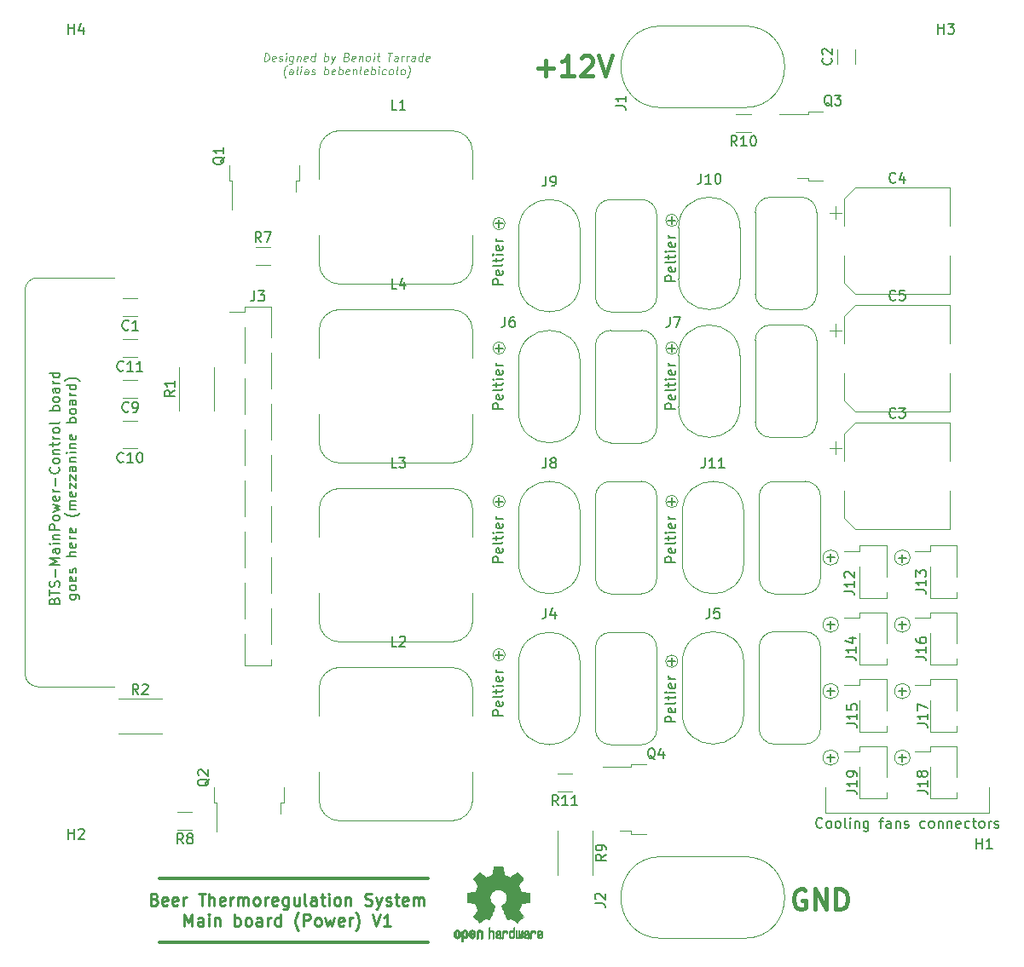
<source format=gbr>
%TF.GenerationSoftware,KiCad,Pcbnew,(5.1.10)-1*%
%TF.CreationDate,2021-09-14T14:35:24+02:00*%
%TF.ProjectId,BTS-MainBoard-Power,4254532d-4d61-4696-9e42-6f6172642d50,rev?*%
%TF.SameCoordinates,Original*%
%TF.FileFunction,Legend,Top*%
%TF.FilePolarity,Positive*%
%FSLAX46Y46*%
G04 Gerber Fmt 4.6, Leading zero omitted, Abs format (unit mm)*
G04 Created by KiCad (PCBNEW (5.1.10)-1) date 2021-09-14 14:35:24*
%MOMM*%
%LPD*%
G01*
G04 APERTURE LIST*
%ADD10C,0.350000*%
%ADD11C,0.120000*%
%ADD12C,0.150000*%
%ADD13C,0.400000*%
%ADD14C,0.250000*%
%ADD15C,0.100000*%
%ADD16C,0.010000*%
G04 APERTURE END LIST*
D10*
X174625000Y-126365000D02*
X201295000Y-126365000D01*
X174625000Y-132715000D02*
X201295000Y-132715000D01*
D11*
X162560000Y-107315000D02*
X170180000Y-107315000D01*
X162560000Y-66675000D02*
X170180000Y-66675000D01*
X161290000Y-67945000D02*
G75*
G02*
X162560000Y-66675000I1270000J0D01*
G01*
X162560000Y-107315000D02*
G75*
G02*
X161290000Y-106045000I0J1270000D01*
G01*
D12*
X164203571Y-98796666D02*
X164251190Y-98653809D01*
X164298809Y-98606190D01*
X164394047Y-98558571D01*
X164536904Y-98558571D01*
X164632142Y-98606190D01*
X164679761Y-98653809D01*
X164727380Y-98749047D01*
X164727380Y-99130000D01*
X163727380Y-99130000D01*
X163727380Y-98796666D01*
X163775000Y-98701428D01*
X163822619Y-98653809D01*
X163917857Y-98606190D01*
X164013095Y-98606190D01*
X164108333Y-98653809D01*
X164155952Y-98701428D01*
X164203571Y-98796666D01*
X164203571Y-99130000D01*
X163727380Y-98272857D02*
X163727380Y-97701428D01*
X164727380Y-97987142D02*
X163727380Y-97987142D01*
X164679761Y-97415714D02*
X164727380Y-97272857D01*
X164727380Y-97034761D01*
X164679761Y-96939523D01*
X164632142Y-96891904D01*
X164536904Y-96844285D01*
X164441666Y-96844285D01*
X164346428Y-96891904D01*
X164298809Y-96939523D01*
X164251190Y-97034761D01*
X164203571Y-97225238D01*
X164155952Y-97320476D01*
X164108333Y-97368095D01*
X164013095Y-97415714D01*
X163917857Y-97415714D01*
X163822619Y-97368095D01*
X163775000Y-97320476D01*
X163727380Y-97225238D01*
X163727380Y-96987142D01*
X163775000Y-96844285D01*
X164346428Y-96415714D02*
X164346428Y-95653809D01*
X164727380Y-95177619D02*
X163727380Y-95177619D01*
X164441666Y-94844285D01*
X163727380Y-94510952D01*
X164727380Y-94510952D01*
X164727380Y-93606190D02*
X164203571Y-93606190D01*
X164108333Y-93653809D01*
X164060714Y-93749047D01*
X164060714Y-93939523D01*
X164108333Y-94034761D01*
X164679761Y-93606190D02*
X164727380Y-93701428D01*
X164727380Y-93939523D01*
X164679761Y-94034761D01*
X164584523Y-94082380D01*
X164489285Y-94082380D01*
X164394047Y-94034761D01*
X164346428Y-93939523D01*
X164346428Y-93701428D01*
X164298809Y-93606190D01*
X164727380Y-93130000D02*
X164060714Y-93130000D01*
X163727380Y-93130000D02*
X163775000Y-93177619D01*
X163822619Y-93130000D01*
X163775000Y-93082380D01*
X163727380Y-93130000D01*
X163822619Y-93130000D01*
X164060714Y-92653809D02*
X164727380Y-92653809D01*
X164155952Y-92653809D02*
X164108333Y-92606190D01*
X164060714Y-92510952D01*
X164060714Y-92368095D01*
X164108333Y-92272857D01*
X164203571Y-92225238D01*
X164727380Y-92225238D01*
X164727380Y-91749047D02*
X163727380Y-91749047D01*
X163727380Y-91368095D01*
X163775000Y-91272857D01*
X163822619Y-91225238D01*
X163917857Y-91177619D01*
X164060714Y-91177619D01*
X164155952Y-91225238D01*
X164203571Y-91272857D01*
X164251190Y-91368095D01*
X164251190Y-91749047D01*
X164727380Y-90606190D02*
X164679761Y-90701428D01*
X164632142Y-90749047D01*
X164536904Y-90796666D01*
X164251190Y-90796666D01*
X164155952Y-90749047D01*
X164108333Y-90701428D01*
X164060714Y-90606190D01*
X164060714Y-90463333D01*
X164108333Y-90368095D01*
X164155952Y-90320476D01*
X164251190Y-90272857D01*
X164536904Y-90272857D01*
X164632142Y-90320476D01*
X164679761Y-90368095D01*
X164727380Y-90463333D01*
X164727380Y-90606190D01*
X164060714Y-89939523D02*
X164727380Y-89749047D01*
X164251190Y-89558571D01*
X164727380Y-89368095D01*
X164060714Y-89177619D01*
X164679761Y-88415714D02*
X164727380Y-88510952D01*
X164727380Y-88701428D01*
X164679761Y-88796666D01*
X164584523Y-88844285D01*
X164203571Y-88844285D01*
X164108333Y-88796666D01*
X164060714Y-88701428D01*
X164060714Y-88510952D01*
X164108333Y-88415714D01*
X164203571Y-88368095D01*
X164298809Y-88368095D01*
X164394047Y-88844285D01*
X164727380Y-87939523D02*
X164060714Y-87939523D01*
X164251190Y-87939523D02*
X164155952Y-87891904D01*
X164108333Y-87844285D01*
X164060714Y-87749047D01*
X164060714Y-87653809D01*
X164346428Y-87320476D02*
X164346428Y-86558571D01*
X164632142Y-85510952D02*
X164679761Y-85558571D01*
X164727380Y-85701428D01*
X164727380Y-85796666D01*
X164679761Y-85939523D01*
X164584523Y-86034761D01*
X164489285Y-86082380D01*
X164298809Y-86130000D01*
X164155952Y-86130000D01*
X163965476Y-86082380D01*
X163870238Y-86034761D01*
X163775000Y-85939523D01*
X163727380Y-85796666D01*
X163727380Y-85701428D01*
X163775000Y-85558571D01*
X163822619Y-85510952D01*
X164727380Y-84939523D02*
X164679761Y-85034761D01*
X164632142Y-85082380D01*
X164536904Y-85130000D01*
X164251190Y-85130000D01*
X164155952Y-85082380D01*
X164108333Y-85034761D01*
X164060714Y-84939523D01*
X164060714Y-84796666D01*
X164108333Y-84701428D01*
X164155952Y-84653809D01*
X164251190Y-84606190D01*
X164536904Y-84606190D01*
X164632142Y-84653809D01*
X164679761Y-84701428D01*
X164727380Y-84796666D01*
X164727380Y-84939523D01*
X164060714Y-84177619D02*
X164727380Y-84177619D01*
X164155952Y-84177619D02*
X164108333Y-84130000D01*
X164060714Y-84034761D01*
X164060714Y-83891904D01*
X164108333Y-83796666D01*
X164203571Y-83749047D01*
X164727380Y-83749047D01*
X164060714Y-83415714D02*
X164060714Y-83034761D01*
X163727380Y-83272857D02*
X164584523Y-83272857D01*
X164679761Y-83225238D01*
X164727380Y-83130000D01*
X164727380Y-83034761D01*
X164727380Y-82701428D02*
X164060714Y-82701428D01*
X164251190Y-82701428D02*
X164155952Y-82653809D01*
X164108333Y-82606190D01*
X164060714Y-82510952D01*
X164060714Y-82415714D01*
X164727380Y-81939523D02*
X164679761Y-82034761D01*
X164632142Y-82082380D01*
X164536904Y-82130000D01*
X164251190Y-82130000D01*
X164155952Y-82082380D01*
X164108333Y-82034761D01*
X164060714Y-81939523D01*
X164060714Y-81796666D01*
X164108333Y-81701428D01*
X164155952Y-81653809D01*
X164251190Y-81606190D01*
X164536904Y-81606190D01*
X164632142Y-81653809D01*
X164679761Y-81701428D01*
X164727380Y-81796666D01*
X164727380Y-81939523D01*
X164727380Y-81034761D02*
X164679761Y-81130000D01*
X164584523Y-81177619D01*
X163727380Y-81177619D01*
X164727380Y-79891904D02*
X163727380Y-79891904D01*
X164108333Y-79891904D02*
X164060714Y-79796666D01*
X164060714Y-79606190D01*
X164108333Y-79510952D01*
X164155952Y-79463333D01*
X164251190Y-79415714D01*
X164536904Y-79415714D01*
X164632142Y-79463333D01*
X164679761Y-79510952D01*
X164727380Y-79606190D01*
X164727380Y-79796666D01*
X164679761Y-79891904D01*
X164727380Y-78844285D02*
X164679761Y-78939523D01*
X164632142Y-78987142D01*
X164536904Y-79034761D01*
X164251190Y-79034761D01*
X164155952Y-78987142D01*
X164108333Y-78939523D01*
X164060714Y-78844285D01*
X164060714Y-78701428D01*
X164108333Y-78606190D01*
X164155952Y-78558571D01*
X164251190Y-78510952D01*
X164536904Y-78510952D01*
X164632142Y-78558571D01*
X164679761Y-78606190D01*
X164727380Y-78701428D01*
X164727380Y-78844285D01*
X164727380Y-77653809D02*
X164203571Y-77653809D01*
X164108333Y-77701428D01*
X164060714Y-77796666D01*
X164060714Y-77987142D01*
X164108333Y-78082380D01*
X164679761Y-77653809D02*
X164727380Y-77749047D01*
X164727380Y-77987142D01*
X164679761Y-78082380D01*
X164584523Y-78130000D01*
X164489285Y-78130000D01*
X164394047Y-78082380D01*
X164346428Y-77987142D01*
X164346428Y-77749047D01*
X164298809Y-77653809D01*
X164727380Y-77177619D02*
X164060714Y-77177619D01*
X164251190Y-77177619D02*
X164155952Y-77130000D01*
X164108333Y-77082380D01*
X164060714Y-76987142D01*
X164060714Y-76891904D01*
X164727380Y-76130000D02*
X163727380Y-76130000D01*
X164679761Y-76130000D02*
X164727380Y-76225238D01*
X164727380Y-76415714D01*
X164679761Y-76510952D01*
X164632142Y-76558571D01*
X164536904Y-76606190D01*
X164251190Y-76606190D01*
X164155952Y-76558571D01*
X164108333Y-76510952D01*
X164060714Y-76415714D01*
X164060714Y-76225238D01*
X164108333Y-76130000D01*
X165710714Y-98177619D02*
X166520238Y-98177619D01*
X166615476Y-98225238D01*
X166663095Y-98272857D01*
X166710714Y-98368095D01*
X166710714Y-98510952D01*
X166663095Y-98606190D01*
X166329761Y-98177619D02*
X166377380Y-98272857D01*
X166377380Y-98463333D01*
X166329761Y-98558571D01*
X166282142Y-98606190D01*
X166186904Y-98653809D01*
X165901190Y-98653809D01*
X165805952Y-98606190D01*
X165758333Y-98558571D01*
X165710714Y-98463333D01*
X165710714Y-98272857D01*
X165758333Y-98177619D01*
X166377380Y-97558571D02*
X166329761Y-97653809D01*
X166282142Y-97701428D01*
X166186904Y-97749047D01*
X165901190Y-97749047D01*
X165805952Y-97701428D01*
X165758333Y-97653809D01*
X165710714Y-97558571D01*
X165710714Y-97415714D01*
X165758333Y-97320476D01*
X165805952Y-97272857D01*
X165901190Y-97225238D01*
X166186904Y-97225238D01*
X166282142Y-97272857D01*
X166329761Y-97320476D01*
X166377380Y-97415714D01*
X166377380Y-97558571D01*
X166329761Y-96415714D02*
X166377380Y-96510952D01*
X166377380Y-96701428D01*
X166329761Y-96796666D01*
X166234523Y-96844285D01*
X165853571Y-96844285D01*
X165758333Y-96796666D01*
X165710714Y-96701428D01*
X165710714Y-96510952D01*
X165758333Y-96415714D01*
X165853571Y-96368095D01*
X165948809Y-96368095D01*
X166044047Y-96844285D01*
X166329761Y-95987142D02*
X166377380Y-95891904D01*
X166377380Y-95701428D01*
X166329761Y-95606190D01*
X166234523Y-95558571D01*
X166186904Y-95558571D01*
X166091666Y-95606190D01*
X166044047Y-95701428D01*
X166044047Y-95844285D01*
X165996428Y-95939523D01*
X165901190Y-95987142D01*
X165853571Y-95987142D01*
X165758333Y-95939523D01*
X165710714Y-95844285D01*
X165710714Y-95701428D01*
X165758333Y-95606190D01*
X166377380Y-94368095D02*
X165377380Y-94368095D01*
X166377380Y-93939523D02*
X165853571Y-93939523D01*
X165758333Y-93987142D01*
X165710714Y-94082380D01*
X165710714Y-94225238D01*
X165758333Y-94320476D01*
X165805952Y-94368095D01*
X166329761Y-93082380D02*
X166377380Y-93177619D01*
X166377380Y-93368095D01*
X166329761Y-93463333D01*
X166234523Y-93510952D01*
X165853571Y-93510952D01*
X165758333Y-93463333D01*
X165710714Y-93368095D01*
X165710714Y-93177619D01*
X165758333Y-93082380D01*
X165853571Y-93034761D01*
X165948809Y-93034761D01*
X166044047Y-93510952D01*
X166377380Y-92606190D02*
X165710714Y-92606190D01*
X165901190Y-92606190D02*
X165805952Y-92558571D01*
X165758333Y-92510952D01*
X165710714Y-92415714D01*
X165710714Y-92320476D01*
X166329761Y-91606190D02*
X166377380Y-91701428D01*
X166377380Y-91891904D01*
X166329761Y-91987142D01*
X166234523Y-92034761D01*
X165853571Y-92034761D01*
X165758333Y-91987142D01*
X165710714Y-91891904D01*
X165710714Y-91701428D01*
X165758333Y-91606190D01*
X165853571Y-91558571D01*
X165948809Y-91558571D01*
X166044047Y-92034761D01*
X166758333Y-90082380D02*
X166710714Y-90130000D01*
X166567857Y-90225238D01*
X166472619Y-90272857D01*
X166329761Y-90320476D01*
X166091666Y-90368095D01*
X165901190Y-90368095D01*
X165663095Y-90320476D01*
X165520238Y-90272857D01*
X165425000Y-90225238D01*
X165282142Y-90130000D01*
X165234523Y-90082380D01*
X166377380Y-89701428D02*
X165710714Y-89701428D01*
X165805952Y-89701428D02*
X165758333Y-89653809D01*
X165710714Y-89558571D01*
X165710714Y-89415714D01*
X165758333Y-89320476D01*
X165853571Y-89272857D01*
X166377380Y-89272857D01*
X165853571Y-89272857D02*
X165758333Y-89225238D01*
X165710714Y-89130000D01*
X165710714Y-88987142D01*
X165758333Y-88891904D01*
X165853571Y-88844285D01*
X166377380Y-88844285D01*
X166329761Y-87987142D02*
X166377380Y-88082380D01*
X166377380Y-88272857D01*
X166329761Y-88368095D01*
X166234523Y-88415714D01*
X165853571Y-88415714D01*
X165758333Y-88368095D01*
X165710714Y-88272857D01*
X165710714Y-88082380D01*
X165758333Y-87987142D01*
X165853571Y-87939523D01*
X165948809Y-87939523D01*
X166044047Y-88415714D01*
X165710714Y-87606190D02*
X165710714Y-87082380D01*
X166377380Y-87606190D01*
X166377380Y-87082380D01*
X165710714Y-86796666D02*
X165710714Y-86272857D01*
X166377380Y-86796666D01*
X166377380Y-86272857D01*
X166377380Y-85463333D02*
X165853571Y-85463333D01*
X165758333Y-85510952D01*
X165710714Y-85606190D01*
X165710714Y-85796666D01*
X165758333Y-85891904D01*
X166329761Y-85463333D02*
X166377380Y-85558571D01*
X166377380Y-85796666D01*
X166329761Y-85891904D01*
X166234523Y-85939523D01*
X166139285Y-85939523D01*
X166044047Y-85891904D01*
X165996428Y-85796666D01*
X165996428Y-85558571D01*
X165948809Y-85463333D01*
X165710714Y-84987142D02*
X166377380Y-84987142D01*
X165805952Y-84987142D02*
X165758333Y-84939523D01*
X165710714Y-84844285D01*
X165710714Y-84701428D01*
X165758333Y-84606190D01*
X165853571Y-84558571D01*
X166377380Y-84558571D01*
X166377380Y-84082380D02*
X165710714Y-84082380D01*
X165377380Y-84082380D02*
X165425000Y-84130000D01*
X165472619Y-84082380D01*
X165425000Y-84034761D01*
X165377380Y-84082380D01*
X165472619Y-84082380D01*
X165710714Y-83606190D02*
X166377380Y-83606190D01*
X165805952Y-83606190D02*
X165758333Y-83558571D01*
X165710714Y-83463333D01*
X165710714Y-83320476D01*
X165758333Y-83225238D01*
X165853571Y-83177619D01*
X166377380Y-83177619D01*
X166329761Y-82320476D02*
X166377380Y-82415714D01*
X166377380Y-82606190D01*
X166329761Y-82701428D01*
X166234523Y-82749047D01*
X165853571Y-82749047D01*
X165758333Y-82701428D01*
X165710714Y-82606190D01*
X165710714Y-82415714D01*
X165758333Y-82320476D01*
X165853571Y-82272857D01*
X165948809Y-82272857D01*
X166044047Y-82749047D01*
X166377380Y-81082380D02*
X165377380Y-81082380D01*
X165758333Y-81082380D02*
X165710714Y-80987142D01*
X165710714Y-80796666D01*
X165758333Y-80701428D01*
X165805952Y-80653809D01*
X165901190Y-80606190D01*
X166186904Y-80606190D01*
X166282142Y-80653809D01*
X166329761Y-80701428D01*
X166377380Y-80796666D01*
X166377380Y-80987142D01*
X166329761Y-81082380D01*
X166377380Y-80034761D02*
X166329761Y-80130000D01*
X166282142Y-80177619D01*
X166186904Y-80225238D01*
X165901190Y-80225238D01*
X165805952Y-80177619D01*
X165758333Y-80130000D01*
X165710714Y-80034761D01*
X165710714Y-79891904D01*
X165758333Y-79796666D01*
X165805952Y-79749047D01*
X165901190Y-79701428D01*
X166186904Y-79701428D01*
X166282142Y-79749047D01*
X166329761Y-79796666D01*
X166377380Y-79891904D01*
X166377380Y-80034761D01*
X166377380Y-78844285D02*
X165853571Y-78844285D01*
X165758333Y-78891904D01*
X165710714Y-78987142D01*
X165710714Y-79177619D01*
X165758333Y-79272857D01*
X166329761Y-78844285D02*
X166377380Y-78939523D01*
X166377380Y-79177619D01*
X166329761Y-79272857D01*
X166234523Y-79320476D01*
X166139285Y-79320476D01*
X166044047Y-79272857D01*
X165996428Y-79177619D01*
X165996428Y-78939523D01*
X165948809Y-78844285D01*
X166377380Y-78368095D02*
X165710714Y-78368095D01*
X165901190Y-78368095D02*
X165805952Y-78320476D01*
X165758333Y-78272857D01*
X165710714Y-78177619D01*
X165710714Y-78082380D01*
X166377380Y-77320476D02*
X165377380Y-77320476D01*
X166329761Y-77320476D02*
X166377380Y-77415714D01*
X166377380Y-77606190D01*
X166329761Y-77701428D01*
X166282142Y-77749047D01*
X166186904Y-77796666D01*
X165901190Y-77796666D01*
X165805952Y-77749047D01*
X165758333Y-77701428D01*
X165710714Y-77606190D01*
X165710714Y-77415714D01*
X165758333Y-77320476D01*
X166758333Y-76939523D02*
X166710714Y-76891904D01*
X166567857Y-76796666D01*
X166472619Y-76749047D01*
X166329761Y-76701428D01*
X166091666Y-76653809D01*
X165901190Y-76653809D01*
X165663095Y-76701428D01*
X165520238Y-76749047D01*
X165425000Y-76796666D01*
X165282142Y-76891904D01*
X165234523Y-76939523D01*
D11*
X161290000Y-106045000D02*
X161290000Y-67945000D01*
X226124821Y-60972700D02*
G75*
G03*
X226124821Y-60972700I-610921J0D01*
G01*
D12*
X225890080Y-67019085D02*
X224890080Y-67019085D01*
X224890080Y-66638133D01*
X224937700Y-66542895D01*
X224985319Y-66495276D01*
X225080557Y-66447657D01*
X225223414Y-66447657D01*
X225318652Y-66495276D01*
X225366271Y-66542895D01*
X225413890Y-66638133D01*
X225413890Y-67019085D01*
X225842461Y-65638133D02*
X225890080Y-65733371D01*
X225890080Y-65923847D01*
X225842461Y-66019085D01*
X225747223Y-66066704D01*
X225366271Y-66066704D01*
X225271033Y-66019085D01*
X225223414Y-65923847D01*
X225223414Y-65733371D01*
X225271033Y-65638133D01*
X225366271Y-65590514D01*
X225461509Y-65590514D01*
X225556747Y-66066704D01*
X225890080Y-65019085D02*
X225842461Y-65114323D01*
X225747223Y-65161942D01*
X224890080Y-65161942D01*
X225223414Y-64780990D02*
X225223414Y-64400038D01*
X224890080Y-64638133D02*
X225747223Y-64638133D01*
X225842461Y-64590514D01*
X225890080Y-64495276D01*
X225890080Y-64400038D01*
X225890080Y-64066704D02*
X225223414Y-64066704D01*
X224890080Y-64066704D02*
X224937700Y-64114323D01*
X224985319Y-64066704D01*
X224937700Y-64019085D01*
X224890080Y-64066704D01*
X224985319Y-64066704D01*
X225842461Y-63209561D02*
X225890080Y-63304800D01*
X225890080Y-63495276D01*
X225842461Y-63590514D01*
X225747223Y-63638133D01*
X225366271Y-63638133D01*
X225271033Y-63590514D01*
X225223414Y-63495276D01*
X225223414Y-63304800D01*
X225271033Y-63209561D01*
X225366271Y-63161942D01*
X225461509Y-63161942D01*
X225556747Y-63638133D01*
X225890080Y-62733371D02*
X225223414Y-62733371D01*
X225413890Y-62733371D02*
X225318652Y-62685752D01*
X225271033Y-62638133D01*
X225223414Y-62542895D01*
X225223414Y-62447657D01*
X225509128Y-61352419D02*
X225509128Y-60590514D01*
X225890080Y-60971466D02*
X225128176Y-60971466D01*
D11*
X226124821Y-73672700D02*
G75*
G03*
X226124821Y-73672700I-610921J0D01*
G01*
D12*
X225890080Y-79719085D02*
X224890080Y-79719085D01*
X224890080Y-79338133D01*
X224937700Y-79242895D01*
X224985319Y-79195276D01*
X225080557Y-79147657D01*
X225223414Y-79147657D01*
X225318652Y-79195276D01*
X225366271Y-79242895D01*
X225413890Y-79338133D01*
X225413890Y-79719085D01*
X225842461Y-78338133D02*
X225890080Y-78433371D01*
X225890080Y-78623847D01*
X225842461Y-78719085D01*
X225747223Y-78766704D01*
X225366271Y-78766704D01*
X225271033Y-78719085D01*
X225223414Y-78623847D01*
X225223414Y-78433371D01*
X225271033Y-78338133D01*
X225366271Y-78290514D01*
X225461509Y-78290514D01*
X225556747Y-78766704D01*
X225890080Y-77719085D02*
X225842461Y-77814323D01*
X225747223Y-77861942D01*
X224890080Y-77861942D01*
X225223414Y-77480990D02*
X225223414Y-77100038D01*
X224890080Y-77338133D02*
X225747223Y-77338133D01*
X225842461Y-77290514D01*
X225890080Y-77195276D01*
X225890080Y-77100038D01*
X225890080Y-76766704D02*
X225223414Y-76766704D01*
X224890080Y-76766704D02*
X224937700Y-76814323D01*
X224985319Y-76766704D01*
X224937700Y-76719085D01*
X224890080Y-76766704D01*
X224985319Y-76766704D01*
X225842461Y-75909561D02*
X225890080Y-76004800D01*
X225890080Y-76195276D01*
X225842461Y-76290514D01*
X225747223Y-76338133D01*
X225366271Y-76338133D01*
X225271033Y-76290514D01*
X225223414Y-76195276D01*
X225223414Y-76004800D01*
X225271033Y-75909561D01*
X225366271Y-75861942D01*
X225461509Y-75861942D01*
X225556747Y-76338133D01*
X225890080Y-75433371D02*
X225223414Y-75433371D01*
X225413890Y-75433371D02*
X225318652Y-75385752D01*
X225271033Y-75338133D01*
X225223414Y-75242895D01*
X225223414Y-75147657D01*
X225509128Y-74052419D02*
X225509128Y-73290514D01*
X225890080Y-73671466D02*
X225128176Y-73671466D01*
D11*
X226124821Y-88912700D02*
G75*
G03*
X226124821Y-88912700I-610921J0D01*
G01*
D12*
X225890080Y-94959085D02*
X224890080Y-94959085D01*
X224890080Y-94578133D01*
X224937700Y-94482895D01*
X224985319Y-94435276D01*
X225080557Y-94387657D01*
X225223414Y-94387657D01*
X225318652Y-94435276D01*
X225366271Y-94482895D01*
X225413890Y-94578133D01*
X225413890Y-94959085D01*
X225842461Y-93578133D02*
X225890080Y-93673371D01*
X225890080Y-93863847D01*
X225842461Y-93959085D01*
X225747223Y-94006704D01*
X225366271Y-94006704D01*
X225271033Y-93959085D01*
X225223414Y-93863847D01*
X225223414Y-93673371D01*
X225271033Y-93578133D01*
X225366271Y-93530514D01*
X225461509Y-93530514D01*
X225556747Y-94006704D01*
X225890080Y-92959085D02*
X225842461Y-93054323D01*
X225747223Y-93101942D01*
X224890080Y-93101942D01*
X225223414Y-92720990D02*
X225223414Y-92340038D01*
X224890080Y-92578133D02*
X225747223Y-92578133D01*
X225842461Y-92530514D01*
X225890080Y-92435276D01*
X225890080Y-92340038D01*
X225890080Y-92006704D02*
X225223414Y-92006704D01*
X224890080Y-92006704D02*
X224937700Y-92054323D01*
X224985319Y-92006704D01*
X224937700Y-91959085D01*
X224890080Y-92006704D01*
X224985319Y-92006704D01*
X225842461Y-91149561D02*
X225890080Y-91244800D01*
X225890080Y-91435276D01*
X225842461Y-91530514D01*
X225747223Y-91578133D01*
X225366271Y-91578133D01*
X225271033Y-91530514D01*
X225223414Y-91435276D01*
X225223414Y-91244800D01*
X225271033Y-91149561D01*
X225366271Y-91101942D01*
X225461509Y-91101942D01*
X225556747Y-91578133D01*
X225890080Y-90673371D02*
X225223414Y-90673371D01*
X225413890Y-90673371D02*
X225318652Y-90625752D01*
X225271033Y-90578133D01*
X225223414Y-90482895D01*
X225223414Y-90387657D01*
X225509128Y-89292419D02*
X225509128Y-88530514D01*
X225890080Y-88911466D02*
X225128176Y-88911466D01*
D11*
X226124821Y-104787700D02*
G75*
G03*
X226124821Y-104787700I-610921J0D01*
G01*
D12*
X225890080Y-110834085D02*
X224890080Y-110834085D01*
X224890080Y-110453133D01*
X224937700Y-110357895D01*
X224985319Y-110310276D01*
X225080557Y-110262657D01*
X225223414Y-110262657D01*
X225318652Y-110310276D01*
X225366271Y-110357895D01*
X225413890Y-110453133D01*
X225413890Y-110834085D01*
X225842461Y-109453133D02*
X225890080Y-109548371D01*
X225890080Y-109738847D01*
X225842461Y-109834085D01*
X225747223Y-109881704D01*
X225366271Y-109881704D01*
X225271033Y-109834085D01*
X225223414Y-109738847D01*
X225223414Y-109548371D01*
X225271033Y-109453133D01*
X225366271Y-109405514D01*
X225461509Y-109405514D01*
X225556747Y-109881704D01*
X225890080Y-108834085D02*
X225842461Y-108929323D01*
X225747223Y-108976942D01*
X224890080Y-108976942D01*
X225223414Y-108595990D02*
X225223414Y-108215038D01*
X224890080Y-108453133D02*
X225747223Y-108453133D01*
X225842461Y-108405514D01*
X225890080Y-108310276D01*
X225890080Y-108215038D01*
X225890080Y-107881704D02*
X225223414Y-107881704D01*
X224890080Y-107881704D02*
X224937700Y-107929323D01*
X224985319Y-107881704D01*
X224937700Y-107834085D01*
X224890080Y-107881704D01*
X224985319Y-107881704D01*
X225842461Y-107024561D02*
X225890080Y-107119800D01*
X225890080Y-107310276D01*
X225842461Y-107405514D01*
X225747223Y-107453133D01*
X225366271Y-107453133D01*
X225271033Y-107405514D01*
X225223414Y-107310276D01*
X225223414Y-107119800D01*
X225271033Y-107024561D01*
X225366271Y-106976942D01*
X225461509Y-106976942D01*
X225556747Y-107453133D01*
X225890080Y-106548371D02*
X225223414Y-106548371D01*
X225413890Y-106548371D02*
X225318652Y-106500752D01*
X225271033Y-106453133D01*
X225223414Y-106357895D01*
X225223414Y-106262657D01*
X225509128Y-105167419D02*
X225509128Y-104405514D01*
X225890080Y-104786466D02*
X225128176Y-104786466D01*
D11*
X208979821Y-104152700D02*
G75*
G03*
X208979821Y-104152700I-610921J0D01*
G01*
D12*
X208745080Y-110199085D02*
X207745080Y-110199085D01*
X207745080Y-109818133D01*
X207792700Y-109722895D01*
X207840319Y-109675276D01*
X207935557Y-109627657D01*
X208078414Y-109627657D01*
X208173652Y-109675276D01*
X208221271Y-109722895D01*
X208268890Y-109818133D01*
X208268890Y-110199085D01*
X208697461Y-108818133D02*
X208745080Y-108913371D01*
X208745080Y-109103847D01*
X208697461Y-109199085D01*
X208602223Y-109246704D01*
X208221271Y-109246704D01*
X208126033Y-109199085D01*
X208078414Y-109103847D01*
X208078414Y-108913371D01*
X208126033Y-108818133D01*
X208221271Y-108770514D01*
X208316509Y-108770514D01*
X208411747Y-109246704D01*
X208745080Y-108199085D02*
X208697461Y-108294323D01*
X208602223Y-108341942D01*
X207745080Y-108341942D01*
X208078414Y-107960990D02*
X208078414Y-107580038D01*
X207745080Y-107818133D02*
X208602223Y-107818133D01*
X208697461Y-107770514D01*
X208745080Y-107675276D01*
X208745080Y-107580038D01*
X208745080Y-107246704D02*
X208078414Y-107246704D01*
X207745080Y-107246704D02*
X207792700Y-107294323D01*
X207840319Y-107246704D01*
X207792700Y-107199085D01*
X207745080Y-107246704D01*
X207840319Y-107246704D01*
X208697461Y-106389561D02*
X208745080Y-106484800D01*
X208745080Y-106675276D01*
X208697461Y-106770514D01*
X208602223Y-106818133D01*
X208221271Y-106818133D01*
X208126033Y-106770514D01*
X208078414Y-106675276D01*
X208078414Y-106484800D01*
X208126033Y-106389561D01*
X208221271Y-106341942D01*
X208316509Y-106341942D01*
X208411747Y-106818133D01*
X208745080Y-105913371D02*
X208078414Y-105913371D01*
X208268890Y-105913371D02*
X208173652Y-105865752D01*
X208126033Y-105818133D01*
X208078414Y-105722895D01*
X208078414Y-105627657D01*
X208364128Y-104532419D02*
X208364128Y-103770514D01*
X208745080Y-104151466D02*
X207983176Y-104151466D01*
D11*
X208979821Y-88912700D02*
G75*
G03*
X208979821Y-88912700I-610921J0D01*
G01*
D12*
X208745080Y-94959085D02*
X207745080Y-94959085D01*
X207745080Y-94578133D01*
X207792700Y-94482895D01*
X207840319Y-94435276D01*
X207935557Y-94387657D01*
X208078414Y-94387657D01*
X208173652Y-94435276D01*
X208221271Y-94482895D01*
X208268890Y-94578133D01*
X208268890Y-94959085D01*
X208697461Y-93578133D02*
X208745080Y-93673371D01*
X208745080Y-93863847D01*
X208697461Y-93959085D01*
X208602223Y-94006704D01*
X208221271Y-94006704D01*
X208126033Y-93959085D01*
X208078414Y-93863847D01*
X208078414Y-93673371D01*
X208126033Y-93578133D01*
X208221271Y-93530514D01*
X208316509Y-93530514D01*
X208411747Y-94006704D01*
X208745080Y-92959085D02*
X208697461Y-93054323D01*
X208602223Y-93101942D01*
X207745080Y-93101942D01*
X208078414Y-92720990D02*
X208078414Y-92340038D01*
X207745080Y-92578133D02*
X208602223Y-92578133D01*
X208697461Y-92530514D01*
X208745080Y-92435276D01*
X208745080Y-92340038D01*
X208745080Y-92006704D02*
X208078414Y-92006704D01*
X207745080Y-92006704D02*
X207792700Y-92054323D01*
X207840319Y-92006704D01*
X207792700Y-91959085D01*
X207745080Y-92006704D01*
X207840319Y-92006704D01*
X208697461Y-91149561D02*
X208745080Y-91244800D01*
X208745080Y-91435276D01*
X208697461Y-91530514D01*
X208602223Y-91578133D01*
X208221271Y-91578133D01*
X208126033Y-91530514D01*
X208078414Y-91435276D01*
X208078414Y-91244800D01*
X208126033Y-91149561D01*
X208221271Y-91101942D01*
X208316509Y-91101942D01*
X208411747Y-91578133D01*
X208745080Y-90673371D02*
X208078414Y-90673371D01*
X208268890Y-90673371D02*
X208173652Y-90625752D01*
X208126033Y-90578133D01*
X208078414Y-90482895D01*
X208078414Y-90387657D01*
X208364128Y-89292419D02*
X208364128Y-88530514D01*
X208745080Y-88911466D02*
X207983176Y-88911466D01*
D11*
X208979821Y-73672700D02*
G75*
G03*
X208979821Y-73672700I-610921J0D01*
G01*
D12*
X208745080Y-79719085D02*
X207745080Y-79719085D01*
X207745080Y-79338133D01*
X207792700Y-79242895D01*
X207840319Y-79195276D01*
X207935557Y-79147657D01*
X208078414Y-79147657D01*
X208173652Y-79195276D01*
X208221271Y-79242895D01*
X208268890Y-79338133D01*
X208268890Y-79719085D01*
X208697461Y-78338133D02*
X208745080Y-78433371D01*
X208745080Y-78623847D01*
X208697461Y-78719085D01*
X208602223Y-78766704D01*
X208221271Y-78766704D01*
X208126033Y-78719085D01*
X208078414Y-78623847D01*
X208078414Y-78433371D01*
X208126033Y-78338133D01*
X208221271Y-78290514D01*
X208316509Y-78290514D01*
X208411747Y-78766704D01*
X208745080Y-77719085D02*
X208697461Y-77814323D01*
X208602223Y-77861942D01*
X207745080Y-77861942D01*
X208078414Y-77480990D02*
X208078414Y-77100038D01*
X207745080Y-77338133D02*
X208602223Y-77338133D01*
X208697461Y-77290514D01*
X208745080Y-77195276D01*
X208745080Y-77100038D01*
X208745080Y-76766704D02*
X208078414Y-76766704D01*
X207745080Y-76766704D02*
X207792700Y-76814323D01*
X207840319Y-76766704D01*
X207792700Y-76719085D01*
X207745080Y-76766704D01*
X207840319Y-76766704D01*
X208697461Y-75909561D02*
X208745080Y-76004800D01*
X208745080Y-76195276D01*
X208697461Y-76290514D01*
X208602223Y-76338133D01*
X208221271Y-76338133D01*
X208126033Y-76290514D01*
X208078414Y-76195276D01*
X208078414Y-76004800D01*
X208126033Y-75909561D01*
X208221271Y-75861942D01*
X208316509Y-75861942D01*
X208411747Y-76338133D01*
X208745080Y-75433371D02*
X208078414Y-75433371D01*
X208268890Y-75433371D02*
X208173652Y-75385752D01*
X208126033Y-75338133D01*
X208078414Y-75242895D01*
X208078414Y-75147657D01*
X208364128Y-74052419D02*
X208364128Y-73290514D01*
X208745080Y-73671466D02*
X207983176Y-73671466D01*
D11*
X208967121Y-61302900D02*
G75*
G03*
X208967121Y-61302900I-610921J0D01*
G01*
D12*
X208732380Y-67349285D02*
X207732380Y-67349285D01*
X207732380Y-66968333D01*
X207780000Y-66873095D01*
X207827619Y-66825476D01*
X207922857Y-66777857D01*
X208065714Y-66777857D01*
X208160952Y-66825476D01*
X208208571Y-66873095D01*
X208256190Y-66968333D01*
X208256190Y-67349285D01*
X208684761Y-65968333D02*
X208732380Y-66063571D01*
X208732380Y-66254047D01*
X208684761Y-66349285D01*
X208589523Y-66396904D01*
X208208571Y-66396904D01*
X208113333Y-66349285D01*
X208065714Y-66254047D01*
X208065714Y-66063571D01*
X208113333Y-65968333D01*
X208208571Y-65920714D01*
X208303809Y-65920714D01*
X208399047Y-66396904D01*
X208732380Y-65349285D02*
X208684761Y-65444523D01*
X208589523Y-65492142D01*
X207732380Y-65492142D01*
X208065714Y-65111190D02*
X208065714Y-64730238D01*
X207732380Y-64968333D02*
X208589523Y-64968333D01*
X208684761Y-64920714D01*
X208732380Y-64825476D01*
X208732380Y-64730238D01*
X208732380Y-64396904D02*
X208065714Y-64396904D01*
X207732380Y-64396904D02*
X207780000Y-64444523D01*
X207827619Y-64396904D01*
X207780000Y-64349285D01*
X207732380Y-64396904D01*
X207827619Y-64396904D01*
X208684761Y-63539761D02*
X208732380Y-63635000D01*
X208732380Y-63825476D01*
X208684761Y-63920714D01*
X208589523Y-63968333D01*
X208208571Y-63968333D01*
X208113333Y-63920714D01*
X208065714Y-63825476D01*
X208065714Y-63635000D01*
X208113333Y-63539761D01*
X208208571Y-63492142D01*
X208303809Y-63492142D01*
X208399047Y-63968333D01*
X208732380Y-63063571D02*
X208065714Y-63063571D01*
X208256190Y-63063571D02*
X208160952Y-63015952D01*
X208113333Y-62968333D01*
X208065714Y-62873095D01*
X208065714Y-62777857D01*
X208351428Y-61682619D02*
X208351428Y-60920714D01*
X208732380Y-61301666D02*
X207970476Y-61301666D01*
D11*
X185023535Y-45167904D02*
X185123535Y-44367904D01*
X185314011Y-44367904D01*
X185423535Y-44406000D01*
X185490202Y-44482190D01*
X185518773Y-44558380D01*
X185537821Y-44710761D01*
X185523535Y-44825047D01*
X185466392Y-44977428D01*
X185418773Y-45053619D01*
X185333059Y-45129809D01*
X185214011Y-45167904D01*
X185023535Y-45167904D01*
X186133059Y-45129809D02*
X186052107Y-45167904D01*
X185899726Y-45167904D01*
X185828297Y-45129809D01*
X185799726Y-45053619D01*
X185837821Y-44748857D01*
X185885440Y-44672666D01*
X185966392Y-44634571D01*
X186118773Y-44634571D01*
X186190202Y-44672666D01*
X186218773Y-44748857D01*
X186209250Y-44825047D01*
X185818773Y-44901238D01*
X186475916Y-45129809D02*
X186547345Y-45167904D01*
X186699726Y-45167904D01*
X186780678Y-45129809D01*
X186828297Y-45053619D01*
X186833059Y-45015523D01*
X186804488Y-44939333D01*
X186733059Y-44901238D01*
X186618773Y-44901238D01*
X186547345Y-44863142D01*
X186518773Y-44786952D01*
X186523535Y-44748857D01*
X186571154Y-44672666D01*
X186652107Y-44634571D01*
X186766392Y-44634571D01*
X186837821Y-44672666D01*
X187156869Y-45167904D02*
X187223535Y-44634571D01*
X187256869Y-44367904D02*
X187214011Y-44406000D01*
X187247345Y-44444095D01*
X187290202Y-44406000D01*
X187256869Y-44367904D01*
X187247345Y-44444095D01*
X187947345Y-44634571D02*
X187866392Y-45282190D01*
X187818773Y-45358380D01*
X187775916Y-45396476D01*
X187694964Y-45434571D01*
X187580678Y-45434571D01*
X187509250Y-45396476D01*
X187885440Y-45129809D02*
X187804488Y-45167904D01*
X187652107Y-45167904D01*
X187580678Y-45129809D01*
X187547345Y-45091714D01*
X187518773Y-45015523D01*
X187547345Y-44786952D01*
X187594964Y-44710761D01*
X187637821Y-44672666D01*
X187718773Y-44634571D01*
X187871154Y-44634571D01*
X187942583Y-44672666D01*
X188328297Y-44634571D02*
X188261630Y-45167904D01*
X188318773Y-44710761D02*
X188361630Y-44672666D01*
X188442583Y-44634571D01*
X188556869Y-44634571D01*
X188628297Y-44672666D01*
X188656869Y-44748857D01*
X188604488Y-45167904D01*
X189294964Y-45129809D02*
X189214011Y-45167904D01*
X189061630Y-45167904D01*
X188990202Y-45129809D01*
X188961630Y-45053619D01*
X188999726Y-44748857D01*
X189047345Y-44672666D01*
X189128297Y-44634571D01*
X189280678Y-44634571D01*
X189352107Y-44672666D01*
X189380678Y-44748857D01*
X189371154Y-44825047D01*
X188980678Y-44901238D01*
X190014011Y-45167904D02*
X190114011Y-44367904D01*
X190018773Y-45129809D02*
X189937821Y-45167904D01*
X189785440Y-45167904D01*
X189714011Y-45129809D01*
X189680678Y-45091714D01*
X189652107Y-45015523D01*
X189680678Y-44786952D01*
X189728297Y-44710761D01*
X189771154Y-44672666D01*
X189852107Y-44634571D01*
X190004488Y-44634571D01*
X190075916Y-44672666D01*
X191004488Y-45167904D02*
X191104488Y-44367904D01*
X191066392Y-44672666D02*
X191147345Y-44634571D01*
X191299726Y-44634571D01*
X191371154Y-44672666D01*
X191404488Y-44710761D01*
X191433059Y-44786952D01*
X191404488Y-45015523D01*
X191356869Y-45091714D01*
X191314011Y-45129809D01*
X191233059Y-45167904D01*
X191080678Y-45167904D01*
X191009250Y-45129809D01*
X191718773Y-44634571D02*
X191842583Y-45167904D01*
X192099726Y-44634571D02*
X191842583Y-45167904D01*
X191742583Y-45358380D01*
X191699726Y-45396476D01*
X191618773Y-45434571D01*
X193266392Y-44748857D02*
X193375916Y-44786952D01*
X193409250Y-44825047D01*
X193437821Y-44901238D01*
X193423535Y-45015523D01*
X193375916Y-45091714D01*
X193333059Y-45129809D01*
X193252107Y-45167904D01*
X192947345Y-45167904D01*
X193047345Y-44367904D01*
X193314011Y-44367904D01*
X193385440Y-44406000D01*
X193418773Y-44444095D01*
X193447345Y-44520285D01*
X193437821Y-44596476D01*
X193390202Y-44672666D01*
X193347345Y-44710761D01*
X193266392Y-44748857D01*
X192999726Y-44748857D01*
X194056869Y-45129809D02*
X193975916Y-45167904D01*
X193823535Y-45167904D01*
X193752107Y-45129809D01*
X193723535Y-45053619D01*
X193761630Y-44748857D01*
X193809250Y-44672666D01*
X193890202Y-44634571D01*
X194042583Y-44634571D01*
X194114011Y-44672666D01*
X194142583Y-44748857D01*
X194133059Y-44825047D01*
X193742583Y-44901238D01*
X194499726Y-44634571D02*
X194433059Y-45167904D01*
X194490202Y-44710761D02*
X194533059Y-44672666D01*
X194614011Y-44634571D01*
X194728297Y-44634571D01*
X194799726Y-44672666D01*
X194828297Y-44748857D01*
X194775916Y-45167904D01*
X195271154Y-45167904D02*
X195199726Y-45129809D01*
X195166392Y-45091714D01*
X195137821Y-45015523D01*
X195166392Y-44786952D01*
X195214011Y-44710761D01*
X195256869Y-44672666D01*
X195337821Y-44634571D01*
X195452107Y-44634571D01*
X195523535Y-44672666D01*
X195556869Y-44710761D01*
X195585440Y-44786952D01*
X195556869Y-45015523D01*
X195509250Y-45091714D01*
X195466392Y-45129809D01*
X195385440Y-45167904D01*
X195271154Y-45167904D01*
X195880678Y-45167904D02*
X195947345Y-44634571D01*
X195980678Y-44367904D02*
X195937821Y-44406000D01*
X195971154Y-44444095D01*
X196014011Y-44406000D01*
X195980678Y-44367904D01*
X195971154Y-44444095D01*
X196214011Y-44634571D02*
X196518773Y-44634571D01*
X196361630Y-44367904D02*
X196275916Y-45053619D01*
X196304488Y-45129809D01*
X196375916Y-45167904D01*
X196452107Y-45167904D01*
X197314011Y-44367904D02*
X197771154Y-44367904D01*
X197442583Y-45167904D02*
X197542583Y-44367904D01*
X198280678Y-45167904D02*
X198333059Y-44748857D01*
X198304488Y-44672666D01*
X198233059Y-44634571D01*
X198080678Y-44634571D01*
X197999726Y-44672666D01*
X198285440Y-45129809D02*
X198204488Y-45167904D01*
X198014011Y-45167904D01*
X197942583Y-45129809D01*
X197914011Y-45053619D01*
X197923535Y-44977428D01*
X197971154Y-44901238D01*
X198052107Y-44863142D01*
X198242583Y-44863142D01*
X198323535Y-44825047D01*
X198661630Y-45167904D02*
X198728297Y-44634571D01*
X198709250Y-44786952D02*
X198756869Y-44710761D01*
X198799726Y-44672666D01*
X198880678Y-44634571D01*
X198956869Y-44634571D01*
X199156869Y-45167904D02*
X199223535Y-44634571D01*
X199204488Y-44786952D02*
X199252107Y-44710761D01*
X199294964Y-44672666D01*
X199375916Y-44634571D01*
X199452107Y-44634571D01*
X199994964Y-45167904D02*
X200047345Y-44748857D01*
X200018773Y-44672666D01*
X199947345Y-44634571D01*
X199794964Y-44634571D01*
X199714011Y-44672666D01*
X199999726Y-45129809D02*
X199918773Y-45167904D01*
X199728297Y-45167904D01*
X199656869Y-45129809D01*
X199628297Y-45053619D01*
X199637821Y-44977428D01*
X199685440Y-44901238D01*
X199766392Y-44863142D01*
X199956869Y-44863142D01*
X200037821Y-44825047D01*
X200718773Y-45167904D02*
X200818773Y-44367904D01*
X200723535Y-45129809D02*
X200642583Y-45167904D01*
X200490202Y-45167904D01*
X200418773Y-45129809D01*
X200385440Y-45091714D01*
X200356869Y-45015523D01*
X200385440Y-44786952D01*
X200433059Y-44710761D01*
X200475916Y-44672666D01*
X200556869Y-44634571D01*
X200709250Y-44634571D01*
X200780678Y-44672666D01*
X201409250Y-45129809D02*
X201328297Y-45167904D01*
X201175916Y-45167904D01*
X201104488Y-45129809D01*
X201075916Y-45053619D01*
X201114011Y-44748857D01*
X201161630Y-44672666D01*
X201242583Y-44634571D01*
X201394964Y-44634571D01*
X201466392Y-44672666D01*
X201494964Y-44748857D01*
X201485440Y-44825047D01*
X201094964Y-44901238D01*
X187156869Y-46792666D02*
X187123535Y-46754571D01*
X187061630Y-46640285D01*
X187033059Y-46564095D01*
X187009249Y-46449809D01*
X186994964Y-46259333D01*
X187014011Y-46106952D01*
X187075916Y-45916476D01*
X187128297Y-45802190D01*
X187175916Y-45726000D01*
X187266392Y-45611714D01*
X187309249Y-45573619D01*
X187842583Y-46487904D02*
X187894964Y-46068857D01*
X187866392Y-45992666D01*
X187794964Y-45954571D01*
X187642583Y-45954571D01*
X187561630Y-45992666D01*
X187847345Y-46449809D02*
X187766392Y-46487904D01*
X187575916Y-46487904D01*
X187504488Y-46449809D01*
X187475916Y-46373619D01*
X187485440Y-46297428D01*
X187533059Y-46221238D01*
X187614011Y-46183142D01*
X187804488Y-46183142D01*
X187885440Y-46145047D01*
X188337821Y-46487904D02*
X188266392Y-46449809D01*
X188237821Y-46373619D01*
X188323535Y-45687904D01*
X188642583Y-46487904D02*
X188709249Y-45954571D01*
X188742583Y-45687904D02*
X188699726Y-45726000D01*
X188733059Y-45764095D01*
X188775916Y-45726000D01*
X188742583Y-45687904D01*
X188733059Y-45764095D01*
X189366392Y-46487904D02*
X189418773Y-46068857D01*
X189390202Y-45992666D01*
X189318773Y-45954571D01*
X189166392Y-45954571D01*
X189085440Y-45992666D01*
X189371154Y-46449809D02*
X189290202Y-46487904D01*
X189099726Y-46487904D01*
X189028297Y-46449809D01*
X188999726Y-46373619D01*
X189009249Y-46297428D01*
X189056869Y-46221238D01*
X189137821Y-46183142D01*
X189328297Y-46183142D01*
X189409249Y-46145047D01*
X189714011Y-46449809D02*
X189785440Y-46487904D01*
X189937821Y-46487904D01*
X190018773Y-46449809D01*
X190066392Y-46373619D01*
X190071154Y-46335523D01*
X190042583Y-46259333D01*
X189971154Y-46221238D01*
X189856869Y-46221238D01*
X189785440Y-46183142D01*
X189756869Y-46106952D01*
X189761630Y-46068857D01*
X189809249Y-45992666D01*
X189890202Y-45954571D01*
X190004488Y-45954571D01*
X190075916Y-45992666D01*
X191004488Y-46487904D02*
X191104488Y-45687904D01*
X191066392Y-45992666D02*
X191147345Y-45954571D01*
X191299726Y-45954571D01*
X191371154Y-45992666D01*
X191404488Y-46030761D01*
X191433059Y-46106952D01*
X191404488Y-46335523D01*
X191356869Y-46411714D01*
X191314011Y-46449809D01*
X191233059Y-46487904D01*
X191080678Y-46487904D01*
X191009249Y-46449809D01*
X192037821Y-46449809D02*
X191956869Y-46487904D01*
X191804488Y-46487904D01*
X191733059Y-46449809D01*
X191704488Y-46373619D01*
X191742583Y-46068857D01*
X191790202Y-45992666D01*
X191871154Y-45954571D01*
X192023535Y-45954571D01*
X192094964Y-45992666D01*
X192123535Y-46068857D01*
X192114011Y-46145047D01*
X191723535Y-46221238D01*
X192414011Y-46487904D02*
X192514011Y-45687904D01*
X192475916Y-45992666D02*
X192556869Y-45954571D01*
X192709249Y-45954571D01*
X192780678Y-45992666D01*
X192814011Y-46030761D01*
X192842583Y-46106952D01*
X192814011Y-46335523D01*
X192766392Y-46411714D01*
X192723535Y-46449809D01*
X192642583Y-46487904D01*
X192490202Y-46487904D01*
X192418773Y-46449809D01*
X193447345Y-46449809D02*
X193366392Y-46487904D01*
X193214011Y-46487904D01*
X193142583Y-46449809D01*
X193114011Y-46373619D01*
X193152107Y-46068857D01*
X193199726Y-45992666D01*
X193280678Y-45954571D01*
X193433059Y-45954571D01*
X193504488Y-45992666D01*
X193533059Y-46068857D01*
X193523535Y-46145047D01*
X193133059Y-46221238D01*
X193890202Y-45954571D02*
X193823535Y-46487904D01*
X193880678Y-46030761D02*
X193923535Y-45992666D01*
X194004488Y-45954571D01*
X194118773Y-45954571D01*
X194190202Y-45992666D01*
X194218773Y-46068857D01*
X194166392Y-46487904D01*
X194661630Y-46487904D02*
X194590202Y-46449809D01*
X194561630Y-46373619D01*
X194647345Y-45687904D01*
X195275916Y-46449809D02*
X195194964Y-46487904D01*
X195042583Y-46487904D01*
X194971154Y-46449809D01*
X194942583Y-46373619D01*
X194980678Y-46068857D01*
X195028297Y-45992666D01*
X195109249Y-45954571D01*
X195261630Y-45954571D01*
X195333059Y-45992666D01*
X195361630Y-46068857D01*
X195352107Y-46145047D01*
X194961630Y-46221238D01*
X195652107Y-46487904D02*
X195752107Y-45687904D01*
X195714011Y-45992666D02*
X195794964Y-45954571D01*
X195947345Y-45954571D01*
X196018773Y-45992666D01*
X196052107Y-46030761D01*
X196080678Y-46106952D01*
X196052107Y-46335523D01*
X196004488Y-46411714D01*
X195961630Y-46449809D01*
X195880678Y-46487904D01*
X195728297Y-46487904D01*
X195656869Y-46449809D01*
X196375916Y-46487904D02*
X196442583Y-45954571D01*
X196475916Y-45687904D02*
X196433059Y-45726000D01*
X196466392Y-45764095D01*
X196509249Y-45726000D01*
X196475916Y-45687904D01*
X196466392Y-45764095D01*
X197104488Y-46449809D02*
X197023535Y-46487904D01*
X196871154Y-46487904D01*
X196799726Y-46449809D01*
X196766392Y-46411714D01*
X196737821Y-46335523D01*
X196766392Y-46106952D01*
X196814011Y-46030761D01*
X196856869Y-45992666D01*
X196937821Y-45954571D01*
X197090202Y-45954571D01*
X197161630Y-45992666D01*
X197556869Y-46487904D02*
X197485440Y-46449809D01*
X197452107Y-46411714D01*
X197423535Y-46335523D01*
X197452107Y-46106952D01*
X197499726Y-46030761D01*
X197542583Y-45992666D01*
X197623535Y-45954571D01*
X197737821Y-45954571D01*
X197809249Y-45992666D01*
X197842583Y-46030761D01*
X197871154Y-46106952D01*
X197842583Y-46335523D01*
X197794964Y-46411714D01*
X197752107Y-46449809D01*
X197671154Y-46487904D01*
X197556869Y-46487904D01*
X198280678Y-46487904D02*
X198209249Y-46449809D01*
X198180678Y-46373619D01*
X198266392Y-45687904D01*
X198699726Y-46487904D02*
X198628297Y-46449809D01*
X198594964Y-46411714D01*
X198566392Y-46335523D01*
X198594964Y-46106952D01*
X198642583Y-46030761D01*
X198685440Y-45992666D01*
X198766392Y-45954571D01*
X198880678Y-45954571D01*
X198952107Y-45992666D01*
X198985440Y-46030761D01*
X199014011Y-46106952D01*
X198985440Y-46335523D01*
X198937821Y-46411714D01*
X198894964Y-46449809D01*
X198814011Y-46487904D01*
X198699726Y-46487904D01*
X199194964Y-46792666D02*
X199237821Y-46754571D01*
X199328297Y-46640285D01*
X199375916Y-46564095D01*
X199428297Y-46449809D01*
X199490202Y-46259333D01*
X199509249Y-46106952D01*
X199494964Y-45916476D01*
X199471154Y-45802190D01*
X199442583Y-45726000D01*
X199380678Y-45611714D01*
X199347345Y-45573619D01*
D13*
X212249285Y-45862857D02*
X213773095Y-45862857D01*
X213011190Y-46624761D02*
X213011190Y-45100952D01*
X215773095Y-46624761D02*
X214630238Y-46624761D01*
X215201666Y-46624761D02*
X215201666Y-44624761D01*
X215011190Y-44910476D01*
X214820714Y-45100952D01*
X214630238Y-45196190D01*
X216535000Y-44815238D02*
X216630238Y-44720000D01*
X216820714Y-44624761D01*
X217296904Y-44624761D01*
X217487380Y-44720000D01*
X217582619Y-44815238D01*
X217677857Y-45005714D01*
X217677857Y-45196190D01*
X217582619Y-45481904D01*
X216439761Y-46624761D01*
X217677857Y-46624761D01*
X218249285Y-44624761D02*
X218915952Y-46624761D01*
X219582619Y-44624761D01*
X238760190Y-127524000D02*
X238569714Y-127428761D01*
X238284000Y-127428761D01*
X237998285Y-127524000D01*
X237807809Y-127714476D01*
X237712571Y-127904952D01*
X237617333Y-128285904D01*
X237617333Y-128571619D01*
X237712571Y-128952571D01*
X237807809Y-129143047D01*
X237998285Y-129333523D01*
X238284000Y-129428761D01*
X238474476Y-129428761D01*
X238760190Y-129333523D01*
X238855428Y-129238285D01*
X238855428Y-128571619D01*
X238474476Y-128571619D01*
X239712571Y-129428761D02*
X239712571Y-127428761D01*
X240855428Y-129428761D01*
X240855428Y-127428761D01*
X241807809Y-129428761D02*
X241807809Y-127428761D01*
X242284000Y-127428761D01*
X242569714Y-127524000D01*
X242760190Y-127714476D01*
X242855428Y-127904952D01*
X242950666Y-128285904D01*
X242950666Y-128571619D01*
X242855428Y-128952571D01*
X242760190Y-129143047D01*
X242569714Y-129333523D01*
X242284000Y-129428761D01*
X241807809Y-129428761D01*
D14*
X174153571Y-128429285D02*
X174325000Y-128486428D01*
X174382142Y-128543571D01*
X174439285Y-128657857D01*
X174439285Y-128829285D01*
X174382142Y-128943571D01*
X174325000Y-129000714D01*
X174210714Y-129057857D01*
X173753571Y-129057857D01*
X173753571Y-127857857D01*
X174153571Y-127857857D01*
X174267857Y-127915000D01*
X174325000Y-127972142D01*
X174382142Y-128086428D01*
X174382142Y-128200714D01*
X174325000Y-128315000D01*
X174267857Y-128372142D01*
X174153571Y-128429285D01*
X173753571Y-128429285D01*
X175410714Y-129000714D02*
X175296428Y-129057857D01*
X175067857Y-129057857D01*
X174953571Y-129000714D01*
X174896428Y-128886428D01*
X174896428Y-128429285D01*
X174953571Y-128315000D01*
X175067857Y-128257857D01*
X175296428Y-128257857D01*
X175410714Y-128315000D01*
X175467857Y-128429285D01*
X175467857Y-128543571D01*
X174896428Y-128657857D01*
X176439285Y-129000714D02*
X176325000Y-129057857D01*
X176096428Y-129057857D01*
X175982142Y-129000714D01*
X175925000Y-128886428D01*
X175925000Y-128429285D01*
X175982142Y-128315000D01*
X176096428Y-128257857D01*
X176325000Y-128257857D01*
X176439285Y-128315000D01*
X176496428Y-128429285D01*
X176496428Y-128543571D01*
X175925000Y-128657857D01*
X177010714Y-129057857D02*
X177010714Y-128257857D01*
X177010714Y-128486428D02*
X177067857Y-128372142D01*
X177125000Y-128315000D01*
X177239285Y-128257857D01*
X177353571Y-128257857D01*
X178496428Y-127857857D02*
X179182142Y-127857857D01*
X178839285Y-129057857D02*
X178839285Y-127857857D01*
X179582142Y-129057857D02*
X179582142Y-127857857D01*
X180096428Y-129057857D02*
X180096428Y-128429285D01*
X180039285Y-128315000D01*
X179925000Y-128257857D01*
X179753571Y-128257857D01*
X179639285Y-128315000D01*
X179582142Y-128372142D01*
X181125000Y-129000714D02*
X181010714Y-129057857D01*
X180782142Y-129057857D01*
X180667857Y-129000714D01*
X180610714Y-128886428D01*
X180610714Y-128429285D01*
X180667857Y-128315000D01*
X180782142Y-128257857D01*
X181010714Y-128257857D01*
X181125000Y-128315000D01*
X181182142Y-128429285D01*
X181182142Y-128543571D01*
X180610714Y-128657857D01*
X181696428Y-129057857D02*
X181696428Y-128257857D01*
X181696428Y-128486428D02*
X181753571Y-128372142D01*
X181810714Y-128315000D01*
X181925000Y-128257857D01*
X182039285Y-128257857D01*
X182439285Y-129057857D02*
X182439285Y-128257857D01*
X182439285Y-128372142D02*
X182496428Y-128315000D01*
X182610714Y-128257857D01*
X182782142Y-128257857D01*
X182896428Y-128315000D01*
X182953571Y-128429285D01*
X182953571Y-129057857D01*
X182953571Y-128429285D02*
X183010714Y-128315000D01*
X183125000Y-128257857D01*
X183296428Y-128257857D01*
X183410714Y-128315000D01*
X183467857Y-128429285D01*
X183467857Y-129057857D01*
X184210714Y-129057857D02*
X184096428Y-129000714D01*
X184039285Y-128943571D01*
X183982142Y-128829285D01*
X183982142Y-128486428D01*
X184039285Y-128372142D01*
X184096428Y-128315000D01*
X184210714Y-128257857D01*
X184382142Y-128257857D01*
X184496428Y-128315000D01*
X184553571Y-128372142D01*
X184610714Y-128486428D01*
X184610714Y-128829285D01*
X184553571Y-128943571D01*
X184496428Y-129000714D01*
X184382142Y-129057857D01*
X184210714Y-129057857D01*
X185125000Y-129057857D02*
X185125000Y-128257857D01*
X185125000Y-128486428D02*
X185182142Y-128372142D01*
X185239285Y-128315000D01*
X185353571Y-128257857D01*
X185467857Y-128257857D01*
X186325000Y-129000714D02*
X186210714Y-129057857D01*
X185982142Y-129057857D01*
X185867857Y-129000714D01*
X185810714Y-128886428D01*
X185810714Y-128429285D01*
X185867857Y-128315000D01*
X185982142Y-128257857D01*
X186210714Y-128257857D01*
X186325000Y-128315000D01*
X186382142Y-128429285D01*
X186382142Y-128543571D01*
X185810714Y-128657857D01*
X187410714Y-128257857D02*
X187410714Y-129229285D01*
X187353571Y-129343571D01*
X187296428Y-129400714D01*
X187182142Y-129457857D01*
X187010714Y-129457857D01*
X186896428Y-129400714D01*
X187410714Y-129000714D02*
X187296428Y-129057857D01*
X187067857Y-129057857D01*
X186953571Y-129000714D01*
X186896428Y-128943571D01*
X186839285Y-128829285D01*
X186839285Y-128486428D01*
X186896428Y-128372142D01*
X186953571Y-128315000D01*
X187067857Y-128257857D01*
X187296428Y-128257857D01*
X187410714Y-128315000D01*
X188496428Y-128257857D02*
X188496428Y-129057857D01*
X187982142Y-128257857D02*
X187982142Y-128886428D01*
X188039285Y-129000714D01*
X188153571Y-129057857D01*
X188325000Y-129057857D01*
X188439285Y-129000714D01*
X188496428Y-128943571D01*
X189239285Y-129057857D02*
X189125000Y-129000714D01*
X189067857Y-128886428D01*
X189067857Y-127857857D01*
X190210714Y-129057857D02*
X190210714Y-128429285D01*
X190153571Y-128315000D01*
X190039285Y-128257857D01*
X189810714Y-128257857D01*
X189696428Y-128315000D01*
X190210714Y-129000714D02*
X190096428Y-129057857D01*
X189810714Y-129057857D01*
X189696428Y-129000714D01*
X189639285Y-128886428D01*
X189639285Y-128772142D01*
X189696428Y-128657857D01*
X189810714Y-128600714D01*
X190096428Y-128600714D01*
X190210714Y-128543571D01*
X190610714Y-128257857D02*
X191067857Y-128257857D01*
X190782142Y-127857857D02*
X190782142Y-128886428D01*
X190839285Y-129000714D01*
X190953571Y-129057857D01*
X191067857Y-129057857D01*
X191467857Y-129057857D02*
X191467857Y-128257857D01*
X191467857Y-127857857D02*
X191410714Y-127915000D01*
X191467857Y-127972142D01*
X191525000Y-127915000D01*
X191467857Y-127857857D01*
X191467857Y-127972142D01*
X192210714Y-129057857D02*
X192096428Y-129000714D01*
X192039285Y-128943571D01*
X191982142Y-128829285D01*
X191982142Y-128486428D01*
X192039285Y-128372142D01*
X192096428Y-128315000D01*
X192210714Y-128257857D01*
X192382142Y-128257857D01*
X192496428Y-128315000D01*
X192553571Y-128372142D01*
X192610714Y-128486428D01*
X192610714Y-128829285D01*
X192553571Y-128943571D01*
X192496428Y-129000714D01*
X192382142Y-129057857D01*
X192210714Y-129057857D01*
X193125000Y-128257857D02*
X193125000Y-129057857D01*
X193125000Y-128372142D02*
X193182142Y-128315000D01*
X193296428Y-128257857D01*
X193467857Y-128257857D01*
X193582142Y-128315000D01*
X193639285Y-128429285D01*
X193639285Y-129057857D01*
X195067857Y-129000714D02*
X195239285Y-129057857D01*
X195525000Y-129057857D01*
X195639285Y-129000714D01*
X195696428Y-128943571D01*
X195753571Y-128829285D01*
X195753571Y-128715000D01*
X195696428Y-128600714D01*
X195639285Y-128543571D01*
X195525000Y-128486428D01*
X195296428Y-128429285D01*
X195182142Y-128372142D01*
X195125000Y-128315000D01*
X195067857Y-128200714D01*
X195067857Y-128086428D01*
X195125000Y-127972142D01*
X195182142Y-127915000D01*
X195296428Y-127857857D01*
X195582142Y-127857857D01*
X195753571Y-127915000D01*
X196153571Y-128257857D02*
X196439285Y-129057857D01*
X196725000Y-128257857D02*
X196439285Y-129057857D01*
X196325000Y-129343571D01*
X196267857Y-129400714D01*
X196153571Y-129457857D01*
X197125000Y-129000714D02*
X197239285Y-129057857D01*
X197467857Y-129057857D01*
X197582142Y-129000714D01*
X197639285Y-128886428D01*
X197639285Y-128829285D01*
X197582142Y-128715000D01*
X197467857Y-128657857D01*
X197296428Y-128657857D01*
X197182142Y-128600714D01*
X197125000Y-128486428D01*
X197125000Y-128429285D01*
X197182142Y-128315000D01*
X197296428Y-128257857D01*
X197467857Y-128257857D01*
X197582142Y-128315000D01*
X197982142Y-128257857D02*
X198439285Y-128257857D01*
X198153571Y-127857857D02*
X198153571Y-128886428D01*
X198210714Y-129000714D01*
X198325000Y-129057857D01*
X198439285Y-129057857D01*
X199296428Y-129000714D02*
X199182142Y-129057857D01*
X198953571Y-129057857D01*
X198839285Y-129000714D01*
X198782142Y-128886428D01*
X198782142Y-128429285D01*
X198839285Y-128315000D01*
X198953571Y-128257857D01*
X199182142Y-128257857D01*
X199296428Y-128315000D01*
X199353571Y-128429285D01*
X199353571Y-128543571D01*
X198782142Y-128657857D01*
X199867857Y-129057857D02*
X199867857Y-128257857D01*
X199867857Y-128372142D02*
X199925000Y-128315000D01*
X200039285Y-128257857D01*
X200210714Y-128257857D01*
X200325000Y-128315000D01*
X200382142Y-128429285D01*
X200382142Y-129057857D01*
X200382142Y-128429285D02*
X200439285Y-128315000D01*
X200553571Y-128257857D01*
X200725000Y-128257857D01*
X200839285Y-128315000D01*
X200896428Y-128429285D01*
X200896428Y-129057857D01*
X177096428Y-131107857D02*
X177096428Y-129907857D01*
X177496428Y-130765000D01*
X177896428Y-129907857D01*
X177896428Y-131107857D01*
X178982142Y-131107857D02*
X178982142Y-130479285D01*
X178925000Y-130365000D01*
X178810714Y-130307857D01*
X178582142Y-130307857D01*
X178467857Y-130365000D01*
X178982142Y-131050714D02*
X178867857Y-131107857D01*
X178582142Y-131107857D01*
X178467857Y-131050714D01*
X178410714Y-130936428D01*
X178410714Y-130822142D01*
X178467857Y-130707857D01*
X178582142Y-130650714D01*
X178867857Y-130650714D01*
X178982142Y-130593571D01*
X179553571Y-131107857D02*
X179553571Y-130307857D01*
X179553571Y-129907857D02*
X179496428Y-129965000D01*
X179553571Y-130022142D01*
X179610714Y-129965000D01*
X179553571Y-129907857D01*
X179553571Y-130022142D01*
X180125000Y-130307857D02*
X180125000Y-131107857D01*
X180125000Y-130422142D02*
X180182142Y-130365000D01*
X180296428Y-130307857D01*
X180467857Y-130307857D01*
X180582142Y-130365000D01*
X180639285Y-130479285D01*
X180639285Y-131107857D01*
X182125000Y-131107857D02*
X182125000Y-129907857D01*
X182125000Y-130365000D02*
X182239285Y-130307857D01*
X182467857Y-130307857D01*
X182582142Y-130365000D01*
X182639285Y-130422142D01*
X182696428Y-130536428D01*
X182696428Y-130879285D01*
X182639285Y-130993571D01*
X182582142Y-131050714D01*
X182467857Y-131107857D01*
X182239285Y-131107857D01*
X182125000Y-131050714D01*
X183382142Y-131107857D02*
X183267857Y-131050714D01*
X183210714Y-130993571D01*
X183153571Y-130879285D01*
X183153571Y-130536428D01*
X183210714Y-130422142D01*
X183267857Y-130365000D01*
X183382142Y-130307857D01*
X183553571Y-130307857D01*
X183667857Y-130365000D01*
X183725000Y-130422142D01*
X183782142Y-130536428D01*
X183782142Y-130879285D01*
X183725000Y-130993571D01*
X183667857Y-131050714D01*
X183553571Y-131107857D01*
X183382142Y-131107857D01*
X184810714Y-131107857D02*
X184810714Y-130479285D01*
X184753571Y-130365000D01*
X184639285Y-130307857D01*
X184410714Y-130307857D01*
X184296428Y-130365000D01*
X184810714Y-131050714D02*
X184696428Y-131107857D01*
X184410714Y-131107857D01*
X184296428Y-131050714D01*
X184239285Y-130936428D01*
X184239285Y-130822142D01*
X184296428Y-130707857D01*
X184410714Y-130650714D01*
X184696428Y-130650714D01*
X184810714Y-130593571D01*
X185382142Y-131107857D02*
X185382142Y-130307857D01*
X185382142Y-130536428D02*
X185439285Y-130422142D01*
X185496428Y-130365000D01*
X185610714Y-130307857D01*
X185725000Y-130307857D01*
X186639285Y-131107857D02*
X186639285Y-129907857D01*
X186639285Y-131050714D02*
X186525000Y-131107857D01*
X186296428Y-131107857D01*
X186182142Y-131050714D01*
X186125000Y-130993571D01*
X186067857Y-130879285D01*
X186067857Y-130536428D01*
X186125000Y-130422142D01*
X186182142Y-130365000D01*
X186296428Y-130307857D01*
X186525000Y-130307857D01*
X186639285Y-130365000D01*
X188467857Y-131565000D02*
X188410714Y-131507857D01*
X188296428Y-131336428D01*
X188239285Y-131222142D01*
X188182142Y-131050714D01*
X188125000Y-130765000D01*
X188125000Y-130536428D01*
X188182142Y-130250714D01*
X188239285Y-130079285D01*
X188296428Y-129965000D01*
X188410714Y-129793571D01*
X188467857Y-129736428D01*
X188925000Y-131107857D02*
X188925000Y-129907857D01*
X189382142Y-129907857D01*
X189496428Y-129965000D01*
X189553571Y-130022142D01*
X189610714Y-130136428D01*
X189610714Y-130307857D01*
X189553571Y-130422142D01*
X189496428Y-130479285D01*
X189382142Y-130536428D01*
X188925000Y-130536428D01*
X190296428Y-131107857D02*
X190182142Y-131050714D01*
X190125000Y-130993571D01*
X190067857Y-130879285D01*
X190067857Y-130536428D01*
X190125000Y-130422142D01*
X190182142Y-130365000D01*
X190296428Y-130307857D01*
X190467857Y-130307857D01*
X190582142Y-130365000D01*
X190639285Y-130422142D01*
X190696428Y-130536428D01*
X190696428Y-130879285D01*
X190639285Y-130993571D01*
X190582142Y-131050714D01*
X190467857Y-131107857D01*
X190296428Y-131107857D01*
X191096428Y-130307857D02*
X191325000Y-131107857D01*
X191553571Y-130536428D01*
X191782142Y-131107857D01*
X192010714Y-130307857D01*
X192925000Y-131050714D02*
X192810714Y-131107857D01*
X192582142Y-131107857D01*
X192467857Y-131050714D01*
X192410714Y-130936428D01*
X192410714Y-130479285D01*
X192467857Y-130365000D01*
X192582142Y-130307857D01*
X192810714Y-130307857D01*
X192925000Y-130365000D01*
X192982142Y-130479285D01*
X192982142Y-130593571D01*
X192410714Y-130707857D01*
X193496428Y-131107857D02*
X193496428Y-130307857D01*
X193496428Y-130536428D02*
X193553571Y-130422142D01*
X193610714Y-130365000D01*
X193725000Y-130307857D01*
X193839285Y-130307857D01*
X194125000Y-131565000D02*
X194182142Y-131507857D01*
X194296428Y-131336428D01*
X194353571Y-131222142D01*
X194410714Y-131050714D01*
X194467857Y-130765000D01*
X194467857Y-130536428D01*
X194410714Y-130250714D01*
X194353571Y-130079285D01*
X194296428Y-129965000D01*
X194182142Y-129793571D01*
X194125000Y-129736428D01*
X195782142Y-129907857D02*
X196182142Y-131107857D01*
X196582142Y-129907857D01*
X197610714Y-131107857D02*
X196925000Y-131107857D01*
X197267857Y-131107857D02*
X197267857Y-129907857D01*
X197153571Y-130079285D01*
X197039285Y-130193571D01*
X196925000Y-130250714D01*
D12*
X240467619Y-121261142D02*
X240420000Y-121308761D01*
X240277142Y-121356380D01*
X240181904Y-121356380D01*
X240039047Y-121308761D01*
X239943809Y-121213523D01*
X239896190Y-121118285D01*
X239848571Y-120927809D01*
X239848571Y-120784952D01*
X239896190Y-120594476D01*
X239943809Y-120499238D01*
X240039047Y-120404000D01*
X240181904Y-120356380D01*
X240277142Y-120356380D01*
X240420000Y-120404000D01*
X240467619Y-120451619D01*
X241039047Y-121356380D02*
X240943809Y-121308761D01*
X240896190Y-121261142D01*
X240848571Y-121165904D01*
X240848571Y-120880190D01*
X240896190Y-120784952D01*
X240943809Y-120737333D01*
X241039047Y-120689714D01*
X241181904Y-120689714D01*
X241277142Y-120737333D01*
X241324761Y-120784952D01*
X241372380Y-120880190D01*
X241372380Y-121165904D01*
X241324761Y-121261142D01*
X241277142Y-121308761D01*
X241181904Y-121356380D01*
X241039047Y-121356380D01*
X241943809Y-121356380D02*
X241848571Y-121308761D01*
X241800952Y-121261142D01*
X241753333Y-121165904D01*
X241753333Y-120880190D01*
X241800952Y-120784952D01*
X241848571Y-120737333D01*
X241943809Y-120689714D01*
X242086666Y-120689714D01*
X242181904Y-120737333D01*
X242229523Y-120784952D01*
X242277142Y-120880190D01*
X242277142Y-121165904D01*
X242229523Y-121261142D01*
X242181904Y-121308761D01*
X242086666Y-121356380D01*
X241943809Y-121356380D01*
X242848571Y-121356380D02*
X242753333Y-121308761D01*
X242705714Y-121213523D01*
X242705714Y-120356380D01*
X243229523Y-121356380D02*
X243229523Y-120689714D01*
X243229523Y-120356380D02*
X243181904Y-120404000D01*
X243229523Y-120451619D01*
X243277142Y-120404000D01*
X243229523Y-120356380D01*
X243229523Y-120451619D01*
X243705714Y-120689714D02*
X243705714Y-121356380D01*
X243705714Y-120784952D02*
X243753333Y-120737333D01*
X243848571Y-120689714D01*
X243991428Y-120689714D01*
X244086666Y-120737333D01*
X244134285Y-120832571D01*
X244134285Y-121356380D01*
X245039047Y-120689714D02*
X245039047Y-121499238D01*
X244991428Y-121594476D01*
X244943809Y-121642095D01*
X244848571Y-121689714D01*
X244705714Y-121689714D01*
X244610476Y-121642095D01*
X245039047Y-121308761D02*
X244943809Y-121356380D01*
X244753333Y-121356380D01*
X244658095Y-121308761D01*
X244610476Y-121261142D01*
X244562857Y-121165904D01*
X244562857Y-120880190D01*
X244610476Y-120784952D01*
X244658095Y-120737333D01*
X244753333Y-120689714D01*
X244943809Y-120689714D01*
X245039047Y-120737333D01*
X246134285Y-120689714D02*
X246515238Y-120689714D01*
X246277142Y-121356380D02*
X246277142Y-120499238D01*
X246324761Y-120404000D01*
X246420000Y-120356380D01*
X246515238Y-120356380D01*
X247277142Y-121356380D02*
X247277142Y-120832571D01*
X247229523Y-120737333D01*
X247134285Y-120689714D01*
X246943809Y-120689714D01*
X246848571Y-120737333D01*
X247277142Y-121308761D02*
X247181904Y-121356380D01*
X246943809Y-121356380D01*
X246848571Y-121308761D01*
X246800952Y-121213523D01*
X246800952Y-121118285D01*
X246848571Y-121023047D01*
X246943809Y-120975428D01*
X247181904Y-120975428D01*
X247277142Y-120927809D01*
X247753333Y-120689714D02*
X247753333Y-121356380D01*
X247753333Y-120784952D02*
X247800952Y-120737333D01*
X247896190Y-120689714D01*
X248039047Y-120689714D01*
X248134285Y-120737333D01*
X248181904Y-120832571D01*
X248181904Y-121356380D01*
X248610476Y-121308761D02*
X248705714Y-121356380D01*
X248896190Y-121356380D01*
X248991428Y-121308761D01*
X249039047Y-121213523D01*
X249039047Y-121165904D01*
X248991428Y-121070666D01*
X248896190Y-121023047D01*
X248753333Y-121023047D01*
X248658095Y-120975428D01*
X248610476Y-120880190D01*
X248610476Y-120832571D01*
X248658095Y-120737333D01*
X248753333Y-120689714D01*
X248896190Y-120689714D01*
X248991428Y-120737333D01*
X250658095Y-121308761D02*
X250562857Y-121356380D01*
X250372380Y-121356380D01*
X250277142Y-121308761D01*
X250229523Y-121261142D01*
X250181904Y-121165904D01*
X250181904Y-120880190D01*
X250229523Y-120784952D01*
X250277142Y-120737333D01*
X250372380Y-120689714D01*
X250562857Y-120689714D01*
X250658095Y-120737333D01*
X251229523Y-121356380D02*
X251134285Y-121308761D01*
X251086666Y-121261142D01*
X251039047Y-121165904D01*
X251039047Y-120880190D01*
X251086666Y-120784952D01*
X251134285Y-120737333D01*
X251229523Y-120689714D01*
X251372380Y-120689714D01*
X251467619Y-120737333D01*
X251515238Y-120784952D01*
X251562857Y-120880190D01*
X251562857Y-121165904D01*
X251515238Y-121261142D01*
X251467619Y-121308761D01*
X251372380Y-121356380D01*
X251229523Y-121356380D01*
X251991428Y-120689714D02*
X251991428Y-121356380D01*
X251991428Y-120784952D02*
X252039047Y-120737333D01*
X252134285Y-120689714D01*
X252277142Y-120689714D01*
X252372380Y-120737333D01*
X252419999Y-120832571D01*
X252419999Y-121356380D01*
X252896190Y-120689714D02*
X252896190Y-121356380D01*
X252896190Y-120784952D02*
X252943809Y-120737333D01*
X253039047Y-120689714D01*
X253181904Y-120689714D01*
X253277142Y-120737333D01*
X253324761Y-120832571D01*
X253324761Y-121356380D01*
X254181904Y-121308761D02*
X254086666Y-121356380D01*
X253896190Y-121356380D01*
X253800952Y-121308761D01*
X253753333Y-121213523D01*
X253753333Y-120832571D01*
X253800952Y-120737333D01*
X253896190Y-120689714D01*
X254086666Y-120689714D01*
X254181904Y-120737333D01*
X254229523Y-120832571D01*
X254229523Y-120927809D01*
X253753333Y-121023047D01*
X255086666Y-121308761D02*
X254991428Y-121356380D01*
X254800952Y-121356380D01*
X254705714Y-121308761D01*
X254658095Y-121261142D01*
X254610476Y-121165904D01*
X254610476Y-120880190D01*
X254658095Y-120784952D01*
X254705714Y-120737333D01*
X254800952Y-120689714D01*
X254991428Y-120689714D01*
X255086666Y-120737333D01*
X255372380Y-120689714D02*
X255753333Y-120689714D01*
X255515238Y-120356380D02*
X255515238Y-121213523D01*
X255562857Y-121308761D01*
X255658095Y-121356380D01*
X255753333Y-121356380D01*
X256229523Y-121356380D02*
X256134285Y-121308761D01*
X256086666Y-121261142D01*
X256039047Y-121165904D01*
X256039047Y-120880190D01*
X256086666Y-120784952D01*
X256134285Y-120737333D01*
X256229523Y-120689714D01*
X256372380Y-120689714D01*
X256467619Y-120737333D01*
X256515238Y-120784952D01*
X256562857Y-120880190D01*
X256562857Y-121165904D01*
X256515238Y-121261142D01*
X256467619Y-121308761D01*
X256372380Y-121356380D01*
X256229523Y-121356380D01*
X256991428Y-121356380D02*
X256991428Y-120689714D01*
X256991428Y-120880190D02*
X257039047Y-120784952D01*
X257086666Y-120737333D01*
X257181904Y-120689714D01*
X257277142Y-120689714D01*
X257562857Y-121308761D02*
X257658095Y-121356380D01*
X257848571Y-121356380D01*
X257943809Y-121308761D01*
X257991428Y-121213523D01*
X257991428Y-121165904D01*
X257943809Y-121070666D01*
X257848571Y-121023047D01*
X257705714Y-121023047D01*
X257610476Y-120975428D01*
X257562857Y-120880190D01*
X257562857Y-120832571D01*
X257610476Y-120737333D01*
X257705714Y-120689714D01*
X257848571Y-120689714D01*
X257943809Y-120737333D01*
D11*
X240792000Y-119888000D02*
X240792000Y-117348000D01*
X257048000Y-119888000D02*
X240792000Y-119888000D01*
X257048000Y-117348000D02*
X257048000Y-119888000D01*
D15*
X249174000Y-114363500D02*
G75*
G03*
X249174000Y-114363500I-762000J0D01*
G01*
X242062000Y-114363500D02*
G75*
G03*
X242062000Y-114363500I-762000J0D01*
G01*
X242062000Y-107759500D02*
G75*
G03*
X242062000Y-107759500I-762000J0D01*
G01*
X249174000Y-107759500D02*
G75*
G03*
X249174000Y-107759500I-762000J0D01*
G01*
X249174000Y-101155500D02*
G75*
G03*
X249174000Y-101155500I-762000J0D01*
G01*
X249174000Y-94488000D02*
G75*
G03*
X249174000Y-94488000I-762000J0D01*
G01*
X242062000Y-101155500D02*
G75*
G03*
X242062000Y-101155500I-762000J0D01*
G01*
X242062000Y-94488000D02*
G75*
G03*
X242062000Y-94488000I-762000J0D01*
G01*
D12*
X248031047Y-94559428D02*
X248792952Y-94559428D01*
X248412000Y-94940380D02*
X248412000Y-94178476D01*
X240919047Y-94495928D02*
X241680952Y-94495928D01*
X241300000Y-94876880D02*
X241300000Y-94114976D01*
X240919047Y-101163428D02*
X241680952Y-101163428D01*
X241300000Y-101544380D02*
X241300000Y-100782476D01*
X248031047Y-101163428D02*
X248792952Y-101163428D01*
X248412000Y-101544380D02*
X248412000Y-100782476D01*
X248031047Y-107767428D02*
X248792952Y-107767428D01*
X248412000Y-108148380D02*
X248412000Y-107386476D01*
X248031047Y-114371428D02*
X248792952Y-114371428D01*
X248412000Y-114752380D02*
X248412000Y-113990476D01*
X240919047Y-114371428D02*
X241680952Y-114371428D01*
X241300000Y-114752380D02*
X241300000Y-113990476D01*
X240919047Y-107767428D02*
X241680952Y-107767428D01*
X241300000Y-108148380D02*
X241300000Y-107386476D01*
D16*
%TO.C,REF\u002A\u002A*%
G36*
X205048886Y-131489505D02*
G01*
X205123539Y-131526727D01*
X205189431Y-131595261D01*
X205207577Y-131620648D01*
X205227345Y-131653866D01*
X205240172Y-131689945D01*
X205247510Y-131738098D01*
X205250813Y-131807536D01*
X205251538Y-131899206D01*
X205248263Y-132024830D01*
X205236877Y-132119154D01*
X205215041Y-132189523D01*
X205180419Y-132243286D01*
X205130670Y-132287788D01*
X205127014Y-132290423D01*
X205077985Y-132317377D01*
X205018945Y-132330712D01*
X204943859Y-132334000D01*
X204821795Y-132334000D01*
X204821744Y-132452497D01*
X204820608Y-132518492D01*
X204813686Y-132557202D01*
X204795598Y-132580419D01*
X204760962Y-132599933D01*
X204752645Y-132603920D01*
X204713720Y-132622603D01*
X204683583Y-132634403D01*
X204661174Y-132635422D01*
X204645433Y-132621761D01*
X204635302Y-132589522D01*
X204629723Y-132534804D01*
X204627635Y-132453711D01*
X204627981Y-132342344D01*
X204629700Y-132196802D01*
X204630237Y-132153269D01*
X204632172Y-132003205D01*
X204633904Y-131905042D01*
X204821692Y-131905042D01*
X204822748Y-131988364D01*
X204827438Y-132042880D01*
X204838051Y-132078837D01*
X204856872Y-132106482D01*
X204869650Y-132119965D01*
X204921890Y-132159417D01*
X204968142Y-132162628D01*
X205015867Y-132130049D01*
X205017077Y-132128846D01*
X205036494Y-132103668D01*
X205048307Y-132069447D01*
X205054265Y-132016748D01*
X205056120Y-131936131D01*
X205056154Y-131918271D01*
X205051670Y-131807175D01*
X205037074Y-131730161D01*
X205010650Y-131683147D01*
X204970683Y-131662050D01*
X204947584Y-131659923D01*
X204892762Y-131669900D01*
X204855158Y-131702752D01*
X204832523Y-131762857D01*
X204822606Y-131854598D01*
X204821692Y-131905042D01*
X204633904Y-131905042D01*
X204634222Y-131887060D01*
X204636873Y-131799679D01*
X204640606Y-131735905D01*
X204645907Y-131690582D01*
X204653258Y-131658555D01*
X204663143Y-131634668D01*
X204676046Y-131613764D01*
X204681579Y-131605898D01*
X204754969Y-131531595D01*
X204847760Y-131489467D01*
X204955096Y-131477722D01*
X205048886Y-131489505D01*
G37*
X205048886Y-131489505D02*
X205123539Y-131526727D01*
X205189431Y-131595261D01*
X205207577Y-131620648D01*
X205227345Y-131653866D01*
X205240172Y-131689945D01*
X205247510Y-131738098D01*
X205250813Y-131807536D01*
X205251538Y-131899206D01*
X205248263Y-132024830D01*
X205236877Y-132119154D01*
X205215041Y-132189523D01*
X205180419Y-132243286D01*
X205130670Y-132287788D01*
X205127014Y-132290423D01*
X205077985Y-132317377D01*
X205018945Y-132330712D01*
X204943859Y-132334000D01*
X204821795Y-132334000D01*
X204821744Y-132452497D01*
X204820608Y-132518492D01*
X204813686Y-132557202D01*
X204795598Y-132580419D01*
X204760962Y-132599933D01*
X204752645Y-132603920D01*
X204713720Y-132622603D01*
X204683583Y-132634403D01*
X204661174Y-132635422D01*
X204645433Y-132621761D01*
X204635302Y-132589522D01*
X204629723Y-132534804D01*
X204627635Y-132453711D01*
X204627981Y-132342344D01*
X204629700Y-132196802D01*
X204630237Y-132153269D01*
X204632172Y-132003205D01*
X204633904Y-131905042D01*
X204821692Y-131905042D01*
X204822748Y-131988364D01*
X204827438Y-132042880D01*
X204838051Y-132078837D01*
X204856872Y-132106482D01*
X204869650Y-132119965D01*
X204921890Y-132159417D01*
X204968142Y-132162628D01*
X205015867Y-132130049D01*
X205017077Y-132128846D01*
X205036494Y-132103668D01*
X205048307Y-132069447D01*
X205054265Y-132016748D01*
X205056120Y-131936131D01*
X205056154Y-131918271D01*
X205051670Y-131807175D01*
X205037074Y-131730161D01*
X205010650Y-131683147D01*
X204970683Y-131662050D01*
X204947584Y-131659923D01*
X204892762Y-131669900D01*
X204855158Y-131702752D01*
X204832523Y-131762857D01*
X204822606Y-131854598D01*
X204821692Y-131905042D01*
X204633904Y-131905042D01*
X204634222Y-131887060D01*
X204636873Y-131799679D01*
X204640606Y-131735905D01*
X204645907Y-131690582D01*
X204653258Y-131658555D01*
X204663143Y-131634668D01*
X204676046Y-131613764D01*
X204681579Y-131605898D01*
X204754969Y-131531595D01*
X204847760Y-131489467D01*
X204955096Y-131477722D01*
X205048886Y-131489505D01*
G36*
X206551664Y-131500089D02*
G01*
X206614367Y-131536358D01*
X206657961Y-131572358D01*
X206689845Y-131610075D01*
X206711810Y-131656199D01*
X206725649Y-131717421D01*
X206733153Y-131800431D01*
X206736117Y-131911919D01*
X206736461Y-131992062D01*
X206736461Y-132287065D01*
X206570385Y-132361515D01*
X206560615Y-132038402D01*
X206556579Y-131917729D01*
X206552344Y-131830141D01*
X206547097Y-131769650D01*
X206540025Y-131730268D01*
X206530311Y-131706007D01*
X206517144Y-131690880D01*
X206512919Y-131687606D01*
X206448909Y-131662034D01*
X206384208Y-131672153D01*
X206345692Y-131699000D01*
X206330025Y-131718024D01*
X206319180Y-131742988D01*
X206312288Y-131780834D01*
X206308479Y-131838502D01*
X206306883Y-131922935D01*
X206306615Y-132010928D01*
X206306563Y-132121323D01*
X206304672Y-132199463D01*
X206298345Y-132252165D01*
X206284983Y-132286242D01*
X206261985Y-132308511D01*
X206226754Y-132325787D01*
X206179697Y-132343738D01*
X206128303Y-132363278D01*
X206134421Y-132016485D01*
X206136884Y-131891468D01*
X206139767Y-131799082D01*
X206143898Y-131732881D01*
X206150107Y-131686420D01*
X206159226Y-131653256D01*
X206172083Y-131626944D01*
X206187584Y-131603729D01*
X206262371Y-131529569D01*
X206353628Y-131486684D01*
X206452883Y-131476412D01*
X206551664Y-131500089D01*
G37*
X206551664Y-131500089D02*
X206614367Y-131536358D01*
X206657961Y-131572358D01*
X206689845Y-131610075D01*
X206711810Y-131656199D01*
X206725649Y-131717421D01*
X206733153Y-131800431D01*
X206736117Y-131911919D01*
X206736461Y-131992062D01*
X206736461Y-132287065D01*
X206570385Y-132361515D01*
X206560615Y-132038402D01*
X206556579Y-131917729D01*
X206552344Y-131830141D01*
X206547097Y-131769650D01*
X206540025Y-131730268D01*
X206530311Y-131706007D01*
X206517144Y-131690880D01*
X206512919Y-131687606D01*
X206448909Y-131662034D01*
X206384208Y-131672153D01*
X206345692Y-131699000D01*
X206330025Y-131718024D01*
X206319180Y-131742988D01*
X206312288Y-131780834D01*
X206308479Y-131838502D01*
X206306883Y-131922935D01*
X206306615Y-132010928D01*
X206306563Y-132121323D01*
X206304672Y-132199463D01*
X206298345Y-132252165D01*
X206284983Y-132286242D01*
X206261985Y-132308511D01*
X206226754Y-132325787D01*
X206179697Y-132343738D01*
X206128303Y-132363278D01*
X206134421Y-132016485D01*
X206136884Y-131891468D01*
X206139767Y-131799082D01*
X206143898Y-131732881D01*
X206150107Y-131686420D01*
X206159226Y-131653256D01*
X206172083Y-131626944D01*
X206187584Y-131603729D01*
X206262371Y-131529569D01*
X206353628Y-131486684D01*
X206452883Y-131476412D01*
X206551664Y-131500089D01*
G36*
X204296886Y-131492256D02*
G01*
X204388464Y-131540409D01*
X204456049Y-131617905D01*
X204480057Y-131667727D01*
X204498738Y-131742533D01*
X204508301Y-131837052D01*
X204509208Y-131940210D01*
X204501921Y-132040935D01*
X204486903Y-132128153D01*
X204464615Y-132190791D01*
X204457765Y-132201579D01*
X204376632Y-132282105D01*
X204280266Y-132330336D01*
X204175701Y-132344450D01*
X204069968Y-132322629D01*
X204040543Y-132309547D01*
X203983241Y-132269231D01*
X203932950Y-132215775D01*
X203928197Y-132208995D01*
X203908878Y-132176321D01*
X203896108Y-132141394D01*
X203888564Y-132095414D01*
X203884924Y-132029584D01*
X203883865Y-131935105D01*
X203883846Y-131913923D01*
X203883894Y-131907182D01*
X204079231Y-131907182D01*
X204080368Y-131996349D01*
X204084841Y-132055520D01*
X204094246Y-132093741D01*
X204110176Y-132120053D01*
X204118308Y-132128846D01*
X204165058Y-132162261D01*
X204210447Y-132160737D01*
X204256340Y-132131752D01*
X204283712Y-132100809D01*
X204299923Y-132055643D01*
X204309026Y-131984420D01*
X204309651Y-131976114D01*
X204311204Y-131847037D01*
X204294965Y-131751172D01*
X204261152Y-131689107D01*
X204209984Y-131661432D01*
X204191720Y-131659923D01*
X204143760Y-131667513D01*
X204110953Y-131693808D01*
X204090895Y-131744095D01*
X204081178Y-131823664D01*
X204079231Y-131907182D01*
X203883894Y-131907182D01*
X203884574Y-131813249D01*
X203887629Y-131742906D01*
X203894322Y-131694163D01*
X203905960Y-131658288D01*
X203923853Y-131626548D01*
X203927808Y-131620648D01*
X203994267Y-131541104D01*
X204066685Y-131494929D01*
X204154849Y-131476599D01*
X204184787Y-131475703D01*
X204296886Y-131492256D01*
G37*
X204296886Y-131492256D02*
X204388464Y-131540409D01*
X204456049Y-131617905D01*
X204480057Y-131667727D01*
X204498738Y-131742533D01*
X204508301Y-131837052D01*
X204509208Y-131940210D01*
X204501921Y-132040935D01*
X204486903Y-132128153D01*
X204464615Y-132190791D01*
X204457765Y-132201579D01*
X204376632Y-132282105D01*
X204280266Y-132330336D01*
X204175701Y-132344450D01*
X204069968Y-132322629D01*
X204040543Y-132309547D01*
X203983241Y-132269231D01*
X203932950Y-132215775D01*
X203928197Y-132208995D01*
X203908878Y-132176321D01*
X203896108Y-132141394D01*
X203888564Y-132095414D01*
X203884924Y-132029584D01*
X203883865Y-131935105D01*
X203883846Y-131913923D01*
X203883894Y-131907182D01*
X204079231Y-131907182D01*
X204080368Y-131996349D01*
X204084841Y-132055520D01*
X204094246Y-132093741D01*
X204110176Y-132120053D01*
X204118308Y-132128846D01*
X204165058Y-132162261D01*
X204210447Y-132160737D01*
X204256340Y-132131752D01*
X204283712Y-132100809D01*
X204299923Y-132055643D01*
X204309026Y-131984420D01*
X204309651Y-131976114D01*
X204311204Y-131847037D01*
X204294965Y-131751172D01*
X204261152Y-131689107D01*
X204209984Y-131661432D01*
X204191720Y-131659923D01*
X204143760Y-131667513D01*
X204110953Y-131693808D01*
X204090895Y-131744095D01*
X204081178Y-131823664D01*
X204079231Y-131907182D01*
X203883894Y-131907182D01*
X203884574Y-131813249D01*
X203887629Y-131742906D01*
X203894322Y-131694163D01*
X203905960Y-131658288D01*
X203923853Y-131626548D01*
X203927808Y-131620648D01*
X203994267Y-131541104D01*
X204066685Y-131494929D01*
X204154849Y-131476599D01*
X204184787Y-131475703D01*
X204296886Y-131492256D01*
G36*
X205814254Y-131504745D02*
G01*
X205891286Y-131556567D01*
X205950816Y-131631412D01*
X205986378Y-131726654D01*
X205993571Y-131796756D01*
X205992754Y-131826009D01*
X205985914Y-131848407D01*
X205967112Y-131868474D01*
X205930408Y-131890733D01*
X205869862Y-131919709D01*
X205779534Y-131959927D01*
X205779077Y-131960129D01*
X205695933Y-131998210D01*
X205627753Y-132032025D01*
X205581505Y-132057933D01*
X205564158Y-132072295D01*
X205564154Y-132072411D01*
X205579443Y-132103685D01*
X205615196Y-132138157D01*
X205656242Y-132162990D01*
X205677037Y-132167923D01*
X205733770Y-132150862D01*
X205782627Y-132108133D01*
X205806465Y-132061155D01*
X205829397Y-132026522D01*
X205874318Y-131987081D01*
X205927123Y-131953009D01*
X205973710Y-131934480D01*
X205983452Y-131933462D01*
X205994418Y-131950215D01*
X205995079Y-131993039D01*
X205987020Y-132050781D01*
X205971827Y-132112289D01*
X205951086Y-132166409D01*
X205950038Y-132168510D01*
X205887621Y-132255660D01*
X205806726Y-132314939D01*
X205714856Y-132344034D01*
X205619513Y-132340634D01*
X205528198Y-132302428D01*
X205524138Y-132299741D01*
X205452306Y-132234642D01*
X205405073Y-132149705D01*
X205378934Y-132038021D01*
X205375426Y-132006643D01*
X205369213Y-131858536D01*
X205376661Y-131789468D01*
X205564154Y-131789468D01*
X205566590Y-131832552D01*
X205579914Y-131845126D01*
X205613132Y-131835719D01*
X205665494Y-131813483D01*
X205724024Y-131785610D01*
X205725479Y-131784872D01*
X205775089Y-131758777D01*
X205795000Y-131741363D01*
X205790090Y-131723107D01*
X205769416Y-131699120D01*
X205716819Y-131664406D01*
X205660177Y-131661856D01*
X205609369Y-131687119D01*
X205574276Y-131735847D01*
X205564154Y-131789468D01*
X205376661Y-131789468D01*
X205381992Y-131740036D01*
X205414778Y-131646055D01*
X205460421Y-131580215D01*
X205542802Y-131513681D01*
X205633546Y-131480676D01*
X205726185Y-131478573D01*
X205814254Y-131504745D01*
G37*
X205814254Y-131504745D02*
X205891286Y-131556567D01*
X205950816Y-131631412D01*
X205986378Y-131726654D01*
X205993571Y-131796756D01*
X205992754Y-131826009D01*
X205985914Y-131848407D01*
X205967112Y-131868474D01*
X205930408Y-131890733D01*
X205869862Y-131919709D01*
X205779534Y-131959927D01*
X205779077Y-131960129D01*
X205695933Y-131998210D01*
X205627753Y-132032025D01*
X205581505Y-132057933D01*
X205564158Y-132072295D01*
X205564154Y-132072411D01*
X205579443Y-132103685D01*
X205615196Y-132138157D01*
X205656242Y-132162990D01*
X205677037Y-132167923D01*
X205733770Y-132150862D01*
X205782627Y-132108133D01*
X205806465Y-132061155D01*
X205829397Y-132026522D01*
X205874318Y-131987081D01*
X205927123Y-131953009D01*
X205973710Y-131934480D01*
X205983452Y-131933462D01*
X205994418Y-131950215D01*
X205995079Y-131993039D01*
X205987020Y-132050781D01*
X205971827Y-132112289D01*
X205951086Y-132166409D01*
X205950038Y-132168510D01*
X205887621Y-132255660D01*
X205806726Y-132314939D01*
X205714856Y-132344034D01*
X205619513Y-132340634D01*
X205528198Y-132302428D01*
X205524138Y-132299741D01*
X205452306Y-132234642D01*
X205405073Y-132149705D01*
X205378934Y-132038021D01*
X205375426Y-132006643D01*
X205369213Y-131858536D01*
X205376661Y-131789468D01*
X205564154Y-131789468D01*
X205566590Y-131832552D01*
X205579914Y-131845126D01*
X205613132Y-131835719D01*
X205665494Y-131813483D01*
X205724024Y-131785610D01*
X205725479Y-131784872D01*
X205775089Y-131758777D01*
X205795000Y-131741363D01*
X205790090Y-131723107D01*
X205769416Y-131699120D01*
X205716819Y-131664406D01*
X205660177Y-131661856D01*
X205609369Y-131687119D01*
X205574276Y-131735847D01*
X205564154Y-131789468D01*
X205376661Y-131789468D01*
X205381992Y-131740036D01*
X205414778Y-131646055D01*
X205460421Y-131580215D01*
X205542802Y-131513681D01*
X205633546Y-131480676D01*
X205726185Y-131478573D01*
X205814254Y-131504745D01*
G36*
X207439846Y-131397120D02*
G01*
X207445572Y-131476980D01*
X207452149Y-131524039D01*
X207461262Y-131544566D01*
X207474598Y-131544829D01*
X207478923Y-131542378D01*
X207536444Y-131524636D01*
X207611268Y-131525672D01*
X207687339Y-131543910D01*
X207734918Y-131567505D01*
X207783702Y-131605198D01*
X207819364Y-131647855D01*
X207843845Y-131702057D01*
X207859087Y-131774384D01*
X207867030Y-131871419D01*
X207869616Y-131999742D01*
X207869662Y-132024358D01*
X207869692Y-132300870D01*
X207808161Y-132322320D01*
X207764459Y-132336912D01*
X207740482Y-132343706D01*
X207739777Y-132343769D01*
X207737415Y-132325345D01*
X207735406Y-132274526D01*
X207733901Y-132197993D01*
X207733053Y-132102430D01*
X207732923Y-132044329D01*
X207732651Y-131929771D01*
X207731252Y-131847667D01*
X207727849Y-131791393D01*
X207721567Y-131754326D01*
X207711529Y-131729844D01*
X207696861Y-131711325D01*
X207687702Y-131702406D01*
X207624789Y-131666466D01*
X207556136Y-131663775D01*
X207493848Y-131694170D01*
X207482329Y-131705144D01*
X207465433Y-131725779D01*
X207453714Y-131750256D01*
X207446233Y-131785647D01*
X207442054Y-131839026D01*
X207440237Y-131917466D01*
X207439846Y-132025617D01*
X207439846Y-132300870D01*
X207378315Y-132322320D01*
X207334613Y-132336912D01*
X207310636Y-132343706D01*
X207309930Y-132343769D01*
X207308126Y-132325069D01*
X207306500Y-132272322D01*
X207305117Y-132190557D01*
X207304042Y-132084805D01*
X207303340Y-131960094D01*
X207303077Y-131821455D01*
X207303077Y-131286806D01*
X207430077Y-131233236D01*
X207439846Y-131397120D01*
G37*
X207439846Y-131397120D02*
X207445572Y-131476980D01*
X207452149Y-131524039D01*
X207461262Y-131544566D01*
X207474598Y-131544829D01*
X207478923Y-131542378D01*
X207536444Y-131524636D01*
X207611268Y-131525672D01*
X207687339Y-131543910D01*
X207734918Y-131567505D01*
X207783702Y-131605198D01*
X207819364Y-131647855D01*
X207843845Y-131702057D01*
X207859087Y-131774384D01*
X207867030Y-131871419D01*
X207869616Y-131999742D01*
X207869662Y-132024358D01*
X207869692Y-132300870D01*
X207808161Y-132322320D01*
X207764459Y-132336912D01*
X207740482Y-132343706D01*
X207739777Y-132343769D01*
X207737415Y-132325345D01*
X207735406Y-132274526D01*
X207733901Y-132197993D01*
X207733053Y-132102430D01*
X207732923Y-132044329D01*
X207732651Y-131929771D01*
X207731252Y-131847667D01*
X207727849Y-131791393D01*
X207721567Y-131754326D01*
X207711529Y-131729844D01*
X207696861Y-131711325D01*
X207687702Y-131702406D01*
X207624789Y-131666466D01*
X207556136Y-131663775D01*
X207493848Y-131694170D01*
X207482329Y-131705144D01*
X207465433Y-131725779D01*
X207453714Y-131750256D01*
X207446233Y-131785647D01*
X207442054Y-131839026D01*
X207440237Y-131917466D01*
X207439846Y-132025617D01*
X207439846Y-132300870D01*
X207378315Y-132322320D01*
X207334613Y-132336912D01*
X207310636Y-132343706D01*
X207309930Y-132343769D01*
X207308126Y-132325069D01*
X207306500Y-132272322D01*
X207305117Y-132190557D01*
X207304042Y-132084805D01*
X207303340Y-131960094D01*
X207303077Y-131821455D01*
X207303077Y-131286806D01*
X207430077Y-131233236D01*
X207439846Y-131397120D01*
G36*
X208333501Y-131531303D02*
G01*
X208410060Y-131559733D01*
X208410936Y-131560279D01*
X208458285Y-131595127D01*
X208493241Y-131635852D01*
X208517825Y-131688925D01*
X208534062Y-131760814D01*
X208543975Y-131857992D01*
X208549586Y-131986928D01*
X208550077Y-132005298D01*
X208557141Y-132282287D01*
X208497695Y-132313028D01*
X208454681Y-132333802D01*
X208428710Y-132343646D01*
X208427509Y-132343769D01*
X208423014Y-132325606D01*
X208419444Y-132276612D01*
X208417248Y-132205031D01*
X208416769Y-132147068D01*
X208416758Y-132053170D01*
X208412466Y-131994203D01*
X208397503Y-131966079D01*
X208365482Y-131964706D01*
X208310014Y-131985998D01*
X208226269Y-132025136D01*
X208164689Y-132057643D01*
X208133017Y-132085845D01*
X208123706Y-132116582D01*
X208123692Y-132118104D01*
X208139057Y-132171054D01*
X208184547Y-132199660D01*
X208254166Y-132203803D01*
X208304313Y-132203084D01*
X208330754Y-132217527D01*
X208347243Y-132252218D01*
X208356733Y-132296416D01*
X208343057Y-132321493D01*
X208337907Y-132325082D01*
X208289425Y-132339496D01*
X208221531Y-132341537D01*
X208151612Y-132331983D01*
X208102068Y-132314522D01*
X208033570Y-132256364D01*
X207994634Y-132175408D01*
X207986923Y-132112160D01*
X207992807Y-132055111D01*
X208014101Y-132008542D01*
X208056265Y-131967181D01*
X208124759Y-131925755D01*
X208225044Y-131878993D01*
X208231154Y-131876350D01*
X208321490Y-131834617D01*
X208377235Y-131800391D01*
X208401129Y-131769635D01*
X208395913Y-131738311D01*
X208364328Y-131702383D01*
X208354883Y-131694116D01*
X208291617Y-131662058D01*
X208226064Y-131663407D01*
X208168972Y-131694838D01*
X208131093Y-131753024D01*
X208127574Y-131764446D01*
X208093300Y-131819837D01*
X208049809Y-131846518D01*
X207986923Y-131872960D01*
X207986923Y-131804548D01*
X208006052Y-131705110D01*
X208062831Y-131613902D01*
X208092378Y-131583389D01*
X208159542Y-131544228D01*
X208244956Y-131526500D01*
X208333501Y-131531303D01*
G37*
X208333501Y-131531303D02*
X208410060Y-131559733D01*
X208410936Y-131560279D01*
X208458285Y-131595127D01*
X208493241Y-131635852D01*
X208517825Y-131688925D01*
X208534062Y-131760814D01*
X208543975Y-131857992D01*
X208549586Y-131986928D01*
X208550077Y-132005298D01*
X208557141Y-132282287D01*
X208497695Y-132313028D01*
X208454681Y-132333802D01*
X208428710Y-132343646D01*
X208427509Y-132343769D01*
X208423014Y-132325606D01*
X208419444Y-132276612D01*
X208417248Y-132205031D01*
X208416769Y-132147068D01*
X208416758Y-132053170D01*
X208412466Y-131994203D01*
X208397503Y-131966079D01*
X208365482Y-131964706D01*
X208310014Y-131985998D01*
X208226269Y-132025136D01*
X208164689Y-132057643D01*
X208133017Y-132085845D01*
X208123706Y-132116582D01*
X208123692Y-132118104D01*
X208139057Y-132171054D01*
X208184547Y-132199660D01*
X208254166Y-132203803D01*
X208304313Y-132203084D01*
X208330754Y-132217527D01*
X208347243Y-132252218D01*
X208356733Y-132296416D01*
X208343057Y-132321493D01*
X208337907Y-132325082D01*
X208289425Y-132339496D01*
X208221531Y-132341537D01*
X208151612Y-132331983D01*
X208102068Y-132314522D01*
X208033570Y-132256364D01*
X207994634Y-132175408D01*
X207986923Y-132112160D01*
X207992807Y-132055111D01*
X208014101Y-132008542D01*
X208056265Y-131967181D01*
X208124759Y-131925755D01*
X208225044Y-131878993D01*
X208231154Y-131876350D01*
X208321490Y-131834617D01*
X208377235Y-131800391D01*
X208401129Y-131769635D01*
X208395913Y-131738311D01*
X208364328Y-131702383D01*
X208354883Y-131694116D01*
X208291617Y-131662058D01*
X208226064Y-131663407D01*
X208168972Y-131694838D01*
X208131093Y-131753024D01*
X208127574Y-131764446D01*
X208093300Y-131819837D01*
X208049809Y-131846518D01*
X207986923Y-131872960D01*
X207986923Y-131804548D01*
X208006052Y-131705110D01*
X208062831Y-131613902D01*
X208092378Y-131583389D01*
X208159542Y-131544228D01*
X208244956Y-131526500D01*
X208333501Y-131531303D01*
G36*
X208993362Y-131529670D02*
G01*
X209082117Y-131562421D01*
X209154022Y-131620350D01*
X209182144Y-131661128D01*
X209212802Y-131735954D01*
X209212165Y-131790058D01*
X209179987Y-131826446D01*
X209168081Y-131832633D01*
X209116675Y-131851925D01*
X209090422Y-131846982D01*
X209081530Y-131814587D01*
X209081077Y-131796692D01*
X209064797Y-131730859D01*
X209022365Y-131684807D01*
X208963388Y-131662564D01*
X208897475Y-131668161D01*
X208843895Y-131697229D01*
X208825798Y-131713810D01*
X208812971Y-131733925D01*
X208804306Y-131764332D01*
X208798696Y-131811788D01*
X208795035Y-131883050D01*
X208792215Y-131984875D01*
X208791484Y-132017115D01*
X208788820Y-132127410D01*
X208785792Y-132205036D01*
X208781250Y-132256396D01*
X208774046Y-132287890D01*
X208763033Y-132305920D01*
X208747060Y-132316888D01*
X208736834Y-132321733D01*
X208693406Y-132338301D01*
X208667842Y-132343769D01*
X208659395Y-132325507D01*
X208654239Y-132270296D01*
X208652346Y-132177499D01*
X208653689Y-132046478D01*
X208654107Y-132026269D01*
X208657058Y-131906733D01*
X208660548Y-131819449D01*
X208665514Y-131757591D01*
X208672893Y-131714336D01*
X208683624Y-131682860D01*
X208698645Y-131656339D01*
X208706502Y-131644975D01*
X208751553Y-131594692D01*
X208801940Y-131555581D01*
X208808108Y-131552167D01*
X208898458Y-131525212D01*
X208993362Y-131529670D01*
G37*
X208993362Y-131529670D02*
X209082117Y-131562421D01*
X209154022Y-131620350D01*
X209182144Y-131661128D01*
X209212802Y-131735954D01*
X209212165Y-131790058D01*
X209179987Y-131826446D01*
X209168081Y-131832633D01*
X209116675Y-131851925D01*
X209090422Y-131846982D01*
X209081530Y-131814587D01*
X209081077Y-131796692D01*
X209064797Y-131730859D01*
X209022365Y-131684807D01*
X208963388Y-131662564D01*
X208897475Y-131668161D01*
X208843895Y-131697229D01*
X208825798Y-131713810D01*
X208812971Y-131733925D01*
X208804306Y-131764332D01*
X208798696Y-131811788D01*
X208795035Y-131883050D01*
X208792215Y-131984875D01*
X208791484Y-132017115D01*
X208788820Y-132127410D01*
X208785792Y-132205036D01*
X208781250Y-132256396D01*
X208774046Y-132287890D01*
X208763033Y-132305920D01*
X208747060Y-132316888D01*
X208736834Y-132321733D01*
X208693406Y-132338301D01*
X208667842Y-132343769D01*
X208659395Y-132325507D01*
X208654239Y-132270296D01*
X208652346Y-132177499D01*
X208653689Y-132046478D01*
X208654107Y-132026269D01*
X208657058Y-131906733D01*
X208660548Y-131819449D01*
X208665514Y-131757591D01*
X208672893Y-131714336D01*
X208683624Y-131682860D01*
X208698645Y-131656339D01*
X208706502Y-131644975D01*
X208751553Y-131594692D01*
X208801940Y-131555581D01*
X208808108Y-131552167D01*
X208898458Y-131525212D01*
X208993362Y-131529670D01*
G36*
X209882081Y-131685289D02*
G01*
X209881833Y-131831320D01*
X209880872Y-131943655D01*
X209878794Y-132027678D01*
X209875193Y-132088769D01*
X209869665Y-132132309D01*
X209861804Y-132163679D01*
X209851207Y-132188262D01*
X209843182Y-132202294D01*
X209776728Y-132278388D01*
X209692470Y-132326084D01*
X209599249Y-132343199D01*
X209505900Y-132327546D01*
X209450312Y-132299418D01*
X209391957Y-132250760D01*
X209352186Y-132191333D01*
X209328190Y-132113507D01*
X209317161Y-132009652D01*
X209315599Y-131933462D01*
X209315809Y-131927986D01*
X209452308Y-131927986D01*
X209453141Y-132015355D01*
X209456961Y-132073192D01*
X209465746Y-132111029D01*
X209481474Y-132138398D01*
X209500266Y-132159042D01*
X209563375Y-132198890D01*
X209631137Y-132202295D01*
X209695179Y-132169025D01*
X209700164Y-132164517D01*
X209721439Y-132141067D01*
X209734779Y-132113166D01*
X209742001Y-132071641D01*
X209744923Y-132007316D01*
X209745385Y-131936200D01*
X209744383Y-131846858D01*
X209740238Y-131787258D01*
X209731236Y-131748089D01*
X209715667Y-131720040D01*
X209702902Y-131705144D01*
X209643600Y-131667575D01*
X209575301Y-131663057D01*
X209510110Y-131691753D01*
X209497528Y-131702406D01*
X209476111Y-131726063D01*
X209462744Y-131754251D01*
X209455566Y-131796245D01*
X209452719Y-131861319D01*
X209452308Y-131927986D01*
X209315809Y-131927986D01*
X209320322Y-131810765D01*
X209336362Y-131718577D01*
X209366528Y-131649269D01*
X209413629Y-131595211D01*
X209450312Y-131567505D01*
X209516990Y-131537572D01*
X209594272Y-131523678D01*
X209666110Y-131527397D01*
X209706308Y-131542400D01*
X209722082Y-131546670D01*
X209732550Y-131530750D01*
X209739856Y-131488089D01*
X209745385Y-131423106D01*
X209751437Y-131350732D01*
X209759844Y-131307187D01*
X209775141Y-131282287D01*
X209801864Y-131265845D01*
X209818654Y-131258564D01*
X209882154Y-131231963D01*
X209882081Y-131685289D01*
G37*
X209882081Y-131685289D02*
X209881833Y-131831320D01*
X209880872Y-131943655D01*
X209878794Y-132027678D01*
X209875193Y-132088769D01*
X209869665Y-132132309D01*
X209861804Y-132163679D01*
X209851207Y-132188262D01*
X209843182Y-132202294D01*
X209776728Y-132278388D01*
X209692470Y-132326084D01*
X209599249Y-132343199D01*
X209505900Y-132327546D01*
X209450312Y-132299418D01*
X209391957Y-132250760D01*
X209352186Y-132191333D01*
X209328190Y-132113507D01*
X209317161Y-132009652D01*
X209315599Y-131933462D01*
X209315809Y-131927986D01*
X209452308Y-131927986D01*
X209453141Y-132015355D01*
X209456961Y-132073192D01*
X209465746Y-132111029D01*
X209481474Y-132138398D01*
X209500266Y-132159042D01*
X209563375Y-132198890D01*
X209631137Y-132202295D01*
X209695179Y-132169025D01*
X209700164Y-132164517D01*
X209721439Y-132141067D01*
X209734779Y-132113166D01*
X209742001Y-132071641D01*
X209744923Y-132007316D01*
X209745385Y-131936200D01*
X209744383Y-131846858D01*
X209740238Y-131787258D01*
X209731236Y-131748089D01*
X209715667Y-131720040D01*
X209702902Y-131705144D01*
X209643600Y-131667575D01*
X209575301Y-131663057D01*
X209510110Y-131691753D01*
X209497528Y-131702406D01*
X209476111Y-131726063D01*
X209462744Y-131754251D01*
X209455566Y-131796245D01*
X209452719Y-131861319D01*
X209452308Y-131927986D01*
X209315809Y-131927986D01*
X209320322Y-131810765D01*
X209336362Y-131718577D01*
X209366528Y-131649269D01*
X209413629Y-131595211D01*
X209450312Y-131567505D01*
X209516990Y-131537572D01*
X209594272Y-131523678D01*
X209666110Y-131527397D01*
X209706308Y-131542400D01*
X209722082Y-131546670D01*
X209732550Y-131530750D01*
X209739856Y-131488089D01*
X209745385Y-131423106D01*
X209751437Y-131350732D01*
X209759844Y-131307187D01*
X209775141Y-131282287D01*
X209801864Y-131265845D01*
X209818654Y-131258564D01*
X209882154Y-131231963D01*
X209882081Y-131685289D01*
G36*
X210675929Y-131541662D02*
G01*
X210678911Y-131593068D01*
X210681247Y-131671192D01*
X210682749Y-131769857D01*
X210683231Y-131873343D01*
X210683231Y-132223533D01*
X210621401Y-132285363D01*
X210578793Y-132323462D01*
X210541390Y-132338895D01*
X210490270Y-132337918D01*
X210469978Y-132335433D01*
X210406554Y-132328200D01*
X210354095Y-132324055D01*
X210341308Y-132323672D01*
X210298199Y-132326176D01*
X210236544Y-132332462D01*
X210212638Y-132335433D01*
X210153922Y-132340028D01*
X210114464Y-132330046D01*
X210075338Y-132299228D01*
X210061215Y-132285363D01*
X209999385Y-132223533D01*
X209999385Y-131568503D01*
X210049150Y-131545829D01*
X210092002Y-131529034D01*
X210117073Y-131523154D01*
X210123501Y-131541736D01*
X210129509Y-131593655D01*
X210134697Y-131673172D01*
X210138664Y-131774546D01*
X210140577Y-131860192D01*
X210145923Y-132197231D01*
X210192560Y-132203825D01*
X210234976Y-132199214D01*
X210255760Y-132184287D01*
X210261570Y-132156377D01*
X210266530Y-132096925D01*
X210270246Y-132013466D01*
X210272324Y-131913532D01*
X210272624Y-131862104D01*
X210272923Y-131566054D01*
X210334454Y-131544604D01*
X210378004Y-131530020D01*
X210401694Y-131523219D01*
X210402377Y-131523154D01*
X210404754Y-131541642D01*
X210407366Y-131592906D01*
X210409995Y-131670649D01*
X210412421Y-131768574D01*
X210414115Y-131860192D01*
X210419461Y-132197231D01*
X210536692Y-132197231D01*
X210542072Y-131889746D01*
X210547451Y-131582261D01*
X210604601Y-131552707D01*
X210646797Y-131532413D01*
X210671770Y-131523204D01*
X210672491Y-131523154D01*
X210675929Y-131541662D01*
G37*
X210675929Y-131541662D02*
X210678911Y-131593068D01*
X210681247Y-131671192D01*
X210682749Y-131769857D01*
X210683231Y-131873343D01*
X210683231Y-132223533D01*
X210621401Y-132285363D01*
X210578793Y-132323462D01*
X210541390Y-132338895D01*
X210490270Y-132337918D01*
X210469978Y-132335433D01*
X210406554Y-132328200D01*
X210354095Y-132324055D01*
X210341308Y-132323672D01*
X210298199Y-132326176D01*
X210236544Y-132332462D01*
X210212638Y-132335433D01*
X210153922Y-132340028D01*
X210114464Y-132330046D01*
X210075338Y-132299228D01*
X210061215Y-132285363D01*
X209999385Y-132223533D01*
X209999385Y-131568503D01*
X210049150Y-131545829D01*
X210092002Y-131529034D01*
X210117073Y-131523154D01*
X210123501Y-131541736D01*
X210129509Y-131593655D01*
X210134697Y-131673172D01*
X210138664Y-131774546D01*
X210140577Y-131860192D01*
X210145923Y-132197231D01*
X210192560Y-132203825D01*
X210234976Y-132199214D01*
X210255760Y-132184287D01*
X210261570Y-132156377D01*
X210266530Y-132096925D01*
X210270246Y-132013466D01*
X210272324Y-131913532D01*
X210272624Y-131862104D01*
X210272923Y-131566054D01*
X210334454Y-131544604D01*
X210378004Y-131530020D01*
X210401694Y-131523219D01*
X210402377Y-131523154D01*
X210404754Y-131541642D01*
X210407366Y-131592906D01*
X210409995Y-131670649D01*
X210412421Y-131768574D01*
X210414115Y-131860192D01*
X210419461Y-132197231D01*
X210536692Y-132197231D01*
X210542072Y-131889746D01*
X210547451Y-131582261D01*
X210604601Y-131552707D01*
X210646797Y-131532413D01*
X210671770Y-131523204D01*
X210672491Y-131523154D01*
X210675929Y-131541662D01*
G36*
X211167333Y-131538528D02*
G01*
X211223590Y-131564117D01*
X211267747Y-131595124D01*
X211300101Y-131629795D01*
X211322438Y-131674520D01*
X211336546Y-131735692D01*
X211344211Y-131819701D01*
X211347220Y-131932940D01*
X211347538Y-132007509D01*
X211347538Y-132298420D01*
X211297773Y-132321095D01*
X211258576Y-132337667D01*
X211239157Y-132343769D01*
X211235442Y-132325610D01*
X211232495Y-132276648D01*
X211230691Y-132205153D01*
X211230308Y-132148385D01*
X211228661Y-132066371D01*
X211224222Y-132001309D01*
X211217740Y-131961467D01*
X211212590Y-131953000D01*
X211177977Y-131961646D01*
X211123640Y-131983823D01*
X211060722Y-132013886D01*
X211000368Y-132046192D01*
X210953721Y-132075098D01*
X210931926Y-132094961D01*
X210931839Y-132095175D01*
X210933714Y-132131935D01*
X210950525Y-132167026D01*
X210980039Y-132195528D01*
X211023116Y-132205061D01*
X211059932Y-132203950D01*
X211112074Y-132203133D01*
X211139444Y-132215349D01*
X211155882Y-132247624D01*
X211157955Y-132253710D01*
X211165081Y-132299739D01*
X211146024Y-132327687D01*
X211096353Y-132341007D01*
X211042697Y-132343470D01*
X210946142Y-132325210D01*
X210896159Y-132299131D01*
X210834429Y-132237868D01*
X210801690Y-132162670D01*
X210798753Y-132083211D01*
X210826424Y-132009167D01*
X210868047Y-131962769D01*
X210909604Y-131936793D01*
X210974922Y-131903907D01*
X211051038Y-131870557D01*
X211063726Y-131865461D01*
X211147333Y-131828565D01*
X211195530Y-131796046D01*
X211211030Y-131763718D01*
X211196550Y-131727394D01*
X211171692Y-131699000D01*
X211112939Y-131664039D01*
X211048293Y-131661417D01*
X210989008Y-131688358D01*
X210946339Y-131742088D01*
X210940739Y-131755950D01*
X210908133Y-131806936D01*
X210860530Y-131844787D01*
X210800461Y-131875850D01*
X210800461Y-131787768D01*
X210803997Y-131733951D01*
X210819156Y-131691534D01*
X210852768Y-131646279D01*
X210885035Y-131611420D01*
X210935209Y-131562062D01*
X210974193Y-131535547D01*
X211016064Y-131524911D01*
X211063460Y-131523154D01*
X211167333Y-131538528D01*
G37*
X211167333Y-131538528D02*
X211223590Y-131564117D01*
X211267747Y-131595124D01*
X211300101Y-131629795D01*
X211322438Y-131674520D01*
X211336546Y-131735692D01*
X211344211Y-131819701D01*
X211347220Y-131932940D01*
X211347538Y-132007509D01*
X211347538Y-132298420D01*
X211297773Y-132321095D01*
X211258576Y-132337667D01*
X211239157Y-132343769D01*
X211235442Y-132325610D01*
X211232495Y-132276648D01*
X211230691Y-132205153D01*
X211230308Y-132148385D01*
X211228661Y-132066371D01*
X211224222Y-132001309D01*
X211217740Y-131961467D01*
X211212590Y-131953000D01*
X211177977Y-131961646D01*
X211123640Y-131983823D01*
X211060722Y-132013886D01*
X211000368Y-132046192D01*
X210953721Y-132075098D01*
X210931926Y-132094961D01*
X210931839Y-132095175D01*
X210933714Y-132131935D01*
X210950525Y-132167026D01*
X210980039Y-132195528D01*
X211023116Y-132205061D01*
X211059932Y-132203950D01*
X211112074Y-132203133D01*
X211139444Y-132215349D01*
X211155882Y-132247624D01*
X211157955Y-132253710D01*
X211165081Y-132299739D01*
X211146024Y-132327687D01*
X211096353Y-132341007D01*
X211042697Y-132343470D01*
X210946142Y-132325210D01*
X210896159Y-132299131D01*
X210834429Y-132237868D01*
X210801690Y-132162670D01*
X210798753Y-132083211D01*
X210826424Y-132009167D01*
X210868047Y-131962769D01*
X210909604Y-131936793D01*
X210974922Y-131903907D01*
X211051038Y-131870557D01*
X211063726Y-131865461D01*
X211147333Y-131828565D01*
X211195530Y-131796046D01*
X211211030Y-131763718D01*
X211196550Y-131727394D01*
X211171692Y-131699000D01*
X211112939Y-131664039D01*
X211048293Y-131661417D01*
X210989008Y-131688358D01*
X210946339Y-131742088D01*
X210940739Y-131755950D01*
X210908133Y-131806936D01*
X210860530Y-131844787D01*
X210800461Y-131875850D01*
X210800461Y-131787768D01*
X210803997Y-131733951D01*
X210819156Y-131691534D01*
X210852768Y-131646279D01*
X210885035Y-131611420D01*
X210935209Y-131562062D01*
X210974193Y-131535547D01*
X211016064Y-131524911D01*
X211063460Y-131523154D01*
X211167333Y-131538528D01*
G36*
X211850807Y-131541782D02*
G01*
X211874161Y-131551988D01*
X211929902Y-131596134D01*
X211977569Y-131659967D01*
X212007048Y-131728087D01*
X212011846Y-131761670D01*
X211995760Y-131808556D01*
X211960475Y-131833365D01*
X211922644Y-131848387D01*
X211905321Y-131851155D01*
X211896886Y-131831066D01*
X211880230Y-131787351D01*
X211872923Y-131767598D01*
X211831948Y-131699271D01*
X211772622Y-131665191D01*
X211696552Y-131666239D01*
X211690918Y-131667581D01*
X211650305Y-131686836D01*
X211620448Y-131724375D01*
X211600055Y-131784809D01*
X211587836Y-131872751D01*
X211582500Y-131992813D01*
X211582000Y-132056698D01*
X211581752Y-132157403D01*
X211580126Y-132226054D01*
X211575801Y-132269673D01*
X211567454Y-132295282D01*
X211553765Y-132309903D01*
X211533411Y-132320558D01*
X211532234Y-132321095D01*
X211493038Y-132337667D01*
X211473619Y-132343769D01*
X211470635Y-132325319D01*
X211468081Y-132274323D01*
X211466140Y-132197308D01*
X211464997Y-132100805D01*
X211464769Y-132030184D01*
X211465932Y-131893525D01*
X211470479Y-131789851D01*
X211479999Y-131713108D01*
X211496081Y-131657246D01*
X211520313Y-131616212D01*
X211554286Y-131583954D01*
X211587833Y-131561440D01*
X211668499Y-131531476D01*
X211762381Y-131524718D01*
X211850807Y-131541782D01*
G37*
X211850807Y-131541782D02*
X211874161Y-131551988D01*
X211929902Y-131596134D01*
X211977569Y-131659967D01*
X212007048Y-131728087D01*
X212011846Y-131761670D01*
X211995760Y-131808556D01*
X211960475Y-131833365D01*
X211922644Y-131848387D01*
X211905321Y-131851155D01*
X211896886Y-131831066D01*
X211880230Y-131787351D01*
X211872923Y-131767598D01*
X211831948Y-131699271D01*
X211772622Y-131665191D01*
X211696552Y-131666239D01*
X211690918Y-131667581D01*
X211650305Y-131686836D01*
X211620448Y-131724375D01*
X211600055Y-131784809D01*
X211587836Y-131872751D01*
X211582500Y-131992813D01*
X211582000Y-132056698D01*
X211581752Y-132157403D01*
X211580126Y-132226054D01*
X211575801Y-132269673D01*
X211567454Y-132295282D01*
X211553765Y-132309903D01*
X211533411Y-132320558D01*
X211532234Y-132321095D01*
X211493038Y-132337667D01*
X211473619Y-132343769D01*
X211470635Y-132325319D01*
X211468081Y-132274323D01*
X211466140Y-132197308D01*
X211464997Y-132100805D01*
X211464769Y-132030184D01*
X211465932Y-131893525D01*
X211470479Y-131789851D01*
X211479999Y-131713108D01*
X211496081Y-131657246D01*
X211520313Y-131616212D01*
X211554286Y-131583954D01*
X211587833Y-131561440D01*
X211668499Y-131531476D01*
X211762381Y-131524718D01*
X211850807Y-131541782D01*
G36*
X212525224Y-131552838D02*
G01*
X212602528Y-131603361D01*
X212639814Y-131648590D01*
X212669353Y-131730663D01*
X212671699Y-131795607D01*
X212666385Y-131882445D01*
X212466115Y-131970103D01*
X212368739Y-132014887D01*
X212305113Y-132050913D01*
X212272029Y-132082117D01*
X212266280Y-132112436D01*
X212284658Y-132145805D01*
X212304923Y-132167923D01*
X212363889Y-132203393D01*
X212428024Y-132205879D01*
X212486926Y-132178235D01*
X212530197Y-132123320D01*
X212537936Y-132103928D01*
X212575006Y-132043364D01*
X212617654Y-132017552D01*
X212676154Y-131995471D01*
X212676154Y-132079184D01*
X212670982Y-132136150D01*
X212650723Y-132184189D01*
X212608262Y-132239346D01*
X212601951Y-132246514D01*
X212554720Y-132295585D01*
X212514121Y-132321920D01*
X212463328Y-132334035D01*
X212421220Y-132338003D01*
X212345902Y-132338991D01*
X212292286Y-132326466D01*
X212258838Y-132307869D01*
X212206268Y-132266975D01*
X212169879Y-132222748D01*
X212146850Y-132167126D01*
X212134359Y-132092047D01*
X212129587Y-131989449D01*
X212129206Y-131937376D01*
X212130501Y-131874948D01*
X212248471Y-131874948D01*
X212249839Y-131908438D01*
X212253249Y-131913923D01*
X212275753Y-131906472D01*
X212324182Y-131886753D01*
X212388908Y-131858718D01*
X212402443Y-131852692D01*
X212484244Y-131811096D01*
X212529312Y-131774538D01*
X212539217Y-131740296D01*
X212515526Y-131705648D01*
X212495960Y-131690339D01*
X212425360Y-131659721D01*
X212359280Y-131664780D01*
X212303959Y-131702151D01*
X212265636Y-131768473D01*
X212253349Y-131821116D01*
X212248471Y-131874948D01*
X212130501Y-131874948D01*
X212131730Y-131815720D01*
X212141032Y-131725710D01*
X212159460Y-131660167D01*
X212189360Y-131611912D01*
X212233080Y-131573767D01*
X212252141Y-131561440D01*
X212338726Y-131529336D01*
X212433522Y-131527316D01*
X212525224Y-131552838D01*
G37*
X212525224Y-131552838D02*
X212602528Y-131603361D01*
X212639814Y-131648590D01*
X212669353Y-131730663D01*
X212671699Y-131795607D01*
X212666385Y-131882445D01*
X212466115Y-131970103D01*
X212368739Y-132014887D01*
X212305113Y-132050913D01*
X212272029Y-132082117D01*
X212266280Y-132112436D01*
X212284658Y-132145805D01*
X212304923Y-132167923D01*
X212363889Y-132203393D01*
X212428024Y-132205879D01*
X212486926Y-132178235D01*
X212530197Y-132123320D01*
X212537936Y-132103928D01*
X212575006Y-132043364D01*
X212617654Y-132017552D01*
X212676154Y-131995471D01*
X212676154Y-132079184D01*
X212670982Y-132136150D01*
X212650723Y-132184189D01*
X212608262Y-132239346D01*
X212601951Y-132246514D01*
X212554720Y-132295585D01*
X212514121Y-132321920D01*
X212463328Y-132334035D01*
X212421220Y-132338003D01*
X212345902Y-132338991D01*
X212292286Y-132326466D01*
X212258838Y-132307869D01*
X212206268Y-132266975D01*
X212169879Y-132222748D01*
X212146850Y-132167126D01*
X212134359Y-132092047D01*
X212129587Y-131989449D01*
X212129206Y-131937376D01*
X212130501Y-131874948D01*
X212248471Y-131874948D01*
X212249839Y-131908438D01*
X212253249Y-131913923D01*
X212275753Y-131906472D01*
X212324182Y-131886753D01*
X212388908Y-131858718D01*
X212402443Y-131852692D01*
X212484244Y-131811096D01*
X212529312Y-131774538D01*
X212539217Y-131740296D01*
X212515526Y-131705648D01*
X212495960Y-131690339D01*
X212425360Y-131659721D01*
X212359280Y-131664780D01*
X212303959Y-131702151D01*
X212265636Y-131768473D01*
X212253349Y-131821116D01*
X212248471Y-131874948D01*
X212130501Y-131874948D01*
X212131730Y-131815720D01*
X212141032Y-131725710D01*
X212159460Y-131660167D01*
X212189360Y-131611912D01*
X212233080Y-131573767D01*
X212252141Y-131561440D01*
X212338726Y-131529336D01*
X212433522Y-131527316D01*
X212525224Y-131552838D01*
G36*
X208419878Y-125192776D02*
G01*
X208525612Y-125193355D01*
X208602132Y-125194922D01*
X208654372Y-125197972D01*
X208687263Y-125202996D01*
X208705737Y-125210489D01*
X208714727Y-125220944D01*
X208719163Y-125234853D01*
X208719594Y-125236654D01*
X208726333Y-125269145D01*
X208738808Y-125333252D01*
X208755719Y-125422151D01*
X208775771Y-125529019D01*
X208797664Y-125647033D01*
X208798429Y-125651178D01*
X208820359Y-125766831D01*
X208840877Y-125869014D01*
X208858659Y-125951598D01*
X208872381Y-126008456D01*
X208880718Y-126033458D01*
X208881116Y-126033901D01*
X208905677Y-126046110D01*
X208956315Y-126066456D01*
X209022095Y-126090545D01*
X209022461Y-126090674D01*
X209105317Y-126121818D01*
X209203000Y-126161491D01*
X209295077Y-126201381D01*
X209299434Y-126203353D01*
X209449407Y-126271420D01*
X209781498Y-126044639D01*
X209883374Y-125975504D01*
X209975657Y-125913697D01*
X210053003Y-125862733D01*
X210110064Y-125826127D01*
X210141495Y-125807394D01*
X210144479Y-125806004D01*
X210167321Y-125812190D01*
X210209982Y-125842035D01*
X210274128Y-125896947D01*
X210361421Y-125978334D01*
X210450535Y-126064922D01*
X210536441Y-126150247D01*
X210613327Y-126228108D01*
X210676564Y-126293697D01*
X210721523Y-126342205D01*
X210743576Y-126368825D01*
X210744396Y-126370195D01*
X210746834Y-126388463D01*
X210737650Y-126418295D01*
X210714574Y-126463721D01*
X210675337Y-126528770D01*
X210617670Y-126617470D01*
X210540795Y-126731657D01*
X210472570Y-126832162D01*
X210411582Y-126922303D01*
X210361356Y-126996849D01*
X210325416Y-127050565D01*
X210307287Y-127078218D01*
X210306146Y-127080095D01*
X210308359Y-127106590D01*
X210325138Y-127158086D01*
X210353142Y-127224851D01*
X210363122Y-127246172D01*
X210406672Y-127341159D01*
X210453134Y-127448937D01*
X210490877Y-127542192D01*
X210518073Y-127611406D01*
X210539675Y-127664006D01*
X210552158Y-127691497D01*
X210553709Y-127693616D01*
X210576668Y-127697124D01*
X210630786Y-127706738D01*
X210708868Y-127721089D01*
X210803719Y-127738807D01*
X210908143Y-127758525D01*
X211014944Y-127778874D01*
X211116926Y-127798486D01*
X211206894Y-127815991D01*
X211277653Y-127830022D01*
X211322006Y-127839209D01*
X211332885Y-127841807D01*
X211344122Y-127848218D01*
X211352605Y-127862697D01*
X211358714Y-127890133D01*
X211362832Y-127935411D01*
X211365341Y-128003420D01*
X211366621Y-128099047D01*
X211367054Y-128227180D01*
X211367077Y-128279701D01*
X211367077Y-128706845D01*
X211264500Y-128727091D01*
X211207431Y-128738070D01*
X211122269Y-128754095D01*
X211019372Y-128773233D01*
X210909096Y-128793551D01*
X210878615Y-128799132D01*
X210776855Y-128818917D01*
X210688205Y-128838373D01*
X210620108Y-128855697D01*
X210580004Y-128869088D01*
X210573323Y-128873079D01*
X210556919Y-128901342D01*
X210533399Y-128956109D01*
X210507316Y-129026588D01*
X210502142Y-129041769D01*
X210467956Y-129135896D01*
X210425523Y-129242101D01*
X210383997Y-129337473D01*
X210383792Y-129337916D01*
X210314640Y-129487525D01*
X210769512Y-130156617D01*
X210477500Y-130449116D01*
X210389180Y-130536170D01*
X210308625Y-130612909D01*
X210240360Y-130675237D01*
X210188908Y-130719056D01*
X210158794Y-130740270D01*
X210154474Y-130741616D01*
X210129111Y-130731016D01*
X210077358Y-130701547D01*
X210004868Y-130656705D01*
X209917294Y-130599984D01*
X209822612Y-130536462D01*
X209726516Y-130471668D01*
X209640837Y-130415287D01*
X209571016Y-130370788D01*
X209522494Y-130341639D01*
X209500782Y-130331308D01*
X209474293Y-130340050D01*
X209424062Y-130363087D01*
X209360451Y-130395631D01*
X209353708Y-130399249D01*
X209268046Y-130442210D01*
X209209306Y-130463279D01*
X209172772Y-130463503D01*
X209153731Y-130443928D01*
X209153620Y-130443654D01*
X209144102Y-130420472D01*
X209121403Y-130365441D01*
X209087282Y-130282822D01*
X209043500Y-130176872D01*
X208991816Y-130051852D01*
X208933992Y-129912020D01*
X208877991Y-129776637D01*
X208816447Y-129627234D01*
X208759939Y-129488832D01*
X208710161Y-129365673D01*
X208668806Y-129262002D01*
X208637568Y-129182059D01*
X208618141Y-129130088D01*
X208612154Y-129110692D01*
X208627168Y-129088443D01*
X208666439Y-129052982D01*
X208718807Y-129013887D01*
X208867941Y-128890245D01*
X208984511Y-128748522D01*
X209067118Y-128591704D01*
X209114366Y-128422775D01*
X209124857Y-128244722D01*
X209117231Y-128162539D01*
X209075682Y-127992031D01*
X209004123Y-127841459D01*
X208906995Y-127712309D01*
X208788734Y-127606064D01*
X208653780Y-127524210D01*
X208506571Y-127468232D01*
X208351544Y-127439615D01*
X208193139Y-127439844D01*
X208035794Y-127470405D01*
X207883946Y-127532782D01*
X207742035Y-127628460D01*
X207682803Y-127682572D01*
X207569203Y-127821520D01*
X207490106Y-127973361D01*
X207444986Y-128133667D01*
X207433316Y-128298012D01*
X207454569Y-128461971D01*
X207508220Y-128621118D01*
X207593740Y-128771025D01*
X207710605Y-128907267D01*
X207841193Y-129013887D01*
X207895588Y-129054642D01*
X207934014Y-129089718D01*
X207947846Y-129110726D01*
X207940603Y-129133635D01*
X207920005Y-129188365D01*
X207887746Y-129270672D01*
X207845521Y-129376315D01*
X207795023Y-129501050D01*
X207737948Y-129640636D01*
X207681854Y-129776670D01*
X207619967Y-129926201D01*
X207562644Y-130064767D01*
X207511644Y-130188107D01*
X207468727Y-130291964D01*
X207435653Y-130372080D01*
X207414181Y-130424195D01*
X207406225Y-130443654D01*
X207387429Y-130463423D01*
X207351074Y-130463365D01*
X207292479Y-130442441D01*
X207206968Y-130399613D01*
X207206292Y-130399249D01*
X207141907Y-130366012D01*
X207089861Y-130341802D01*
X207060512Y-130331404D01*
X207059217Y-130331308D01*
X207037124Y-130341855D01*
X206988348Y-130371184D01*
X206918331Y-130415827D01*
X206832514Y-130472314D01*
X206737388Y-130536462D01*
X206640540Y-130601411D01*
X206553253Y-130657896D01*
X206481181Y-130702421D01*
X206429977Y-130731490D01*
X206405526Y-130741616D01*
X206383010Y-130728307D01*
X206337742Y-130691112D01*
X206274244Y-130634128D01*
X206197039Y-130561449D01*
X206110651Y-130477171D01*
X206082399Y-130449016D01*
X205790287Y-130156416D01*
X206012631Y-129830104D01*
X206080202Y-129729897D01*
X206139507Y-129639963D01*
X206187217Y-129565510D01*
X206220007Y-129511751D01*
X206234548Y-129483894D01*
X206234974Y-129481912D01*
X206227308Y-129455655D01*
X206206689Y-129402837D01*
X206176685Y-129332310D01*
X206155625Y-129285093D01*
X206116248Y-129194694D01*
X206079165Y-129103366D01*
X206050415Y-129026200D01*
X206042605Y-129002692D01*
X206020417Y-128939916D01*
X205998727Y-128891411D01*
X205986813Y-128873079D01*
X205960523Y-128861859D01*
X205903142Y-128845954D01*
X205822118Y-128827167D01*
X205724895Y-128807299D01*
X205681385Y-128799132D01*
X205570896Y-128778829D01*
X205464916Y-128759170D01*
X205373801Y-128742088D01*
X205307908Y-128729518D01*
X205295500Y-128727091D01*
X205192923Y-128706845D01*
X205192923Y-128279701D01*
X205193153Y-128139246D01*
X205194099Y-128032979D01*
X205196141Y-127956013D01*
X205199662Y-127903460D01*
X205205043Y-127870433D01*
X205212666Y-127852045D01*
X205222912Y-127843408D01*
X205227115Y-127841807D01*
X205252470Y-127836127D01*
X205308484Y-127824795D01*
X205387964Y-127809179D01*
X205483712Y-127790647D01*
X205588533Y-127770569D01*
X205695232Y-127750312D01*
X205796613Y-127731246D01*
X205885479Y-127714739D01*
X205954637Y-127702159D01*
X205996889Y-127694875D01*
X206006290Y-127693616D01*
X206014807Y-127676763D01*
X206033660Y-127631870D01*
X206059324Y-127567430D01*
X206069123Y-127542192D01*
X206108648Y-127444686D01*
X206155192Y-127336959D01*
X206196877Y-127246172D01*
X206227550Y-127176753D01*
X206247956Y-127119710D01*
X206254768Y-127084777D01*
X206253682Y-127080095D01*
X206239285Y-127057991D01*
X206206412Y-127008831D01*
X206158590Y-126937848D01*
X206099348Y-126850278D01*
X206032215Y-126751357D01*
X206018941Y-126731830D01*
X205941046Y-126616140D01*
X205883787Y-126528044D01*
X205844881Y-126463486D01*
X205822044Y-126418411D01*
X205812994Y-126388763D01*
X205815448Y-126370485D01*
X205815511Y-126370369D01*
X205834827Y-126346361D01*
X205877551Y-126299947D01*
X205939051Y-126235937D01*
X206014698Y-126159145D01*
X206099861Y-126074382D01*
X206109465Y-126064922D01*
X206216790Y-125960989D01*
X206299615Y-125884675D01*
X206359605Y-125834571D01*
X206398423Y-125809270D01*
X206415520Y-125806004D01*
X206440473Y-125820250D01*
X206492255Y-125853156D01*
X206565520Y-125901208D01*
X206654920Y-125960890D01*
X206755111Y-126028688D01*
X206778501Y-126044639D01*
X207110593Y-126271420D01*
X207260565Y-126203353D01*
X207351770Y-126163685D01*
X207449669Y-126123791D01*
X207533831Y-126091983D01*
X207537538Y-126090674D01*
X207603369Y-126066576D01*
X207654116Y-126046200D01*
X207678842Y-126033936D01*
X207678884Y-126033901D01*
X207686729Y-126011734D01*
X207700066Y-125957217D01*
X207717570Y-125876480D01*
X207737917Y-125775650D01*
X207759782Y-125660856D01*
X207761571Y-125651178D01*
X207783504Y-125532904D01*
X207803640Y-125425542D01*
X207820680Y-125335917D01*
X207833328Y-125270851D01*
X207840284Y-125237168D01*
X207840406Y-125236654D01*
X207844639Y-125222325D01*
X207852871Y-125211507D01*
X207870033Y-125203706D01*
X207901058Y-125198429D01*
X207950878Y-125195182D01*
X208024424Y-125193472D01*
X208126629Y-125192807D01*
X208262425Y-125192693D01*
X208280000Y-125192692D01*
X208419878Y-125192776D01*
G37*
X208419878Y-125192776D02*
X208525612Y-125193355D01*
X208602132Y-125194922D01*
X208654372Y-125197972D01*
X208687263Y-125202996D01*
X208705737Y-125210489D01*
X208714727Y-125220944D01*
X208719163Y-125234853D01*
X208719594Y-125236654D01*
X208726333Y-125269145D01*
X208738808Y-125333252D01*
X208755719Y-125422151D01*
X208775771Y-125529019D01*
X208797664Y-125647033D01*
X208798429Y-125651178D01*
X208820359Y-125766831D01*
X208840877Y-125869014D01*
X208858659Y-125951598D01*
X208872381Y-126008456D01*
X208880718Y-126033458D01*
X208881116Y-126033901D01*
X208905677Y-126046110D01*
X208956315Y-126066456D01*
X209022095Y-126090545D01*
X209022461Y-126090674D01*
X209105317Y-126121818D01*
X209203000Y-126161491D01*
X209295077Y-126201381D01*
X209299434Y-126203353D01*
X209449407Y-126271420D01*
X209781498Y-126044639D01*
X209883374Y-125975504D01*
X209975657Y-125913697D01*
X210053003Y-125862733D01*
X210110064Y-125826127D01*
X210141495Y-125807394D01*
X210144479Y-125806004D01*
X210167321Y-125812190D01*
X210209982Y-125842035D01*
X210274128Y-125896947D01*
X210361421Y-125978334D01*
X210450535Y-126064922D01*
X210536441Y-126150247D01*
X210613327Y-126228108D01*
X210676564Y-126293697D01*
X210721523Y-126342205D01*
X210743576Y-126368825D01*
X210744396Y-126370195D01*
X210746834Y-126388463D01*
X210737650Y-126418295D01*
X210714574Y-126463721D01*
X210675337Y-126528770D01*
X210617670Y-126617470D01*
X210540795Y-126731657D01*
X210472570Y-126832162D01*
X210411582Y-126922303D01*
X210361356Y-126996849D01*
X210325416Y-127050565D01*
X210307287Y-127078218D01*
X210306146Y-127080095D01*
X210308359Y-127106590D01*
X210325138Y-127158086D01*
X210353142Y-127224851D01*
X210363122Y-127246172D01*
X210406672Y-127341159D01*
X210453134Y-127448937D01*
X210490877Y-127542192D01*
X210518073Y-127611406D01*
X210539675Y-127664006D01*
X210552158Y-127691497D01*
X210553709Y-127693616D01*
X210576668Y-127697124D01*
X210630786Y-127706738D01*
X210708868Y-127721089D01*
X210803719Y-127738807D01*
X210908143Y-127758525D01*
X211014944Y-127778874D01*
X211116926Y-127798486D01*
X211206894Y-127815991D01*
X211277653Y-127830022D01*
X211322006Y-127839209D01*
X211332885Y-127841807D01*
X211344122Y-127848218D01*
X211352605Y-127862697D01*
X211358714Y-127890133D01*
X211362832Y-127935411D01*
X211365341Y-128003420D01*
X211366621Y-128099047D01*
X211367054Y-128227180D01*
X211367077Y-128279701D01*
X211367077Y-128706845D01*
X211264500Y-128727091D01*
X211207431Y-128738070D01*
X211122269Y-128754095D01*
X211019372Y-128773233D01*
X210909096Y-128793551D01*
X210878615Y-128799132D01*
X210776855Y-128818917D01*
X210688205Y-128838373D01*
X210620108Y-128855697D01*
X210580004Y-128869088D01*
X210573323Y-128873079D01*
X210556919Y-128901342D01*
X210533399Y-128956109D01*
X210507316Y-129026588D01*
X210502142Y-129041769D01*
X210467956Y-129135896D01*
X210425523Y-129242101D01*
X210383997Y-129337473D01*
X210383792Y-129337916D01*
X210314640Y-129487525D01*
X210769512Y-130156617D01*
X210477500Y-130449116D01*
X210389180Y-130536170D01*
X210308625Y-130612909D01*
X210240360Y-130675237D01*
X210188908Y-130719056D01*
X210158794Y-130740270D01*
X210154474Y-130741616D01*
X210129111Y-130731016D01*
X210077358Y-130701547D01*
X210004868Y-130656705D01*
X209917294Y-130599984D01*
X209822612Y-130536462D01*
X209726516Y-130471668D01*
X209640837Y-130415287D01*
X209571016Y-130370788D01*
X209522494Y-130341639D01*
X209500782Y-130331308D01*
X209474293Y-130340050D01*
X209424062Y-130363087D01*
X209360451Y-130395631D01*
X209353708Y-130399249D01*
X209268046Y-130442210D01*
X209209306Y-130463279D01*
X209172772Y-130463503D01*
X209153731Y-130443928D01*
X209153620Y-130443654D01*
X209144102Y-130420472D01*
X209121403Y-130365441D01*
X209087282Y-130282822D01*
X209043500Y-130176872D01*
X208991816Y-130051852D01*
X208933992Y-129912020D01*
X208877991Y-129776637D01*
X208816447Y-129627234D01*
X208759939Y-129488832D01*
X208710161Y-129365673D01*
X208668806Y-129262002D01*
X208637568Y-129182059D01*
X208618141Y-129130088D01*
X208612154Y-129110692D01*
X208627168Y-129088443D01*
X208666439Y-129052982D01*
X208718807Y-129013887D01*
X208867941Y-128890245D01*
X208984511Y-128748522D01*
X209067118Y-128591704D01*
X209114366Y-128422775D01*
X209124857Y-128244722D01*
X209117231Y-128162539D01*
X209075682Y-127992031D01*
X209004123Y-127841459D01*
X208906995Y-127712309D01*
X208788734Y-127606064D01*
X208653780Y-127524210D01*
X208506571Y-127468232D01*
X208351544Y-127439615D01*
X208193139Y-127439844D01*
X208035794Y-127470405D01*
X207883946Y-127532782D01*
X207742035Y-127628460D01*
X207682803Y-127682572D01*
X207569203Y-127821520D01*
X207490106Y-127973361D01*
X207444986Y-128133667D01*
X207433316Y-128298012D01*
X207454569Y-128461971D01*
X207508220Y-128621118D01*
X207593740Y-128771025D01*
X207710605Y-128907267D01*
X207841193Y-129013887D01*
X207895588Y-129054642D01*
X207934014Y-129089718D01*
X207947846Y-129110726D01*
X207940603Y-129133635D01*
X207920005Y-129188365D01*
X207887746Y-129270672D01*
X207845521Y-129376315D01*
X207795023Y-129501050D01*
X207737948Y-129640636D01*
X207681854Y-129776670D01*
X207619967Y-129926201D01*
X207562644Y-130064767D01*
X207511644Y-130188107D01*
X207468727Y-130291964D01*
X207435653Y-130372080D01*
X207414181Y-130424195D01*
X207406225Y-130443654D01*
X207387429Y-130463423D01*
X207351074Y-130463365D01*
X207292479Y-130442441D01*
X207206968Y-130399613D01*
X207206292Y-130399249D01*
X207141907Y-130366012D01*
X207089861Y-130341802D01*
X207060512Y-130331404D01*
X207059217Y-130331308D01*
X207037124Y-130341855D01*
X206988348Y-130371184D01*
X206918331Y-130415827D01*
X206832514Y-130472314D01*
X206737388Y-130536462D01*
X206640540Y-130601411D01*
X206553253Y-130657896D01*
X206481181Y-130702421D01*
X206429977Y-130731490D01*
X206405526Y-130741616D01*
X206383010Y-130728307D01*
X206337742Y-130691112D01*
X206274244Y-130634128D01*
X206197039Y-130561449D01*
X206110651Y-130477171D01*
X206082399Y-130449016D01*
X205790287Y-130156416D01*
X206012631Y-129830104D01*
X206080202Y-129729897D01*
X206139507Y-129639963D01*
X206187217Y-129565510D01*
X206220007Y-129511751D01*
X206234548Y-129483894D01*
X206234974Y-129481912D01*
X206227308Y-129455655D01*
X206206689Y-129402837D01*
X206176685Y-129332310D01*
X206155625Y-129285093D01*
X206116248Y-129194694D01*
X206079165Y-129103366D01*
X206050415Y-129026200D01*
X206042605Y-129002692D01*
X206020417Y-128939916D01*
X205998727Y-128891411D01*
X205986813Y-128873079D01*
X205960523Y-128861859D01*
X205903142Y-128845954D01*
X205822118Y-128827167D01*
X205724895Y-128807299D01*
X205681385Y-128799132D01*
X205570896Y-128778829D01*
X205464916Y-128759170D01*
X205373801Y-128742088D01*
X205307908Y-128729518D01*
X205295500Y-128727091D01*
X205192923Y-128706845D01*
X205192923Y-128279701D01*
X205193153Y-128139246D01*
X205194099Y-128032979D01*
X205196141Y-127956013D01*
X205199662Y-127903460D01*
X205205043Y-127870433D01*
X205212666Y-127852045D01*
X205222912Y-127843408D01*
X205227115Y-127841807D01*
X205252470Y-127836127D01*
X205308484Y-127824795D01*
X205387964Y-127809179D01*
X205483712Y-127790647D01*
X205588533Y-127770569D01*
X205695232Y-127750312D01*
X205796613Y-127731246D01*
X205885479Y-127714739D01*
X205954637Y-127702159D01*
X205996889Y-127694875D01*
X206006290Y-127693616D01*
X206014807Y-127676763D01*
X206033660Y-127631870D01*
X206059324Y-127567430D01*
X206069123Y-127542192D01*
X206108648Y-127444686D01*
X206155192Y-127336959D01*
X206196877Y-127246172D01*
X206227550Y-127176753D01*
X206247956Y-127119710D01*
X206254768Y-127084777D01*
X206253682Y-127080095D01*
X206239285Y-127057991D01*
X206206412Y-127008831D01*
X206158590Y-126937848D01*
X206099348Y-126850278D01*
X206032215Y-126751357D01*
X206018941Y-126731830D01*
X205941046Y-126616140D01*
X205883787Y-126528044D01*
X205844881Y-126463486D01*
X205822044Y-126418411D01*
X205812994Y-126388763D01*
X205815448Y-126370485D01*
X205815511Y-126370369D01*
X205834827Y-126346361D01*
X205877551Y-126299947D01*
X205939051Y-126235937D01*
X206014698Y-126159145D01*
X206099861Y-126074382D01*
X206109465Y-126064922D01*
X206216790Y-125960989D01*
X206299615Y-125884675D01*
X206359605Y-125834571D01*
X206398423Y-125809270D01*
X206415520Y-125806004D01*
X206440473Y-125820250D01*
X206492255Y-125853156D01*
X206565520Y-125901208D01*
X206654920Y-125960890D01*
X206755111Y-126028688D01*
X206778501Y-126044639D01*
X207110593Y-126271420D01*
X207260565Y-126203353D01*
X207351770Y-126163685D01*
X207449669Y-126123791D01*
X207533831Y-126091983D01*
X207537538Y-126090674D01*
X207603369Y-126066576D01*
X207654116Y-126046200D01*
X207678842Y-126033936D01*
X207678884Y-126033901D01*
X207686729Y-126011734D01*
X207700066Y-125957217D01*
X207717570Y-125876480D01*
X207737917Y-125775650D01*
X207759782Y-125660856D01*
X207761571Y-125651178D01*
X207783504Y-125532904D01*
X207803640Y-125425542D01*
X207820680Y-125335917D01*
X207833328Y-125270851D01*
X207840284Y-125237168D01*
X207840406Y-125236654D01*
X207844639Y-125222325D01*
X207852871Y-125211507D01*
X207870033Y-125203706D01*
X207901058Y-125198429D01*
X207950878Y-125195182D01*
X208024424Y-125193472D01*
X208126629Y-125192807D01*
X208262425Y-125192693D01*
X208280000Y-125192692D01*
X208419878Y-125192776D01*
D11*
%TO.C,Q4*%
X222990000Y-115040000D02*
X221490000Y-115040000D01*
X221490000Y-115040000D02*
X221490000Y-115310000D01*
X221490000Y-115310000D02*
X218660000Y-115310000D01*
X222990000Y-121940000D02*
X221490000Y-121940000D01*
X221490000Y-121940000D02*
X221490000Y-121670000D01*
X221490000Y-121670000D02*
X220390000Y-121670000D01*
%TO.C,Q3*%
X240540000Y-50145000D02*
X239040000Y-50145000D01*
X239040000Y-50145000D02*
X239040000Y-50415000D01*
X239040000Y-50415000D02*
X236210000Y-50415000D01*
X240540000Y-57045000D02*
X239040000Y-57045000D01*
X239040000Y-57045000D02*
X239040000Y-56775000D01*
X239040000Y-56775000D02*
X237940000Y-56775000D01*
%TO.C,Q2*%
X180066000Y-117346000D02*
X180066000Y-118846000D01*
X180066000Y-118846000D02*
X180336000Y-118846000D01*
X180336000Y-118846000D02*
X180336000Y-121676000D01*
X186966000Y-117346000D02*
X186966000Y-118846000D01*
X186966000Y-118846000D02*
X186696000Y-118846000D01*
X186696000Y-118846000D02*
X186696000Y-119946000D01*
%TO.C,Q1*%
X181590000Y-55545000D02*
X181590000Y-57045000D01*
X181590000Y-57045000D02*
X181860000Y-57045000D01*
X181860000Y-57045000D02*
X181860000Y-59875000D01*
X188490000Y-55545000D02*
X188490000Y-57045000D01*
X188490000Y-57045000D02*
X188220000Y-57045000D01*
X188220000Y-57045000D02*
X188220000Y-58145000D01*
%TO.C,J19*%
X244161000Y-113224000D02*
X246821000Y-113224000D01*
X244161000Y-118424000D02*
X246821000Y-118424000D01*
X246821000Y-113224000D02*
X246821000Y-116334000D01*
X244161000Y-113794000D02*
X242641000Y-113794000D01*
X244161000Y-113224000D02*
X244161000Y-113794000D01*
X246821000Y-117854000D02*
X246821000Y-118424000D01*
X244161000Y-115314000D02*
X244161000Y-118424000D01*
%TO.C,J18*%
X251146000Y-113224000D02*
X253806000Y-113224000D01*
X251146000Y-118424000D02*
X253806000Y-118424000D01*
X253806000Y-113224000D02*
X253806000Y-116334000D01*
X251146000Y-113794000D02*
X249626000Y-113794000D01*
X251146000Y-113224000D02*
X251146000Y-113794000D01*
X253806000Y-117854000D02*
X253806000Y-118424000D01*
X251146000Y-115314000D02*
X251146000Y-118424000D01*
%TO.C,J17*%
X251146000Y-106577666D02*
X253806000Y-106577666D01*
X251146000Y-111777666D02*
X253806000Y-111777666D01*
X253806000Y-106577666D02*
X253806000Y-109687666D01*
X251146000Y-107147666D02*
X249626000Y-107147666D01*
X251146000Y-106577666D02*
X251146000Y-107147666D01*
X253806000Y-111207666D02*
X253806000Y-111777666D01*
X251146000Y-108667666D02*
X251146000Y-111777666D01*
%TO.C,J16*%
X251146000Y-99931333D02*
X253806000Y-99931333D01*
X251146000Y-105131333D02*
X253806000Y-105131333D01*
X253806000Y-99931333D02*
X253806000Y-103041333D01*
X251146000Y-100501333D02*
X249626000Y-100501333D01*
X251146000Y-99931333D02*
X251146000Y-100501333D01*
X253806000Y-104561333D02*
X253806000Y-105131333D01*
X251146000Y-102021333D02*
X251146000Y-105131333D01*
%TO.C,J15*%
X244161000Y-106577666D02*
X246821000Y-106577666D01*
X244161000Y-111777666D02*
X246821000Y-111777666D01*
X246821000Y-106577666D02*
X246821000Y-109687666D01*
X244161000Y-107147666D02*
X242641000Y-107147666D01*
X244161000Y-106577666D02*
X244161000Y-107147666D01*
X246821000Y-111207666D02*
X246821000Y-111777666D01*
X244161000Y-108667666D02*
X244161000Y-111777666D01*
%TO.C,J14*%
X244161000Y-99931333D02*
X246821000Y-99931333D01*
X244161000Y-105131333D02*
X246821000Y-105131333D01*
X246821000Y-99931333D02*
X246821000Y-103041333D01*
X244161000Y-100501333D02*
X242641000Y-100501333D01*
X244161000Y-99931333D02*
X244161000Y-100501333D01*
X246821000Y-104561333D02*
X246821000Y-105131333D01*
X244161000Y-102021333D02*
X244161000Y-105131333D01*
%TO.C,J13*%
X251146000Y-93285000D02*
X253806000Y-93285000D01*
X251146000Y-98485000D02*
X253806000Y-98485000D01*
X253806000Y-93285000D02*
X253806000Y-96395000D01*
X251146000Y-93855000D02*
X249626000Y-93855000D01*
X251146000Y-93285000D02*
X251146000Y-93855000D01*
X253806000Y-97915000D02*
X253806000Y-98485000D01*
X251146000Y-95375000D02*
X251146000Y-98485000D01*
%TO.C,J12*%
X244161000Y-93285000D02*
X246821000Y-93285000D01*
X244161000Y-98485000D02*
X246821000Y-98485000D01*
X246821000Y-93285000D02*
X246821000Y-96395000D01*
X244161000Y-93855000D02*
X242641000Y-93855000D01*
X244161000Y-93285000D02*
X244161000Y-93855000D01*
X246821000Y-97915000D02*
X246821000Y-98485000D01*
X244161000Y-95375000D02*
X244161000Y-98485000D01*
%TO.C,C4*%
X253164000Y-68252000D02*
X253164000Y-64502000D01*
X253164000Y-57732000D02*
X253164000Y-61482000D01*
X243708437Y-57732000D02*
X253164000Y-57732000D01*
X243708437Y-68252000D02*
X253164000Y-68252000D01*
X242644000Y-67187563D02*
X242644000Y-64502000D01*
X242644000Y-58796437D02*
X242644000Y-61482000D01*
X242644000Y-58796437D02*
X243708437Y-57732000D01*
X242644000Y-67187563D02*
X243708437Y-68252000D01*
X241154000Y-60232000D02*
X242404000Y-60232000D01*
X241779000Y-59607000D02*
X241779000Y-60857000D01*
%TO.C,C5*%
X253164000Y-79936000D02*
X253164000Y-76186000D01*
X253164000Y-69416000D02*
X253164000Y-73166000D01*
X243708437Y-69416000D02*
X253164000Y-69416000D01*
X243708437Y-79936000D02*
X253164000Y-79936000D01*
X242644000Y-78871563D02*
X242644000Y-76186000D01*
X242644000Y-70480437D02*
X242644000Y-73166000D01*
X242644000Y-70480437D02*
X243708437Y-69416000D01*
X242644000Y-78871563D02*
X243708437Y-79936000D01*
X241154000Y-71916000D02*
X242404000Y-71916000D01*
X241779000Y-71291000D02*
X241779000Y-72541000D01*
%TO.C,C3*%
X253164000Y-91620000D02*
X253164000Y-87870000D01*
X253164000Y-81100000D02*
X253164000Y-84850000D01*
X243708437Y-81100000D02*
X253164000Y-81100000D01*
X243708437Y-91620000D02*
X253164000Y-91620000D01*
X242644000Y-90555563D02*
X242644000Y-87870000D01*
X242644000Y-82164437D02*
X242644000Y-84850000D01*
X242644000Y-82164437D02*
X243708437Y-81100000D01*
X242644000Y-90555563D02*
X243708437Y-91620000D01*
X241154000Y-83600000D02*
X242404000Y-83600000D01*
X241779000Y-82975000D02*
X241779000Y-84225000D01*
%TO.C,R2*%
X170542936Y-111946000D02*
X174897064Y-111946000D01*
X170542936Y-108526000D02*
X174897064Y-108526000D01*
%TO.C,R1*%
X180018000Y-79901064D02*
X180018000Y-75546936D01*
X176598000Y-79901064D02*
X176598000Y-75546936D01*
%TO.C,C11*%
X172415252Y-74570000D02*
X170992748Y-74570000D01*
X172415252Y-72750000D02*
X170992748Y-72750000D01*
%TO.C,C10*%
X172415252Y-83656000D02*
X170992748Y-83656000D01*
X172415252Y-80936000D02*
X170992748Y-80936000D01*
%TO.C,C9*%
X172453752Y-78634000D02*
X171031248Y-78634000D01*
X172453752Y-76814000D02*
X171031248Y-76814000D01*
%TO.C,C1*%
X172453752Y-70506000D02*
X171031248Y-70506000D01*
X172453752Y-68686000D02*
X171031248Y-68686000D01*
%TO.C,J3*%
X183074000Y-69536000D02*
X185734000Y-69536000D01*
X183074000Y-105216000D02*
X185734000Y-105216000D01*
X185734000Y-69536000D02*
X185734000Y-72646000D01*
X183074000Y-70106000D02*
X181554000Y-70106000D01*
X183074000Y-69536000D02*
X183074000Y-70106000D01*
X185734000Y-104646000D02*
X185734000Y-105216000D01*
X185734000Y-74166000D02*
X185734000Y-77726000D01*
X185734000Y-79246000D02*
X185734000Y-82806000D01*
X185734000Y-84326000D02*
X185734000Y-87886000D01*
X185734000Y-89406000D02*
X185734000Y-92966000D01*
X185734000Y-94486000D02*
X185734000Y-98046000D01*
X185734000Y-99566000D02*
X185734000Y-103126000D01*
X183074000Y-71626000D02*
X183074000Y-75186000D01*
X183074000Y-76706000D02*
X183074000Y-80266000D01*
X183074000Y-81786000D02*
X183074000Y-85346000D01*
X183074000Y-86866000D02*
X183074000Y-90426000D01*
X183074000Y-91946000D02*
X183074000Y-95506000D01*
X183074000Y-97026000D02*
X183074000Y-100586000D01*
X183074000Y-102106000D02*
X183074000Y-105216000D01*
%TO.C,R11*%
X215611064Y-117750000D02*
X214156936Y-117750000D01*
X215611064Y-115930000D02*
X214156936Y-115930000D01*
%TO.C,R10*%
X233365064Y-52218000D02*
X231910936Y-52218000D01*
X233365064Y-50398000D02*
X231910936Y-50398000D01*
%TO.C,R9*%
X217610000Y-121647936D02*
X217610000Y-126002064D01*
X214190000Y-121647936D02*
X214190000Y-126002064D01*
%TO.C,R8*%
X177892064Y-121560000D02*
X176437936Y-121560000D01*
X177892064Y-119740000D02*
X176437936Y-119740000D01*
%TO.C,R7*%
X184184936Y-63606000D02*
X185639064Y-63606000D01*
X184184936Y-65426000D02*
X185639064Y-65426000D01*
%TO.C,L4*%
X190500000Y-71726000D02*
X190500000Y-74676000D01*
X203870000Y-85090000D02*
X192370000Y-85090000D01*
X205740000Y-71776000D02*
X205740000Y-74676000D01*
X190500000Y-80270000D02*
X190500000Y-83170000D01*
X205740000Y-80270000D02*
X205740000Y-83170000D01*
X203708000Y-69850000D02*
X192208000Y-69850000D01*
X205740000Y-83058000D02*
G75*
G02*
X203708000Y-85090000I-2032000J0D01*
G01*
X192532000Y-85090000D02*
G75*
G02*
X190500000Y-83058000I0J2032000D01*
G01*
X190500000Y-71882000D02*
G75*
G02*
X192532000Y-69850000I2032000J0D01*
G01*
X203708000Y-69850000D02*
G75*
G02*
X205740000Y-71882000I0J-2032000D01*
G01*
%TO.C,L3*%
X190500000Y-89506000D02*
X190500000Y-92456000D01*
X203870000Y-102870000D02*
X192370000Y-102870000D01*
X205740000Y-89556000D02*
X205740000Y-92456000D01*
X190500000Y-98050000D02*
X190500000Y-100950000D01*
X205740000Y-98050000D02*
X205740000Y-100950000D01*
X203708000Y-87630000D02*
X192208000Y-87630000D01*
X205740000Y-100838000D02*
G75*
G02*
X203708000Y-102870000I-2032000J0D01*
G01*
X192532000Y-102870000D02*
G75*
G02*
X190500000Y-100838000I0J2032000D01*
G01*
X190500000Y-89662000D02*
G75*
G02*
X192532000Y-87630000I2032000J0D01*
G01*
X203708000Y-87630000D02*
G75*
G02*
X205740000Y-89662000I0J-2032000D01*
G01*
%TO.C,L2*%
X190500000Y-107286000D02*
X190500000Y-110236000D01*
X203870000Y-120650000D02*
X192370000Y-120650000D01*
X205740000Y-107336000D02*
X205740000Y-110236000D01*
X190500000Y-115830000D02*
X190500000Y-118730000D01*
X205740000Y-115830000D02*
X205740000Y-118730000D01*
X203708000Y-105410000D02*
X192208000Y-105410000D01*
X205740000Y-118618000D02*
G75*
G02*
X203708000Y-120650000I-2032000J0D01*
G01*
X192532000Y-120650000D02*
G75*
G02*
X190500000Y-118618000I0J2032000D01*
G01*
X190500000Y-107442000D02*
G75*
G02*
X192532000Y-105410000I2032000J0D01*
G01*
X203708000Y-105410000D02*
G75*
G02*
X205740000Y-107442000I0J-2032000D01*
G01*
%TO.C,L1*%
X190500000Y-53946000D02*
X190500000Y-56896000D01*
X203870000Y-67310000D02*
X192370000Y-67310000D01*
X205740000Y-53996000D02*
X205740000Y-56896000D01*
X190500000Y-62490000D02*
X190500000Y-65390000D01*
X205740000Y-62490000D02*
X205740000Y-65390000D01*
X203708000Y-52070000D02*
X192208000Y-52070000D01*
X205740000Y-65278000D02*
G75*
G02*
X203708000Y-67310000I-2032000J0D01*
G01*
X192532000Y-67310000D02*
G75*
G02*
X190500000Y-65278000I0J2032000D01*
G01*
X190500000Y-54102000D02*
G75*
G02*
X192532000Y-52070000I2032000J0D01*
G01*
X203708000Y-52070000D02*
G75*
G02*
X205740000Y-54102000I0J-2032000D01*
G01*
%TO.C,J11*%
X226568000Y-89960000D02*
X226568000Y-95040000D01*
X232664000Y-95040000D02*
X232664000Y-89960000D01*
X240284000Y-96564000D02*
X240284000Y-88436000D01*
X234188000Y-88436000D02*
X234188000Y-96564000D01*
X235712000Y-86912000D02*
X238760000Y-86912000D01*
X238760000Y-98088000D02*
X235712000Y-98088000D01*
X235712000Y-98088000D02*
G75*
G02*
X234188000Y-96564000I0J1524000D01*
G01*
X240284000Y-96564000D02*
G75*
G02*
X238760000Y-98088000I-1524000J0D01*
G01*
X234188000Y-88436000D02*
G75*
G02*
X235712000Y-86912000I1524000J0D01*
G01*
X238760000Y-86912000D02*
G75*
G02*
X240284000Y-88436000I0J-1524000D01*
G01*
X232664000Y-95040000D02*
G75*
G02*
X226568000Y-95040000I-3048000J0D01*
G01*
X226568000Y-89960000D02*
G75*
G02*
X232664000Y-89960000I3048000J0D01*
G01*
%TO.C,J10*%
X226187000Y-61722000D02*
X226187000Y-66802000D01*
X232283000Y-66802000D02*
X232283000Y-61722000D01*
X239903000Y-68326000D02*
X239903000Y-60198000D01*
X233807000Y-60198000D02*
X233807000Y-68326000D01*
X235331000Y-58674000D02*
X238379000Y-58674000D01*
X238379000Y-69850000D02*
X235331000Y-69850000D01*
X235331000Y-69850000D02*
G75*
G02*
X233807000Y-68326000I0J1524000D01*
G01*
X239903000Y-68326000D02*
G75*
G02*
X238379000Y-69850000I-1524000J0D01*
G01*
X233807000Y-60198000D02*
G75*
G02*
X235331000Y-58674000I1524000J0D01*
G01*
X238379000Y-58674000D02*
G75*
G02*
X239903000Y-60198000I0J-1524000D01*
G01*
X232283000Y-66802000D02*
G75*
G02*
X226187000Y-66802000I-3048000J0D01*
G01*
X226187000Y-61722000D02*
G75*
G02*
X232283000Y-61722000I3048000J0D01*
G01*
%TO.C,J9*%
X210312000Y-61950000D02*
X210312000Y-67030000D01*
X216408000Y-67030000D02*
X216408000Y-61950000D01*
X224028000Y-68554000D02*
X224028000Y-60426000D01*
X217932000Y-60426000D02*
X217932000Y-68554000D01*
X219456000Y-58902000D02*
X222504000Y-58902000D01*
X222504000Y-70078000D02*
X219456000Y-70078000D01*
X219456000Y-70078000D02*
G75*
G02*
X217932000Y-68554000I0J1524000D01*
G01*
X224028000Y-68554000D02*
G75*
G02*
X222504000Y-70078000I-1524000J0D01*
G01*
X217932000Y-60426000D02*
G75*
G02*
X219456000Y-58902000I1524000J0D01*
G01*
X222504000Y-58902000D02*
G75*
G02*
X224028000Y-60426000I0J-1524000D01*
G01*
X216408000Y-67030000D02*
G75*
G02*
X210312000Y-67030000I-3048000J0D01*
G01*
X210312000Y-61950000D02*
G75*
G02*
X216408000Y-61950000I3048000J0D01*
G01*
%TO.C,J8*%
X210312000Y-89960000D02*
X210312000Y-95040000D01*
X216408000Y-95040000D02*
X216408000Y-89960000D01*
X224028000Y-96564000D02*
X224028000Y-88436000D01*
X217932000Y-88436000D02*
X217932000Y-96564000D01*
X219456000Y-86912000D02*
X222504000Y-86912000D01*
X222504000Y-98088000D02*
X219456000Y-98088000D01*
X219456000Y-98088000D02*
G75*
G02*
X217932000Y-96564000I0J1524000D01*
G01*
X224028000Y-96564000D02*
G75*
G02*
X222504000Y-98088000I-1524000J0D01*
G01*
X217932000Y-88436000D02*
G75*
G02*
X219456000Y-86912000I1524000J0D01*
G01*
X222504000Y-86912000D02*
G75*
G02*
X224028000Y-88436000I0J-1524000D01*
G01*
X216408000Y-95040000D02*
G75*
G02*
X210312000Y-95040000I-3048000J0D01*
G01*
X210312000Y-89960000D02*
G75*
G02*
X216408000Y-89960000I3048000J0D01*
G01*
%TO.C,J7*%
X226187000Y-74422000D02*
X226187000Y-79502000D01*
X232283000Y-79502000D02*
X232283000Y-74422000D01*
X239903000Y-81026000D02*
X239903000Y-72898000D01*
X233807000Y-72898000D02*
X233807000Y-81026000D01*
X235331000Y-71374000D02*
X238379000Y-71374000D01*
X238379000Y-82550000D02*
X235331000Y-82550000D01*
X235331000Y-82550000D02*
G75*
G02*
X233807000Y-81026000I0J1524000D01*
G01*
X239903000Y-81026000D02*
G75*
G02*
X238379000Y-82550000I-1524000J0D01*
G01*
X233807000Y-72898000D02*
G75*
G02*
X235331000Y-71374000I1524000J0D01*
G01*
X238379000Y-71374000D02*
G75*
G02*
X239903000Y-72898000I0J-1524000D01*
G01*
X232283000Y-79502000D02*
G75*
G02*
X226187000Y-79502000I-3048000J0D01*
G01*
X226187000Y-74422000D02*
G75*
G02*
X232283000Y-74422000I3048000J0D01*
G01*
%TO.C,J6*%
X210312000Y-74960000D02*
X210312000Y-80040000D01*
X216408000Y-80040000D02*
X216408000Y-74960000D01*
X224028000Y-81564000D02*
X224028000Y-73436000D01*
X217932000Y-73436000D02*
X217932000Y-81564000D01*
X219456000Y-71912000D02*
X222504000Y-71912000D01*
X222504000Y-83088000D02*
X219456000Y-83088000D01*
X219456000Y-83088000D02*
G75*
G02*
X217932000Y-81564000I0J1524000D01*
G01*
X224028000Y-81564000D02*
G75*
G02*
X222504000Y-83088000I-1524000J0D01*
G01*
X217932000Y-73436000D02*
G75*
G02*
X219456000Y-71912000I1524000J0D01*
G01*
X222504000Y-71912000D02*
G75*
G02*
X224028000Y-73436000I0J-1524000D01*
G01*
X216408000Y-80040000D02*
G75*
G02*
X210312000Y-80040000I-3048000J0D01*
G01*
X210312000Y-74960000D02*
G75*
G02*
X216408000Y-74960000I3048000J0D01*
G01*
%TO.C,J5*%
X226568000Y-104902000D02*
X226568000Y-109982000D01*
X232664000Y-109982000D02*
X232664000Y-104902000D01*
X240284000Y-111506000D02*
X240284000Y-103378000D01*
X234188000Y-103378000D02*
X234188000Y-111506000D01*
X235712000Y-101854000D02*
X238760000Y-101854000D01*
X238760000Y-113030000D02*
X235712000Y-113030000D01*
X235712000Y-113030000D02*
G75*
G02*
X234188000Y-111506000I0J1524000D01*
G01*
X240284000Y-111506000D02*
G75*
G02*
X238760000Y-113030000I-1524000J0D01*
G01*
X234188000Y-103378000D02*
G75*
G02*
X235712000Y-101854000I1524000J0D01*
G01*
X238760000Y-101854000D02*
G75*
G02*
X240284000Y-103378000I0J-1524000D01*
G01*
X232664000Y-109982000D02*
G75*
G02*
X226568000Y-109982000I-3048000J0D01*
G01*
X226568000Y-104902000D02*
G75*
G02*
X232664000Y-104902000I3048000J0D01*
G01*
%TO.C,J4*%
X210312000Y-104960000D02*
X210312000Y-110040000D01*
X216408000Y-110040000D02*
X216408000Y-104960000D01*
X224028000Y-111564000D02*
X224028000Y-103436000D01*
X217932000Y-103436000D02*
X217932000Y-111564000D01*
X219456000Y-101912000D02*
X222504000Y-101912000D01*
X222504000Y-113088000D02*
X219456000Y-113088000D01*
X219456000Y-113088000D02*
G75*
G02*
X217932000Y-111564000I0J1524000D01*
G01*
X224028000Y-111564000D02*
G75*
G02*
X222504000Y-113088000I-1524000J0D01*
G01*
X217932000Y-103436000D02*
G75*
G02*
X219456000Y-101912000I1524000J0D01*
G01*
X222504000Y-101912000D02*
G75*
G02*
X224028000Y-103436000I0J-1524000D01*
G01*
X216408000Y-110040000D02*
G75*
G02*
X210312000Y-110040000I-3048000J0D01*
G01*
X210312000Y-104960000D02*
G75*
G02*
X216408000Y-104960000I3048000J0D01*
G01*
%TO.C,J2*%
X224536000Y-132334000D02*
X232918000Y-132334000D01*
X232918000Y-124206000D02*
X224536000Y-124206000D01*
X224536000Y-132334000D02*
G75*
G02*
X224536000Y-124206000I0J4064000D01*
G01*
X232664000Y-124206000D02*
G75*
G02*
X232664000Y-132334000I0J-4064000D01*
G01*
%TO.C,J1*%
X232664000Y-41656000D02*
X224282000Y-41656000D01*
X224282000Y-49784000D02*
X232664000Y-49784000D01*
X232664000Y-41656000D02*
G75*
G02*
X232664000Y-49784000I0J-4064000D01*
G01*
X224536000Y-49784000D02*
G75*
G02*
X224536000Y-41656000I0J4064000D01*
G01*
%TO.C,C2*%
X241914000Y-45415252D02*
X241914000Y-43992748D01*
X243734000Y-45415252D02*
X243734000Y-43992748D01*
%TO.C,Q4*%
D12*
X223864761Y-114537619D02*
X223769523Y-114490000D01*
X223674285Y-114394761D01*
X223531428Y-114251904D01*
X223436190Y-114204285D01*
X223340952Y-114204285D01*
X223388571Y-114442380D02*
X223293333Y-114394761D01*
X223198095Y-114299523D01*
X223150476Y-114109047D01*
X223150476Y-113775714D01*
X223198095Y-113585238D01*
X223293333Y-113490000D01*
X223388571Y-113442380D01*
X223579047Y-113442380D01*
X223674285Y-113490000D01*
X223769523Y-113585238D01*
X223817142Y-113775714D01*
X223817142Y-114109047D01*
X223769523Y-114299523D01*
X223674285Y-114394761D01*
X223579047Y-114442380D01*
X223388571Y-114442380D01*
X224674285Y-113775714D02*
X224674285Y-114442380D01*
X224436190Y-113394761D02*
X224198095Y-114109047D01*
X224817142Y-114109047D01*
%TO.C,Q3*%
X241414761Y-49642619D02*
X241319523Y-49595000D01*
X241224285Y-49499761D01*
X241081428Y-49356904D01*
X240986190Y-49309285D01*
X240890952Y-49309285D01*
X240938571Y-49547380D02*
X240843333Y-49499761D01*
X240748095Y-49404523D01*
X240700476Y-49214047D01*
X240700476Y-48880714D01*
X240748095Y-48690238D01*
X240843333Y-48595000D01*
X240938571Y-48547380D01*
X241129047Y-48547380D01*
X241224285Y-48595000D01*
X241319523Y-48690238D01*
X241367142Y-48880714D01*
X241367142Y-49214047D01*
X241319523Y-49404523D01*
X241224285Y-49499761D01*
X241129047Y-49547380D01*
X240938571Y-49547380D01*
X241700476Y-48547380D02*
X242319523Y-48547380D01*
X241986190Y-48928333D01*
X242129047Y-48928333D01*
X242224285Y-48975952D01*
X242271904Y-49023571D01*
X242319523Y-49118809D01*
X242319523Y-49356904D01*
X242271904Y-49452142D01*
X242224285Y-49499761D01*
X242129047Y-49547380D01*
X241843333Y-49547380D01*
X241748095Y-49499761D01*
X241700476Y-49452142D01*
%TO.C,Q2*%
X179563619Y-116471238D02*
X179516000Y-116566476D01*
X179420761Y-116661714D01*
X179277904Y-116804571D01*
X179230285Y-116899809D01*
X179230285Y-116995047D01*
X179468380Y-116947428D02*
X179420761Y-117042666D01*
X179325523Y-117137904D01*
X179135047Y-117185523D01*
X178801714Y-117185523D01*
X178611238Y-117137904D01*
X178516000Y-117042666D01*
X178468380Y-116947428D01*
X178468380Y-116756952D01*
X178516000Y-116661714D01*
X178611238Y-116566476D01*
X178801714Y-116518857D01*
X179135047Y-116518857D01*
X179325523Y-116566476D01*
X179420761Y-116661714D01*
X179468380Y-116756952D01*
X179468380Y-116947428D01*
X178563619Y-116137904D02*
X178516000Y-116090285D01*
X178468380Y-115995047D01*
X178468380Y-115756952D01*
X178516000Y-115661714D01*
X178563619Y-115614095D01*
X178658857Y-115566476D01*
X178754095Y-115566476D01*
X178896952Y-115614095D01*
X179468380Y-116185523D01*
X179468380Y-115566476D01*
%TO.C,Q1*%
X181087619Y-54670238D02*
X181040000Y-54765476D01*
X180944761Y-54860714D01*
X180801904Y-55003571D01*
X180754285Y-55098809D01*
X180754285Y-55194047D01*
X180992380Y-55146428D02*
X180944761Y-55241666D01*
X180849523Y-55336904D01*
X180659047Y-55384523D01*
X180325714Y-55384523D01*
X180135238Y-55336904D01*
X180040000Y-55241666D01*
X179992380Y-55146428D01*
X179992380Y-54955952D01*
X180040000Y-54860714D01*
X180135238Y-54765476D01*
X180325714Y-54717857D01*
X180659047Y-54717857D01*
X180849523Y-54765476D01*
X180944761Y-54860714D01*
X180992380Y-54955952D01*
X180992380Y-55146428D01*
X180992380Y-53765476D02*
X180992380Y-54336904D01*
X180992380Y-54051190D02*
X179992380Y-54051190D01*
X180135238Y-54146428D01*
X180230476Y-54241666D01*
X180278095Y-54336904D01*
%TO.C,J19*%
X242911380Y-117649523D02*
X243625666Y-117649523D01*
X243768523Y-117697142D01*
X243863761Y-117792380D01*
X243911380Y-117935238D01*
X243911380Y-118030476D01*
X243911380Y-116649523D02*
X243911380Y-117220952D01*
X243911380Y-116935238D02*
X242911380Y-116935238D01*
X243054238Y-117030476D01*
X243149476Y-117125714D01*
X243197095Y-117220952D01*
X243911380Y-116173333D02*
X243911380Y-115982857D01*
X243863761Y-115887619D01*
X243816142Y-115840000D01*
X243673285Y-115744761D01*
X243482809Y-115697142D01*
X243101857Y-115697142D01*
X243006619Y-115744761D01*
X242959000Y-115792380D01*
X242911380Y-115887619D01*
X242911380Y-116078095D01*
X242959000Y-116173333D01*
X243006619Y-116220952D01*
X243101857Y-116268571D01*
X243339952Y-116268571D01*
X243435190Y-116220952D01*
X243482809Y-116173333D01*
X243530428Y-116078095D01*
X243530428Y-115887619D01*
X243482809Y-115792380D01*
X243435190Y-115744761D01*
X243339952Y-115697142D01*
%TO.C,J18*%
X249896380Y-117649523D02*
X250610666Y-117649523D01*
X250753523Y-117697142D01*
X250848761Y-117792380D01*
X250896380Y-117935238D01*
X250896380Y-118030476D01*
X250896380Y-116649523D02*
X250896380Y-117220952D01*
X250896380Y-116935238D02*
X249896380Y-116935238D01*
X250039238Y-117030476D01*
X250134476Y-117125714D01*
X250182095Y-117220952D01*
X250324952Y-116078095D02*
X250277333Y-116173333D01*
X250229714Y-116220952D01*
X250134476Y-116268571D01*
X250086857Y-116268571D01*
X249991619Y-116220952D01*
X249944000Y-116173333D01*
X249896380Y-116078095D01*
X249896380Y-115887619D01*
X249944000Y-115792380D01*
X249991619Y-115744761D01*
X250086857Y-115697142D01*
X250134476Y-115697142D01*
X250229714Y-115744761D01*
X250277333Y-115792380D01*
X250324952Y-115887619D01*
X250324952Y-116078095D01*
X250372571Y-116173333D01*
X250420190Y-116220952D01*
X250515428Y-116268571D01*
X250705904Y-116268571D01*
X250801142Y-116220952D01*
X250848761Y-116173333D01*
X250896380Y-116078095D01*
X250896380Y-115887619D01*
X250848761Y-115792380D01*
X250801142Y-115744761D01*
X250705904Y-115697142D01*
X250515428Y-115697142D01*
X250420190Y-115744761D01*
X250372571Y-115792380D01*
X250324952Y-115887619D01*
%TO.C,J17*%
X249896380Y-111003189D02*
X250610666Y-111003189D01*
X250753523Y-111050808D01*
X250848761Y-111146046D01*
X250896380Y-111288904D01*
X250896380Y-111384142D01*
X250896380Y-110003189D02*
X250896380Y-110574618D01*
X250896380Y-110288904D02*
X249896380Y-110288904D01*
X250039238Y-110384142D01*
X250134476Y-110479380D01*
X250182095Y-110574618D01*
X249896380Y-109669856D02*
X249896380Y-109003189D01*
X250896380Y-109431761D01*
%TO.C,J16*%
X249769380Y-104356856D02*
X250483666Y-104356856D01*
X250626523Y-104404475D01*
X250721761Y-104499713D01*
X250769380Y-104642571D01*
X250769380Y-104737809D01*
X250769380Y-103356856D02*
X250769380Y-103928285D01*
X250769380Y-103642571D02*
X249769380Y-103642571D01*
X249912238Y-103737809D01*
X250007476Y-103833047D01*
X250055095Y-103928285D01*
X249769380Y-102499713D02*
X249769380Y-102690190D01*
X249817000Y-102785428D01*
X249864619Y-102833047D01*
X250007476Y-102928285D01*
X250197952Y-102975904D01*
X250578904Y-102975904D01*
X250674142Y-102928285D01*
X250721761Y-102880666D01*
X250769380Y-102785428D01*
X250769380Y-102594952D01*
X250721761Y-102499713D01*
X250674142Y-102452094D01*
X250578904Y-102404475D01*
X250340809Y-102404475D01*
X250245571Y-102452094D01*
X250197952Y-102499713D01*
X250150333Y-102594952D01*
X250150333Y-102785428D01*
X250197952Y-102880666D01*
X250245571Y-102928285D01*
X250340809Y-102975904D01*
%TO.C,J15*%
X242911380Y-111003189D02*
X243625666Y-111003189D01*
X243768523Y-111050808D01*
X243863761Y-111146046D01*
X243911380Y-111288904D01*
X243911380Y-111384142D01*
X243911380Y-110003189D02*
X243911380Y-110574618D01*
X243911380Y-110288904D02*
X242911380Y-110288904D01*
X243054238Y-110384142D01*
X243149476Y-110479380D01*
X243197095Y-110574618D01*
X242911380Y-109098427D02*
X242911380Y-109574618D01*
X243387571Y-109622237D01*
X243339952Y-109574618D01*
X243292333Y-109479380D01*
X243292333Y-109241285D01*
X243339952Y-109146046D01*
X243387571Y-109098427D01*
X243482809Y-109050808D01*
X243720904Y-109050808D01*
X243816142Y-109098427D01*
X243863761Y-109146046D01*
X243911380Y-109241285D01*
X243911380Y-109479380D01*
X243863761Y-109574618D01*
X243816142Y-109622237D01*
%TO.C,J14*%
X242784380Y-104356856D02*
X243498666Y-104356856D01*
X243641523Y-104404475D01*
X243736761Y-104499713D01*
X243784380Y-104642571D01*
X243784380Y-104737809D01*
X243784380Y-103356856D02*
X243784380Y-103928285D01*
X243784380Y-103642571D02*
X242784380Y-103642571D01*
X242927238Y-103737809D01*
X243022476Y-103833047D01*
X243070095Y-103928285D01*
X243117714Y-102499713D02*
X243784380Y-102499713D01*
X242736761Y-102737809D02*
X243451047Y-102975904D01*
X243451047Y-102356856D01*
%TO.C,J13*%
X249769380Y-97710523D02*
X250483666Y-97710523D01*
X250626523Y-97758142D01*
X250721761Y-97853380D01*
X250769380Y-97996238D01*
X250769380Y-98091476D01*
X250769380Y-96710523D02*
X250769380Y-97281952D01*
X250769380Y-96996238D02*
X249769380Y-96996238D01*
X249912238Y-97091476D01*
X250007476Y-97186714D01*
X250055095Y-97281952D01*
X249769380Y-96377190D02*
X249769380Y-95758142D01*
X250150333Y-96091476D01*
X250150333Y-95948619D01*
X250197952Y-95853380D01*
X250245571Y-95805761D01*
X250340809Y-95758142D01*
X250578904Y-95758142D01*
X250674142Y-95805761D01*
X250721761Y-95853380D01*
X250769380Y-95948619D01*
X250769380Y-96234333D01*
X250721761Y-96329571D01*
X250674142Y-96377190D01*
%TO.C,J12*%
X242657380Y-97837523D02*
X243371666Y-97837523D01*
X243514523Y-97885142D01*
X243609761Y-97980380D01*
X243657380Y-98123238D01*
X243657380Y-98218476D01*
X243657380Y-96837523D02*
X243657380Y-97408952D01*
X243657380Y-97123238D02*
X242657380Y-97123238D01*
X242800238Y-97218476D01*
X242895476Y-97313714D01*
X242943095Y-97408952D01*
X242752619Y-96456571D02*
X242705000Y-96408952D01*
X242657380Y-96313714D01*
X242657380Y-96075619D01*
X242705000Y-95980380D01*
X242752619Y-95932761D01*
X242847857Y-95885142D01*
X242943095Y-95885142D01*
X243085952Y-95932761D01*
X243657380Y-96504190D01*
X243657380Y-95885142D01*
%TO.C,C4*%
X247737333Y-57149142D02*
X247689714Y-57196761D01*
X247546857Y-57244380D01*
X247451619Y-57244380D01*
X247308761Y-57196761D01*
X247213523Y-57101523D01*
X247165904Y-57006285D01*
X247118285Y-56815809D01*
X247118285Y-56672952D01*
X247165904Y-56482476D01*
X247213523Y-56387238D01*
X247308761Y-56292000D01*
X247451619Y-56244380D01*
X247546857Y-56244380D01*
X247689714Y-56292000D01*
X247737333Y-56339619D01*
X248594476Y-56577714D02*
X248594476Y-57244380D01*
X248356380Y-56196761D02*
X248118285Y-56911047D01*
X248737333Y-56911047D01*
%TO.C,C5*%
X247737333Y-68833142D02*
X247689714Y-68880761D01*
X247546857Y-68928380D01*
X247451619Y-68928380D01*
X247308761Y-68880761D01*
X247213523Y-68785523D01*
X247165904Y-68690285D01*
X247118285Y-68499809D01*
X247118285Y-68356952D01*
X247165904Y-68166476D01*
X247213523Y-68071238D01*
X247308761Y-67976000D01*
X247451619Y-67928380D01*
X247546857Y-67928380D01*
X247689714Y-67976000D01*
X247737333Y-68023619D01*
X248642095Y-67928380D02*
X248165904Y-67928380D01*
X248118285Y-68404571D01*
X248165904Y-68356952D01*
X248261142Y-68309333D01*
X248499238Y-68309333D01*
X248594476Y-68356952D01*
X248642095Y-68404571D01*
X248689714Y-68499809D01*
X248689714Y-68737904D01*
X248642095Y-68833142D01*
X248594476Y-68880761D01*
X248499238Y-68928380D01*
X248261142Y-68928380D01*
X248165904Y-68880761D01*
X248118285Y-68833142D01*
%TO.C,C3*%
X247737333Y-80517142D02*
X247689714Y-80564761D01*
X247546857Y-80612380D01*
X247451619Y-80612380D01*
X247308761Y-80564761D01*
X247213523Y-80469523D01*
X247165904Y-80374285D01*
X247118285Y-80183809D01*
X247118285Y-80040952D01*
X247165904Y-79850476D01*
X247213523Y-79755238D01*
X247308761Y-79660000D01*
X247451619Y-79612380D01*
X247546857Y-79612380D01*
X247689714Y-79660000D01*
X247737333Y-79707619D01*
X248070666Y-79612380D02*
X248689714Y-79612380D01*
X248356380Y-79993333D01*
X248499238Y-79993333D01*
X248594476Y-80040952D01*
X248642095Y-80088571D01*
X248689714Y-80183809D01*
X248689714Y-80421904D01*
X248642095Y-80517142D01*
X248594476Y-80564761D01*
X248499238Y-80612380D01*
X248213523Y-80612380D01*
X248118285Y-80564761D01*
X248070666Y-80517142D01*
%TO.C,R2*%
X172553333Y-108068380D02*
X172220000Y-107592190D01*
X171981904Y-108068380D02*
X171981904Y-107068380D01*
X172362857Y-107068380D01*
X172458095Y-107116000D01*
X172505714Y-107163619D01*
X172553333Y-107258857D01*
X172553333Y-107401714D01*
X172505714Y-107496952D01*
X172458095Y-107544571D01*
X172362857Y-107592190D01*
X171981904Y-107592190D01*
X172934285Y-107163619D02*
X172981904Y-107116000D01*
X173077142Y-107068380D01*
X173315238Y-107068380D01*
X173410476Y-107116000D01*
X173458095Y-107163619D01*
X173505714Y-107258857D01*
X173505714Y-107354095D01*
X173458095Y-107496952D01*
X172886666Y-108068380D01*
X173505714Y-108068380D01*
%TO.C,R1*%
X176140380Y-77890666D02*
X175664190Y-78224000D01*
X176140380Y-78462095D02*
X175140380Y-78462095D01*
X175140380Y-78081142D01*
X175188000Y-77985904D01*
X175235619Y-77938285D01*
X175330857Y-77890666D01*
X175473714Y-77890666D01*
X175568952Y-77938285D01*
X175616571Y-77985904D01*
X175664190Y-78081142D01*
X175664190Y-78462095D01*
X176140380Y-76938285D02*
X176140380Y-77509714D01*
X176140380Y-77224000D02*
X175140380Y-77224000D01*
X175283238Y-77319238D01*
X175378476Y-77414476D01*
X175426095Y-77509714D01*
%TO.C,C11*%
X171061142Y-75867142D02*
X171013523Y-75914761D01*
X170870666Y-75962380D01*
X170775428Y-75962380D01*
X170632571Y-75914761D01*
X170537333Y-75819523D01*
X170489714Y-75724285D01*
X170442095Y-75533809D01*
X170442095Y-75390952D01*
X170489714Y-75200476D01*
X170537333Y-75105238D01*
X170632571Y-75010000D01*
X170775428Y-74962380D01*
X170870666Y-74962380D01*
X171013523Y-75010000D01*
X171061142Y-75057619D01*
X172013523Y-75962380D02*
X171442095Y-75962380D01*
X171727809Y-75962380D02*
X171727809Y-74962380D01*
X171632571Y-75105238D01*
X171537333Y-75200476D01*
X171442095Y-75248095D01*
X172965904Y-75962380D02*
X172394476Y-75962380D01*
X172680190Y-75962380D02*
X172680190Y-74962380D01*
X172584952Y-75105238D01*
X172489714Y-75200476D01*
X172394476Y-75248095D01*
%TO.C,C10*%
X171061142Y-84953142D02*
X171013523Y-85000761D01*
X170870666Y-85048380D01*
X170775428Y-85048380D01*
X170632571Y-85000761D01*
X170537333Y-84905523D01*
X170489714Y-84810285D01*
X170442095Y-84619809D01*
X170442095Y-84476952D01*
X170489714Y-84286476D01*
X170537333Y-84191238D01*
X170632571Y-84096000D01*
X170775428Y-84048380D01*
X170870666Y-84048380D01*
X171013523Y-84096000D01*
X171061142Y-84143619D01*
X172013523Y-85048380D02*
X171442095Y-85048380D01*
X171727809Y-85048380D02*
X171727809Y-84048380D01*
X171632571Y-84191238D01*
X171537333Y-84286476D01*
X171442095Y-84334095D01*
X172632571Y-84048380D02*
X172727809Y-84048380D01*
X172823047Y-84096000D01*
X172870666Y-84143619D01*
X172918285Y-84238857D01*
X172965904Y-84429333D01*
X172965904Y-84667428D01*
X172918285Y-84857904D01*
X172870666Y-84953142D01*
X172823047Y-85000761D01*
X172727809Y-85048380D01*
X172632571Y-85048380D01*
X172537333Y-85000761D01*
X172489714Y-84953142D01*
X172442095Y-84857904D01*
X172394476Y-84667428D01*
X172394476Y-84429333D01*
X172442095Y-84238857D01*
X172489714Y-84143619D01*
X172537333Y-84096000D01*
X172632571Y-84048380D01*
%TO.C,C9*%
X171575833Y-79931142D02*
X171528214Y-79978761D01*
X171385357Y-80026380D01*
X171290119Y-80026380D01*
X171147261Y-79978761D01*
X171052023Y-79883523D01*
X171004404Y-79788285D01*
X170956785Y-79597809D01*
X170956785Y-79454952D01*
X171004404Y-79264476D01*
X171052023Y-79169238D01*
X171147261Y-79074000D01*
X171290119Y-79026380D01*
X171385357Y-79026380D01*
X171528214Y-79074000D01*
X171575833Y-79121619D01*
X172052023Y-80026380D02*
X172242500Y-80026380D01*
X172337738Y-79978761D01*
X172385357Y-79931142D01*
X172480595Y-79788285D01*
X172528214Y-79597809D01*
X172528214Y-79216857D01*
X172480595Y-79121619D01*
X172432976Y-79074000D01*
X172337738Y-79026380D01*
X172147261Y-79026380D01*
X172052023Y-79074000D01*
X172004404Y-79121619D01*
X171956785Y-79216857D01*
X171956785Y-79454952D01*
X172004404Y-79550190D01*
X172052023Y-79597809D01*
X172147261Y-79645428D01*
X172337738Y-79645428D01*
X172432976Y-79597809D01*
X172480595Y-79550190D01*
X172528214Y-79454952D01*
%TO.C,C1*%
X171575833Y-71803142D02*
X171528214Y-71850761D01*
X171385357Y-71898380D01*
X171290119Y-71898380D01*
X171147261Y-71850761D01*
X171052023Y-71755523D01*
X171004404Y-71660285D01*
X170956785Y-71469809D01*
X170956785Y-71326952D01*
X171004404Y-71136476D01*
X171052023Y-71041238D01*
X171147261Y-70946000D01*
X171290119Y-70898380D01*
X171385357Y-70898380D01*
X171528214Y-70946000D01*
X171575833Y-70993619D01*
X172528214Y-71898380D02*
X171956785Y-71898380D01*
X172242500Y-71898380D02*
X172242500Y-70898380D01*
X172147261Y-71041238D01*
X172052023Y-71136476D01*
X171956785Y-71184095D01*
%TO.C,J3*%
X184070666Y-67988380D02*
X184070666Y-68702666D01*
X184023047Y-68845523D01*
X183927809Y-68940761D01*
X183784952Y-68988380D01*
X183689714Y-68988380D01*
X184451619Y-67988380D02*
X185070666Y-67988380D01*
X184737333Y-68369333D01*
X184880190Y-68369333D01*
X184975428Y-68416952D01*
X185023047Y-68464571D01*
X185070666Y-68559809D01*
X185070666Y-68797904D01*
X185023047Y-68893142D01*
X184975428Y-68940761D01*
X184880190Y-68988380D01*
X184594476Y-68988380D01*
X184499238Y-68940761D01*
X184451619Y-68893142D01*
%TO.C,H3*%
X251968095Y-42442380D02*
X251968095Y-41442380D01*
X251968095Y-41918571D02*
X252539523Y-41918571D01*
X252539523Y-42442380D02*
X252539523Y-41442380D01*
X252920476Y-41442380D02*
X253539523Y-41442380D01*
X253206190Y-41823333D01*
X253349047Y-41823333D01*
X253444285Y-41870952D01*
X253491904Y-41918571D01*
X253539523Y-42013809D01*
X253539523Y-42251904D01*
X253491904Y-42347142D01*
X253444285Y-42394761D01*
X253349047Y-42442380D01*
X253063333Y-42442380D01*
X252968095Y-42394761D01*
X252920476Y-42347142D01*
%TO.C,H4*%
X165608095Y-42442380D02*
X165608095Y-41442380D01*
X165608095Y-41918571D02*
X166179523Y-41918571D01*
X166179523Y-42442380D02*
X166179523Y-41442380D01*
X167084285Y-41775714D02*
X167084285Y-42442380D01*
X166846190Y-41394761D02*
X166608095Y-42109047D01*
X167227142Y-42109047D01*
%TO.C,H2*%
X165608095Y-122452380D02*
X165608095Y-121452380D01*
X165608095Y-121928571D02*
X166179523Y-121928571D01*
X166179523Y-122452380D02*
X166179523Y-121452380D01*
X166608095Y-121547619D02*
X166655714Y-121500000D01*
X166750952Y-121452380D01*
X166989047Y-121452380D01*
X167084285Y-121500000D01*
X167131904Y-121547619D01*
X167179523Y-121642857D01*
X167179523Y-121738095D01*
X167131904Y-121880952D01*
X166560476Y-122452380D01*
X167179523Y-122452380D01*
%TO.C,H1*%
X255778095Y-123388380D02*
X255778095Y-122388380D01*
X255778095Y-122864571D02*
X256349523Y-122864571D01*
X256349523Y-123388380D02*
X256349523Y-122388380D01*
X257349523Y-123388380D02*
X256778095Y-123388380D01*
X257063809Y-123388380D02*
X257063809Y-122388380D01*
X256968571Y-122531238D01*
X256873333Y-122626476D01*
X256778095Y-122674095D01*
%TO.C,R11*%
X214241142Y-119112380D02*
X213907809Y-118636190D01*
X213669714Y-119112380D02*
X213669714Y-118112380D01*
X214050666Y-118112380D01*
X214145904Y-118160000D01*
X214193523Y-118207619D01*
X214241142Y-118302857D01*
X214241142Y-118445714D01*
X214193523Y-118540952D01*
X214145904Y-118588571D01*
X214050666Y-118636190D01*
X213669714Y-118636190D01*
X215193523Y-119112380D02*
X214622095Y-119112380D01*
X214907809Y-119112380D02*
X214907809Y-118112380D01*
X214812571Y-118255238D01*
X214717333Y-118350476D01*
X214622095Y-118398095D01*
X216145904Y-119112380D02*
X215574476Y-119112380D01*
X215860190Y-119112380D02*
X215860190Y-118112380D01*
X215764952Y-118255238D01*
X215669714Y-118350476D01*
X215574476Y-118398095D01*
%TO.C,R10*%
X231995142Y-53580380D02*
X231661809Y-53104190D01*
X231423714Y-53580380D02*
X231423714Y-52580380D01*
X231804666Y-52580380D01*
X231899904Y-52628000D01*
X231947523Y-52675619D01*
X231995142Y-52770857D01*
X231995142Y-52913714D01*
X231947523Y-53008952D01*
X231899904Y-53056571D01*
X231804666Y-53104190D01*
X231423714Y-53104190D01*
X232947523Y-53580380D02*
X232376095Y-53580380D01*
X232661809Y-53580380D02*
X232661809Y-52580380D01*
X232566571Y-52723238D01*
X232471333Y-52818476D01*
X232376095Y-52866095D01*
X233566571Y-52580380D02*
X233661809Y-52580380D01*
X233757047Y-52628000D01*
X233804666Y-52675619D01*
X233852285Y-52770857D01*
X233899904Y-52961333D01*
X233899904Y-53199428D01*
X233852285Y-53389904D01*
X233804666Y-53485142D01*
X233757047Y-53532761D01*
X233661809Y-53580380D01*
X233566571Y-53580380D01*
X233471333Y-53532761D01*
X233423714Y-53485142D01*
X233376095Y-53389904D01*
X233328476Y-53199428D01*
X233328476Y-52961333D01*
X233376095Y-52770857D01*
X233423714Y-52675619D01*
X233471333Y-52628000D01*
X233566571Y-52580380D01*
%TO.C,R9*%
X218972380Y-123991666D02*
X218496190Y-124325000D01*
X218972380Y-124563095D02*
X217972380Y-124563095D01*
X217972380Y-124182142D01*
X218020000Y-124086904D01*
X218067619Y-124039285D01*
X218162857Y-123991666D01*
X218305714Y-123991666D01*
X218400952Y-124039285D01*
X218448571Y-124086904D01*
X218496190Y-124182142D01*
X218496190Y-124563095D01*
X218972380Y-123515476D02*
X218972380Y-123325000D01*
X218924761Y-123229761D01*
X218877142Y-123182142D01*
X218734285Y-123086904D01*
X218543809Y-123039285D01*
X218162857Y-123039285D01*
X218067619Y-123086904D01*
X218020000Y-123134523D01*
X217972380Y-123229761D01*
X217972380Y-123420238D01*
X218020000Y-123515476D01*
X218067619Y-123563095D01*
X218162857Y-123610714D01*
X218400952Y-123610714D01*
X218496190Y-123563095D01*
X218543809Y-123515476D01*
X218591428Y-123420238D01*
X218591428Y-123229761D01*
X218543809Y-123134523D01*
X218496190Y-123086904D01*
X218400952Y-123039285D01*
%TO.C,R8*%
X176998333Y-122922380D02*
X176665000Y-122446190D01*
X176426904Y-122922380D02*
X176426904Y-121922380D01*
X176807857Y-121922380D01*
X176903095Y-121970000D01*
X176950714Y-122017619D01*
X176998333Y-122112857D01*
X176998333Y-122255714D01*
X176950714Y-122350952D01*
X176903095Y-122398571D01*
X176807857Y-122446190D01*
X176426904Y-122446190D01*
X177569761Y-122350952D02*
X177474523Y-122303333D01*
X177426904Y-122255714D01*
X177379285Y-122160476D01*
X177379285Y-122112857D01*
X177426904Y-122017619D01*
X177474523Y-121970000D01*
X177569761Y-121922380D01*
X177760238Y-121922380D01*
X177855476Y-121970000D01*
X177903095Y-122017619D01*
X177950714Y-122112857D01*
X177950714Y-122160476D01*
X177903095Y-122255714D01*
X177855476Y-122303333D01*
X177760238Y-122350952D01*
X177569761Y-122350952D01*
X177474523Y-122398571D01*
X177426904Y-122446190D01*
X177379285Y-122541428D01*
X177379285Y-122731904D01*
X177426904Y-122827142D01*
X177474523Y-122874761D01*
X177569761Y-122922380D01*
X177760238Y-122922380D01*
X177855476Y-122874761D01*
X177903095Y-122827142D01*
X177950714Y-122731904D01*
X177950714Y-122541428D01*
X177903095Y-122446190D01*
X177855476Y-122398571D01*
X177760238Y-122350952D01*
%TO.C,R7*%
X184745333Y-63148380D02*
X184412000Y-62672190D01*
X184173904Y-63148380D02*
X184173904Y-62148380D01*
X184554857Y-62148380D01*
X184650095Y-62196000D01*
X184697714Y-62243619D01*
X184745333Y-62338857D01*
X184745333Y-62481714D01*
X184697714Y-62576952D01*
X184650095Y-62624571D01*
X184554857Y-62672190D01*
X184173904Y-62672190D01*
X185078666Y-62148380D02*
X185745333Y-62148380D01*
X185316761Y-63148380D01*
%TO.C,L4*%
X198207333Y-67762380D02*
X197731142Y-67762380D01*
X197731142Y-66762380D01*
X198969238Y-67095714D02*
X198969238Y-67762380D01*
X198731142Y-66714761D02*
X198493047Y-67429047D01*
X199112095Y-67429047D01*
%TO.C,L3*%
X198207333Y-85542380D02*
X197731142Y-85542380D01*
X197731142Y-84542380D01*
X198445428Y-84542380D02*
X199064476Y-84542380D01*
X198731142Y-84923333D01*
X198874000Y-84923333D01*
X198969238Y-84970952D01*
X199016857Y-85018571D01*
X199064476Y-85113809D01*
X199064476Y-85351904D01*
X199016857Y-85447142D01*
X198969238Y-85494761D01*
X198874000Y-85542380D01*
X198588285Y-85542380D01*
X198493047Y-85494761D01*
X198445428Y-85447142D01*
%TO.C,L2*%
X198207333Y-103322380D02*
X197731142Y-103322380D01*
X197731142Y-102322380D01*
X198493047Y-102417619D02*
X198540666Y-102370000D01*
X198635904Y-102322380D01*
X198874000Y-102322380D01*
X198969238Y-102370000D01*
X199016857Y-102417619D01*
X199064476Y-102512857D01*
X199064476Y-102608095D01*
X199016857Y-102750952D01*
X198445428Y-103322380D01*
X199064476Y-103322380D01*
%TO.C,L1*%
X198207333Y-49982380D02*
X197731142Y-49982380D01*
X197731142Y-48982380D01*
X199064476Y-49982380D02*
X198493047Y-49982380D01*
X198778761Y-49982380D02*
X198778761Y-48982380D01*
X198683523Y-49125238D01*
X198588285Y-49220476D01*
X198493047Y-49268095D01*
%TO.C,J11*%
X228806476Y-84586380D02*
X228806476Y-85300666D01*
X228758857Y-85443523D01*
X228663619Y-85538761D01*
X228520761Y-85586380D01*
X228425523Y-85586380D01*
X229806476Y-85586380D02*
X229235047Y-85586380D01*
X229520761Y-85586380D02*
X229520761Y-84586380D01*
X229425523Y-84729238D01*
X229330285Y-84824476D01*
X229235047Y-84872095D01*
X230758857Y-85586380D02*
X230187428Y-85586380D01*
X230473142Y-85586380D02*
X230473142Y-84586380D01*
X230377904Y-84729238D01*
X230282666Y-84824476D01*
X230187428Y-84872095D01*
%TO.C,J10*%
X228425476Y-56348380D02*
X228425476Y-57062666D01*
X228377857Y-57205523D01*
X228282619Y-57300761D01*
X228139761Y-57348380D01*
X228044523Y-57348380D01*
X229425476Y-57348380D02*
X228854047Y-57348380D01*
X229139761Y-57348380D02*
X229139761Y-56348380D01*
X229044523Y-56491238D01*
X228949285Y-56586476D01*
X228854047Y-56634095D01*
X230044523Y-56348380D02*
X230139761Y-56348380D01*
X230235000Y-56396000D01*
X230282619Y-56443619D01*
X230330238Y-56538857D01*
X230377857Y-56729333D01*
X230377857Y-56967428D01*
X230330238Y-57157904D01*
X230282619Y-57253142D01*
X230235000Y-57300761D01*
X230139761Y-57348380D01*
X230044523Y-57348380D01*
X229949285Y-57300761D01*
X229901666Y-57253142D01*
X229854047Y-57157904D01*
X229806428Y-56967428D01*
X229806428Y-56729333D01*
X229854047Y-56538857D01*
X229901666Y-56443619D01*
X229949285Y-56396000D01*
X230044523Y-56348380D01*
%TO.C,J9*%
X213026666Y-56576380D02*
X213026666Y-57290666D01*
X212979047Y-57433523D01*
X212883809Y-57528761D01*
X212740952Y-57576380D01*
X212645714Y-57576380D01*
X213550476Y-57576380D02*
X213740952Y-57576380D01*
X213836190Y-57528761D01*
X213883809Y-57481142D01*
X213979047Y-57338285D01*
X214026666Y-57147809D01*
X214026666Y-56766857D01*
X213979047Y-56671619D01*
X213931428Y-56624000D01*
X213836190Y-56576380D01*
X213645714Y-56576380D01*
X213550476Y-56624000D01*
X213502857Y-56671619D01*
X213455238Y-56766857D01*
X213455238Y-57004952D01*
X213502857Y-57100190D01*
X213550476Y-57147809D01*
X213645714Y-57195428D01*
X213836190Y-57195428D01*
X213931428Y-57147809D01*
X213979047Y-57100190D01*
X214026666Y-57004952D01*
%TO.C,J8*%
X213026666Y-84586380D02*
X213026666Y-85300666D01*
X212979047Y-85443523D01*
X212883809Y-85538761D01*
X212740952Y-85586380D01*
X212645714Y-85586380D01*
X213645714Y-85014952D02*
X213550476Y-84967333D01*
X213502857Y-84919714D01*
X213455238Y-84824476D01*
X213455238Y-84776857D01*
X213502857Y-84681619D01*
X213550476Y-84634000D01*
X213645714Y-84586380D01*
X213836190Y-84586380D01*
X213931428Y-84634000D01*
X213979047Y-84681619D01*
X214026666Y-84776857D01*
X214026666Y-84824476D01*
X213979047Y-84919714D01*
X213931428Y-84967333D01*
X213836190Y-85014952D01*
X213645714Y-85014952D01*
X213550476Y-85062571D01*
X213502857Y-85110190D01*
X213455238Y-85205428D01*
X213455238Y-85395904D01*
X213502857Y-85491142D01*
X213550476Y-85538761D01*
X213645714Y-85586380D01*
X213836190Y-85586380D01*
X213931428Y-85538761D01*
X213979047Y-85491142D01*
X214026666Y-85395904D01*
X214026666Y-85205428D01*
X213979047Y-85110190D01*
X213931428Y-85062571D01*
X213836190Y-85014952D01*
%TO.C,J7*%
X225345666Y-70572380D02*
X225345666Y-71286666D01*
X225298047Y-71429523D01*
X225202809Y-71524761D01*
X225059952Y-71572380D01*
X224964714Y-71572380D01*
X225726619Y-70572380D02*
X226393285Y-70572380D01*
X225964714Y-71572380D01*
%TO.C,J6*%
X208962666Y-70572380D02*
X208962666Y-71286666D01*
X208915047Y-71429523D01*
X208819809Y-71524761D01*
X208676952Y-71572380D01*
X208581714Y-71572380D01*
X209867428Y-70572380D02*
X209676952Y-70572380D01*
X209581714Y-70620000D01*
X209534095Y-70667619D01*
X209438857Y-70810476D01*
X209391238Y-71000952D01*
X209391238Y-71381904D01*
X209438857Y-71477142D01*
X209486476Y-71524761D01*
X209581714Y-71572380D01*
X209772190Y-71572380D01*
X209867428Y-71524761D01*
X209915047Y-71477142D01*
X209962666Y-71381904D01*
X209962666Y-71143809D01*
X209915047Y-71048571D01*
X209867428Y-71000952D01*
X209772190Y-70953333D01*
X209581714Y-70953333D01*
X209486476Y-71000952D01*
X209438857Y-71048571D01*
X209391238Y-71143809D01*
%TO.C,J5*%
X229282666Y-99528380D02*
X229282666Y-100242666D01*
X229235047Y-100385523D01*
X229139809Y-100480761D01*
X228996952Y-100528380D01*
X228901714Y-100528380D01*
X230235047Y-99528380D02*
X229758857Y-99528380D01*
X229711238Y-100004571D01*
X229758857Y-99956952D01*
X229854095Y-99909333D01*
X230092190Y-99909333D01*
X230187428Y-99956952D01*
X230235047Y-100004571D01*
X230282666Y-100099809D01*
X230282666Y-100337904D01*
X230235047Y-100433142D01*
X230187428Y-100480761D01*
X230092190Y-100528380D01*
X229854095Y-100528380D01*
X229758857Y-100480761D01*
X229711238Y-100433142D01*
%TO.C,J4*%
X213026666Y-99528380D02*
X213026666Y-100242666D01*
X212979047Y-100385523D01*
X212883809Y-100480761D01*
X212740952Y-100528380D01*
X212645714Y-100528380D01*
X213931428Y-99861714D02*
X213931428Y-100528380D01*
X213693333Y-99480761D02*
X213455238Y-100195047D01*
X214074285Y-100195047D01*
%TO.C,J2*%
X217892380Y-128857333D02*
X218606666Y-128857333D01*
X218749523Y-128904952D01*
X218844761Y-129000190D01*
X218892380Y-129143047D01*
X218892380Y-129238285D01*
X217987619Y-128428761D02*
X217940000Y-128381142D01*
X217892380Y-128285904D01*
X217892380Y-128047809D01*
X217940000Y-127952571D01*
X217987619Y-127904952D01*
X218082857Y-127857333D01*
X218178095Y-127857333D01*
X218320952Y-127904952D01*
X218892380Y-128476380D01*
X218892380Y-127857333D01*
%TO.C,J1*%
X219924380Y-49609333D02*
X220638666Y-49609333D01*
X220781523Y-49656952D01*
X220876761Y-49752190D01*
X220924380Y-49895047D01*
X220924380Y-49990285D01*
X220924380Y-48609333D02*
X220924380Y-49180761D01*
X220924380Y-48895047D02*
X219924380Y-48895047D01*
X220067238Y-48990285D01*
X220162476Y-49085523D01*
X220210095Y-49180761D01*
%TO.C,C2*%
X241331142Y-44870666D02*
X241378761Y-44918285D01*
X241426380Y-45061142D01*
X241426380Y-45156380D01*
X241378761Y-45299238D01*
X241283523Y-45394476D01*
X241188285Y-45442095D01*
X240997809Y-45489714D01*
X240854952Y-45489714D01*
X240664476Y-45442095D01*
X240569238Y-45394476D01*
X240474000Y-45299238D01*
X240426380Y-45156380D01*
X240426380Y-45061142D01*
X240474000Y-44918285D01*
X240521619Y-44870666D01*
X240521619Y-44489714D02*
X240474000Y-44442095D01*
X240426380Y-44346857D01*
X240426380Y-44108761D01*
X240474000Y-44013523D01*
X240521619Y-43965904D01*
X240616857Y-43918285D01*
X240712095Y-43918285D01*
X240854952Y-43965904D01*
X241426380Y-44537333D01*
X241426380Y-43918285D01*
%TD*%
M02*

</source>
